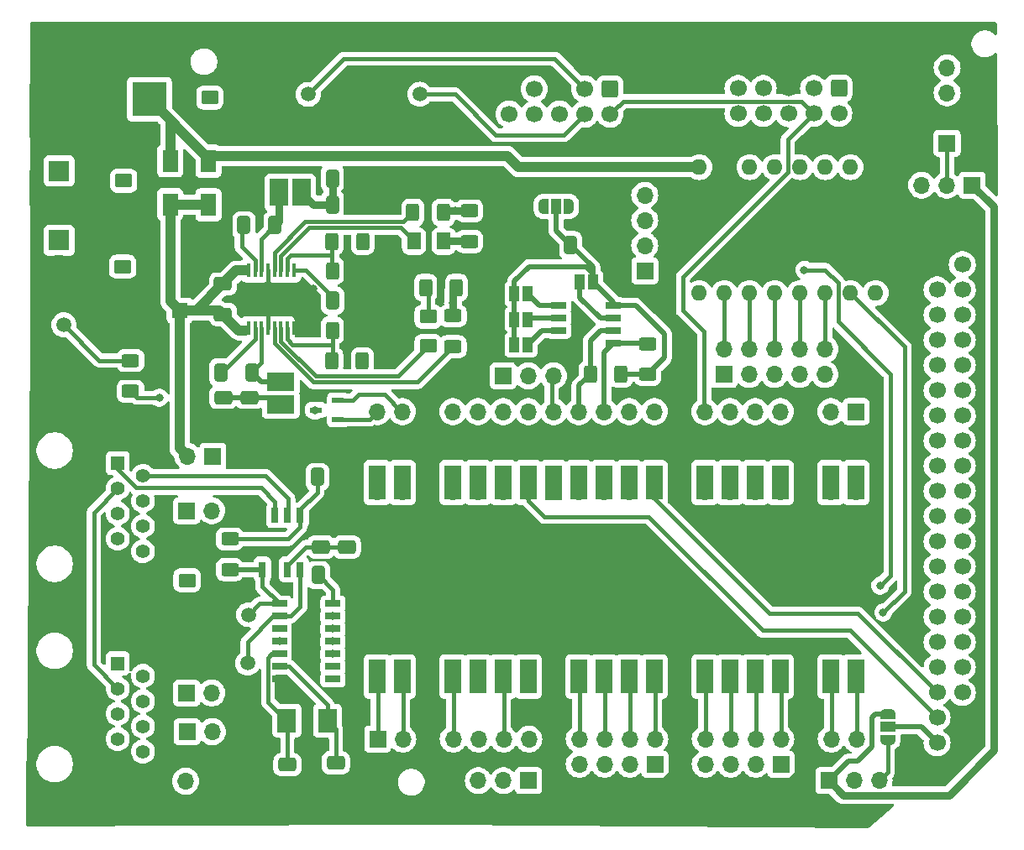
<source format=gtl>
%TF.GenerationSoftware,KiCad,Pcbnew,8.0.5*%
%TF.CreationDate,2024-12-19T23:12:17-05:00*%
%TF.ProjectId,LCC-Pico-Stepper_v2_4,4c43432d-5069-4636-9f2d-537465707065,rev?*%
%TF.SameCoordinates,Original*%
%TF.FileFunction,Copper,L1,Top*%
%TF.FilePolarity,Positive*%
%FSLAX46Y46*%
G04 Gerber Fmt 4.6, Leading zero omitted, Abs format (unit mm)*
G04 Created by KiCad (PCBNEW 8.0.5) date 2024-12-19 23:12:17*
%MOMM*%
%LPD*%
G01*
G04 APERTURE LIST*
G04 Aperture macros list*
%AMRoundRect*
0 Rectangle with rounded corners*
0 $1 Rounding radius*
0 $2 $3 $4 $5 $6 $7 $8 $9 X,Y pos of 4 corners*
0 Add a 4 corners polygon primitive as box body*
4,1,4,$2,$3,$4,$5,$6,$7,$8,$9,$2,$3,0*
0 Add four circle primitives for the rounded corners*
1,1,$1+$1,$2,$3*
1,1,$1+$1,$4,$5*
1,1,$1+$1,$6,$7*
1,1,$1+$1,$8,$9*
0 Add four rect primitives between the rounded corners*
20,1,$1+$1,$2,$3,$4,$5,0*
20,1,$1+$1,$4,$5,$6,$7,0*
20,1,$1+$1,$6,$7,$8,$9,0*
20,1,$1+$1,$8,$9,$2,$3,0*%
%AMFreePoly0*
4,1,19,0.550000,-0.750000,0.000000,-0.750000,0.000000,-0.744911,-0.071157,-0.744911,-0.207708,-0.704816,-0.327430,-0.627875,-0.420627,-0.520320,-0.479746,-0.390866,-0.500000,-0.250000,-0.500000,0.250000,-0.479746,0.390866,-0.420627,0.520320,-0.327430,0.627875,-0.207708,0.704816,-0.071157,0.744911,0.000000,0.744911,0.000000,0.750000,0.550000,0.750000,0.550000,-0.750000,0.550000,-0.750000,
$1*%
%AMFreePoly1*
4,1,19,0.000000,0.744911,0.071157,0.744911,0.207708,0.704816,0.327430,0.627875,0.420627,0.520320,0.479746,0.390866,0.500000,0.250000,0.500000,-0.250000,0.479746,-0.390866,0.420627,-0.520320,0.327430,-0.627875,0.207708,-0.704816,0.071157,-0.744911,0.000000,-0.744911,0.000000,-0.750000,-0.550000,-0.750000,-0.550000,0.750000,0.000000,0.750000,0.000000,0.744911,0.000000,0.744911,
$1*%
G04 Aperture macros list end*
%TA.AperFunction,ComponentPad*%
%ADD10R,1.400000X1.400000*%
%TD*%
%TA.AperFunction,ComponentPad*%
%ADD11C,1.400000*%
%TD*%
%TA.AperFunction,SMDPad,CuDef*%
%ADD12RoundRect,0.250000X0.400000X0.625000X-0.400000X0.625000X-0.400000X-0.625000X0.400000X-0.625000X0*%
%TD*%
%TA.AperFunction,ComponentPad*%
%ADD13R,1.700000X1.700000*%
%TD*%
%TA.AperFunction,ComponentPad*%
%ADD14O,1.700000X1.700000*%
%TD*%
%TA.AperFunction,SMDPad,CuDef*%
%ADD15R,1.150000X0.600000*%
%TD*%
%TA.AperFunction,SMDPad,CuDef*%
%ADD16RoundRect,0.250001X0.624999X-0.462499X0.624999X0.462499X-0.624999X0.462499X-0.624999X-0.462499X0*%
%TD*%
%TA.AperFunction,SMDPad,CuDef*%
%ADD17RoundRect,0.250000X-0.400000X-0.625000X0.400000X-0.625000X0.400000X0.625000X-0.400000X0.625000X0*%
%TD*%
%TA.AperFunction,ComponentPad*%
%ADD18R,1.600000X1.600000*%
%TD*%
%TA.AperFunction,ComponentPad*%
%ADD19O,1.600000X1.600000*%
%TD*%
%TA.AperFunction,SMDPad,CuDef*%
%ADD20R,1.700000X3.500000*%
%TD*%
%TA.AperFunction,SMDPad,CuDef*%
%ADD21FreePoly0,270.000000*%
%TD*%
%TA.AperFunction,SMDPad,CuDef*%
%ADD22R,1.500000X1.000000*%
%TD*%
%TA.AperFunction,SMDPad,CuDef*%
%ADD23FreePoly1,270.000000*%
%TD*%
%TA.AperFunction,SMDPad,CuDef*%
%ADD24FreePoly0,180.000000*%
%TD*%
%TA.AperFunction,SMDPad,CuDef*%
%ADD25R,1.000000X1.500000*%
%TD*%
%TA.AperFunction,SMDPad,CuDef*%
%ADD26FreePoly1,180.000000*%
%TD*%
%TA.AperFunction,SMDPad,CuDef*%
%ADD27RoundRect,0.250000X-0.412500X-0.650000X0.412500X-0.650000X0.412500X0.650000X-0.412500X0.650000X0*%
%TD*%
%TA.AperFunction,SMDPad,CuDef*%
%ADD28R,0.700000X1.550000*%
%TD*%
%TA.AperFunction,ComponentPad*%
%ADD29C,1.600000*%
%TD*%
%TA.AperFunction,SMDPad,CuDef*%
%ADD30RoundRect,0.250000X0.625000X-0.400000X0.625000X0.400000X-0.625000X0.400000X-0.625000X-0.400000X0*%
%TD*%
%TA.AperFunction,ComponentPad*%
%ADD31R,1.500000X1.500000*%
%TD*%
%TA.AperFunction,ComponentPad*%
%ADD32C,1.500000*%
%TD*%
%TA.AperFunction,ComponentPad*%
%ADD33C,1.950000*%
%TD*%
%TA.AperFunction,SMDPad,CuDef*%
%ADD34R,2.800000X1.850000*%
%TD*%
%TA.AperFunction,SMDPad,CuDef*%
%ADD35RoundRect,0.250000X0.412500X0.650000X-0.412500X0.650000X-0.412500X-0.650000X0.412500X-0.650000X0*%
%TD*%
%TA.AperFunction,ComponentPad*%
%ADD36RoundRect,0.250000X-0.600000X0.600000X-0.600000X-0.600000X0.600000X-0.600000X0.600000X0.600000X0*%
%TD*%
%TA.AperFunction,ComponentPad*%
%ADD37C,1.700000*%
%TD*%
%TA.AperFunction,SMDPad,CuDef*%
%ADD38RoundRect,0.250000X0.650000X-0.412500X0.650000X0.412500X-0.650000X0.412500X-0.650000X-0.412500X0*%
%TD*%
%TA.AperFunction,ComponentPad*%
%ADD39R,2.100000X2.100000*%
%TD*%
%TA.AperFunction,ComponentPad*%
%ADD40C,2.100000*%
%TD*%
%TA.AperFunction,SMDPad,CuDef*%
%ADD41RoundRect,0.250000X-0.625000X0.400000X-0.625000X-0.400000X0.625000X-0.400000X0.625000X0.400000X0*%
%TD*%
%TA.AperFunction,SMDPad,CuDef*%
%ADD42R,1.500000X0.700000*%
%TD*%
%TA.AperFunction,SMDPad,CuDef*%
%ADD43R,1.500000X0.650000*%
%TD*%
%TA.AperFunction,SMDPad,CuDef*%
%ADD44RoundRect,0.250001X-0.624999X0.462499X-0.624999X-0.462499X0.624999X-0.462499X0.624999X0.462499X0*%
%TD*%
%TA.AperFunction,SMDPad,CuDef*%
%ADD45R,1.900000X2.400000*%
%TD*%
%TA.AperFunction,SMDPad,CuDef*%
%ADD46RoundRect,0.250000X-0.650000X0.412500X-0.650000X-0.412500X0.650000X-0.412500X0.650000X0.412500X0*%
%TD*%
%TA.AperFunction,SMDPad,CuDef*%
%ADD47R,1.850000X2.800000*%
%TD*%
%TA.AperFunction,SMDPad,CuDef*%
%ADD48C,1.500000*%
%TD*%
%TA.AperFunction,SMDPad,CuDef*%
%ADD49R,1.600000X2.300000*%
%TD*%
%TA.AperFunction,SMDPad,CuDef*%
%ADD50R,0.450000X1.475000*%
%TD*%
%TA.AperFunction,SMDPad,CuDef*%
%ADD51R,2.310000X2.460000*%
%TD*%
%TA.AperFunction,ComponentPad*%
%ADD52RoundRect,0.250000X0.600000X0.600000X-0.600000X0.600000X-0.600000X-0.600000X0.600000X-0.600000X0*%
%TD*%
%TA.AperFunction,ComponentPad*%
%ADD53R,3.500000X3.500000*%
%TD*%
%TA.AperFunction,ComponentPad*%
%ADD54RoundRect,0.750000X-0.750000X-1.000000X0.750000X-1.000000X0.750000X1.000000X-0.750000X1.000000X0*%
%TD*%
%TA.AperFunction,ComponentPad*%
%ADD55RoundRect,0.875000X-0.875000X-0.875000X0.875000X-0.875000X0.875000X0.875000X-0.875000X0.875000X0*%
%TD*%
%TA.AperFunction,SMDPad,CuDef*%
%ADD56RoundRect,0.250001X-0.462499X-0.624999X0.462499X-0.624999X0.462499X0.624999X-0.462499X0.624999X0*%
%TD*%
%TA.AperFunction,ViaPad*%
%ADD57C,0.800000*%
%TD*%
%TA.AperFunction,Conductor*%
%ADD58C,0.400000*%
%TD*%
%TA.AperFunction,Conductor*%
%ADD59C,0.750000*%
%TD*%
%TA.AperFunction,Conductor*%
%ADD60C,1.000000*%
%TD*%
%TA.AperFunction,Conductor*%
%ADD61C,0.500000*%
%TD*%
%TA.AperFunction,Conductor*%
%ADD62C,0.450000*%
%TD*%
G04 APERTURE END LIST*
D10*
X110710000Y-114910000D03*
D11*
X113250000Y-116180000D03*
X110710000Y-117450000D03*
X113250000Y-118720000D03*
X110710000Y-119990000D03*
X113250000Y-121260000D03*
X110710000Y-122530000D03*
X113250000Y-123800000D03*
D12*
X135370000Y-84402000D03*
X132270000Y-84402000D03*
D10*
X110710000Y-94710000D03*
D11*
X113250000Y-95980000D03*
X110710000Y-97250000D03*
X113250000Y-98520000D03*
X110710000Y-99790000D03*
X113250000Y-101060000D03*
X110710000Y-102330000D03*
X113250000Y-103600000D03*
D13*
X117700000Y-121800000D03*
D14*
X120240000Y-121800000D03*
D15*
X132900000Y-90300000D03*
X132900000Y-88380000D03*
X130700000Y-89340000D03*
D16*
X120000000Y-60787500D03*
X120000000Y-57812500D03*
D17*
X132350000Y-75307000D03*
X135450000Y-75307000D03*
D18*
X187096400Y-64830800D03*
D19*
X184556400Y-64830800D03*
X182016400Y-64830800D03*
X179476400Y-64830800D03*
X176936400Y-64830800D03*
X174396400Y-64830800D03*
X171856400Y-64830800D03*
X169316400Y-64830800D03*
X169316400Y-77530800D03*
X171856400Y-77530800D03*
X174396400Y-77530800D03*
X176936400Y-77530800D03*
X179476400Y-77530800D03*
X182016400Y-77530800D03*
X184556400Y-77530800D03*
X187096400Y-77530800D03*
D13*
X185130601Y-89505095D03*
D14*
X182590601Y-89505095D03*
X180050601Y-89505095D03*
X177510601Y-89505095D03*
X174970601Y-89505095D03*
X172430601Y-89505095D03*
X169890601Y-89505095D03*
X167350601Y-89505095D03*
X164810601Y-89505095D03*
X162270601Y-89505095D03*
X159730601Y-89505095D03*
X157190601Y-89505095D03*
X154650601Y-89505095D03*
X152110601Y-89505095D03*
X149570601Y-89505095D03*
X147030601Y-89505095D03*
X144490601Y-89505095D03*
X141950601Y-89505095D03*
X139410601Y-89505095D03*
X136870601Y-89505095D03*
D13*
X196824600Y-66649600D03*
D14*
X194284600Y-66649600D03*
X191744600Y-66649600D03*
D12*
X135407500Y-72329500D03*
X132307500Y-72329500D03*
D13*
X171810600Y-85755400D03*
D14*
X171810600Y-83215400D03*
X174350600Y-85755400D03*
X174350600Y-83215400D03*
X176890600Y-85755400D03*
X176890600Y-83215400D03*
X179430600Y-85755400D03*
X179430600Y-83215400D03*
X181970600Y-85755400D03*
X181970600Y-83215400D03*
D13*
X194300000Y-62423200D03*
D14*
X194300000Y-59883200D03*
X194300000Y-57343200D03*
X194300000Y-54803200D03*
D13*
X163830000Y-75285600D03*
D14*
X163830000Y-72745600D03*
X163830000Y-70205600D03*
X163830000Y-67665600D03*
X136855200Y-115337150D03*
D20*
X136855200Y-116237150D03*
D14*
X139395200Y-115337150D03*
D20*
X139395200Y-116237150D03*
D13*
X141935200Y-115337150D03*
D20*
X141935200Y-116237150D03*
D14*
X144475200Y-115337150D03*
D20*
X144475200Y-116237150D03*
D14*
X147015200Y-115337150D03*
D20*
X147015200Y-116237150D03*
D14*
X149555200Y-115337150D03*
D20*
X149555200Y-116237150D03*
D14*
X152095200Y-115337150D03*
D20*
X152095200Y-116237150D03*
D13*
X154635200Y-115337150D03*
D20*
X154635200Y-116237150D03*
D14*
X157175200Y-115337150D03*
D20*
X157175200Y-116237150D03*
D14*
X159715200Y-115337150D03*
D20*
X159715200Y-116237150D03*
D14*
X162255200Y-115337150D03*
D20*
X162255200Y-116237150D03*
D14*
X164795200Y-115337150D03*
D20*
X164795200Y-116237150D03*
D13*
X167335200Y-115337150D03*
D20*
X167335200Y-116237150D03*
D14*
X169875200Y-115337150D03*
D20*
X169875200Y-116237150D03*
D14*
X172415200Y-115337150D03*
D20*
X172415200Y-116237150D03*
D14*
X174955200Y-115337150D03*
D20*
X174955200Y-116237150D03*
D14*
X177495200Y-115337150D03*
D20*
X177495200Y-116237150D03*
D13*
X180035200Y-115337150D03*
D20*
X180035200Y-116237150D03*
D14*
X182575200Y-115337150D03*
D20*
X182575200Y-116237150D03*
D14*
X185115200Y-115337150D03*
D20*
X185115200Y-116237150D03*
D14*
X185115200Y-97557150D03*
D20*
X185115200Y-96657150D03*
D14*
X182575200Y-97557150D03*
D20*
X182575200Y-96657150D03*
D13*
X180035200Y-97557150D03*
D20*
X180035200Y-96657150D03*
D14*
X177495200Y-97557150D03*
D20*
X177495200Y-96657150D03*
D14*
X174955200Y-97557150D03*
D20*
X174955200Y-96657150D03*
D14*
X172415200Y-97557150D03*
D20*
X172415200Y-96657150D03*
D14*
X169875200Y-97557150D03*
D20*
X169875200Y-96657150D03*
D13*
X167335200Y-97557150D03*
D20*
X167335200Y-96657150D03*
D14*
X164795200Y-97557150D03*
D20*
X164795200Y-96657150D03*
D14*
X162255200Y-97557150D03*
D20*
X162255200Y-96657150D03*
D14*
X159715200Y-97557150D03*
D20*
X159715200Y-96657150D03*
D14*
X157175200Y-97557150D03*
D20*
X157175200Y-96657150D03*
D13*
X154635200Y-97557150D03*
D20*
X154635200Y-96657150D03*
D14*
X152095200Y-97557150D03*
D20*
X152095200Y-96657150D03*
D14*
X149555200Y-97557150D03*
D20*
X149555200Y-96657150D03*
D14*
X147015200Y-97557150D03*
D20*
X147015200Y-96657150D03*
D14*
X144475200Y-97557150D03*
D20*
X144475200Y-96657150D03*
D13*
X141935200Y-97557150D03*
D20*
X141935200Y-96657150D03*
D14*
X139395200Y-97557150D03*
D20*
X139395200Y-96657150D03*
D14*
X136855200Y-97557150D03*
D20*
X136855200Y-96657150D03*
D21*
X188341000Y-120031200D03*
D22*
X188341000Y-121331200D03*
D23*
X188341000Y-122631200D03*
D24*
X156200000Y-68800000D03*
D25*
X154900000Y-68800000D03*
D26*
X153600000Y-68800000D03*
D27*
X130837500Y-96100000D03*
X133962500Y-96100000D03*
D17*
X132350000Y-81307000D03*
X135450000Y-81307000D03*
D28*
X125295000Y-105425000D03*
X126565000Y-105425000D03*
X127835000Y-105425000D03*
X129105000Y-105425000D03*
X129105000Y-99975000D03*
X127835000Y-99975000D03*
X126565000Y-99975000D03*
X125295000Y-99975000D03*
D13*
X117660000Y-99500000D03*
D14*
X120200000Y-99500000D03*
D27*
X132337500Y-65985000D03*
X135462500Y-65985000D03*
D18*
X116952651Y-79300000D03*
D29*
X113452651Y-79300000D03*
D30*
X122000000Y-105450000D03*
X122000000Y-102350000D03*
D12*
X144850000Y-77000000D03*
X141750000Y-77000000D03*
D31*
X136650000Y-57475000D03*
D32*
X141150000Y-57475000D03*
D33*
X135400000Y-59975000D03*
X142400000Y-59975000D03*
D16*
X142000000Y-82887500D03*
X142000000Y-79912500D03*
D13*
X164846000Y-125090750D03*
D14*
X164846000Y-127630750D03*
X162306000Y-125090750D03*
X162306000Y-127630750D03*
X159766000Y-125090750D03*
X159766000Y-127630750D03*
X157226000Y-125090750D03*
X157226000Y-127630750D03*
D30*
X146150000Y-72350000D03*
X146150000Y-69250000D03*
D34*
X127128500Y-88787000D03*
X127128500Y-86487000D03*
D35*
X124212500Y-85562000D03*
X121087500Y-85562000D03*
D36*
X183388000Y-56896000D03*
D37*
X183388000Y-59436000D03*
X180848000Y-56896000D03*
X180848000Y-59436000D03*
X178308000Y-56896000D03*
X178308000Y-59436000D03*
X175768000Y-56896000D03*
X175768000Y-59436000D03*
X173228000Y-56896000D03*
X173228000Y-59436000D03*
D31*
X105275000Y-85250000D03*
D32*
X105275000Y-80750000D03*
D33*
X107775000Y-86500000D03*
X107775000Y-79500000D03*
D17*
X140450000Y-69400000D03*
X143550000Y-69400000D03*
D38*
X133800000Y-103162500D03*
X133800000Y-100037500D03*
D27*
X123437500Y-70700000D03*
X126562500Y-70700000D03*
D39*
X104800000Y-65230000D03*
D40*
X104800000Y-67770000D03*
D41*
X144500000Y-79850000D03*
X144500000Y-82950000D03*
D42*
X155175000Y-78795000D03*
X155175000Y-80065000D03*
X155175000Y-81335000D03*
X155175000Y-82605000D03*
X160625000Y-82605000D03*
X160625000Y-81335000D03*
X160625000Y-80065000D03*
X160625000Y-78795000D03*
D13*
X152131000Y-126746000D03*
D14*
X149591000Y-126746000D03*
X147051000Y-126746000D03*
D38*
X121320000Y-76624500D03*
X121320000Y-73499500D03*
D36*
X160324800Y-56946800D03*
D37*
X160324800Y-59486800D03*
X157784800Y-56946800D03*
X157784800Y-59486800D03*
X155244800Y-56946800D03*
X155244800Y-59486800D03*
X152704800Y-56946800D03*
X152704800Y-59486800D03*
X150164800Y-56946800D03*
X150164800Y-59486800D03*
D27*
X132367500Y-78307000D03*
X135492500Y-78307000D03*
D43*
X127000000Y-108890000D03*
X127000000Y-110160000D03*
X127000000Y-111430000D03*
X127000000Y-112700000D03*
X127000000Y-113970000D03*
X127000000Y-115240000D03*
X127000000Y-116510000D03*
X132400000Y-116510000D03*
X132400000Y-115240000D03*
X132400000Y-113970000D03*
X132400000Y-112700000D03*
X132400000Y-111430000D03*
X132400000Y-110160000D03*
X132400000Y-108890000D03*
D44*
X111200000Y-71912500D03*
X111200000Y-74887500D03*
D45*
X131850000Y-120700000D03*
X127750000Y-120700000D03*
D46*
X132700000Y-124937500D03*
X132700000Y-128062500D03*
D25*
X152000000Y-77600000D03*
X150700000Y-77600000D03*
D35*
X134062500Y-106000000D03*
X130937500Y-106000000D03*
D47*
X126950000Y-67400000D03*
X129250000Y-67400000D03*
D25*
X152000000Y-82800000D03*
X150700000Y-82800000D03*
D46*
X123993500Y-88074500D03*
X123993500Y-91199500D03*
D39*
X104800000Y-72212500D03*
D40*
X104800000Y-74752500D03*
D13*
X120300000Y-94000000D03*
D14*
X117760000Y-94000000D03*
D13*
X136906000Y-122550750D03*
D14*
X139446000Y-122550750D03*
X141986000Y-122550750D03*
X144526000Y-122550750D03*
X147066000Y-122550750D03*
X149606000Y-122550750D03*
X152146000Y-122550750D03*
X154686000Y-122550750D03*
X157226000Y-122550750D03*
X159766000Y-122550750D03*
X162306000Y-122550750D03*
X164846000Y-122550750D03*
X167386000Y-122550750D03*
X169926000Y-122550750D03*
X172466000Y-122550750D03*
X175006000Y-122550750D03*
X177546000Y-122550750D03*
X180086000Y-122550750D03*
X182626000Y-122550750D03*
X185166000Y-122550750D03*
D16*
X117700000Y-109500000D03*
X117700000Y-106525000D03*
D35*
X156362500Y-72700000D03*
X153237500Y-72700000D03*
D48*
X123900000Y-110000000D03*
D13*
X182372000Y-126746000D03*
D14*
X184912000Y-126746000D03*
X187452000Y-126746000D03*
D46*
X121320000Y-79699500D03*
X121320000Y-82824500D03*
D49*
X116000000Y-68600000D03*
X116000000Y-64200000D03*
D50*
X123900000Y-81100000D03*
X124550000Y-81100000D03*
X125200000Y-81100000D03*
X125850000Y-81100000D03*
X126500000Y-81100000D03*
X127150000Y-81100000D03*
X127800000Y-81100000D03*
X128450000Y-81100000D03*
X128450000Y-75224000D03*
X127800000Y-75224000D03*
X127150000Y-75224000D03*
X126500000Y-75224000D03*
X125850000Y-75224000D03*
X125200000Y-75224000D03*
X124550000Y-75224000D03*
X123900000Y-75224000D03*
D51*
X126175000Y-78162000D03*
D46*
X121328500Y-88074500D03*
X121328500Y-91199500D03*
D13*
X149560000Y-85900000D03*
D14*
X152100000Y-85900000D03*
X154640000Y-85900000D03*
D52*
X195834000Y-122936000D03*
D37*
X193294000Y-122936000D03*
X195834000Y-120396000D03*
X193294000Y-120396000D03*
X195834000Y-117856000D03*
X193294000Y-117856000D03*
X195834000Y-115316000D03*
X193294000Y-115316000D03*
X195834000Y-112776000D03*
X193294000Y-112776000D03*
X195834000Y-110236000D03*
X193294000Y-110236000D03*
X195834000Y-107696000D03*
X193294000Y-107696000D03*
X195834000Y-105156000D03*
X193294000Y-105156000D03*
X195834000Y-102616000D03*
X193294000Y-102616000D03*
X195834000Y-100076000D03*
X193294000Y-100076000D03*
X195834000Y-97536000D03*
X193294000Y-97536000D03*
X195834000Y-94996000D03*
X193294000Y-94996000D03*
X195834000Y-92456000D03*
X193294000Y-92456000D03*
X195834000Y-89916000D03*
X193294000Y-89916000D03*
X195834000Y-87376000D03*
X193294000Y-87376000D03*
X195834000Y-84836000D03*
X193294000Y-84836000D03*
X195834000Y-82296000D03*
X193294000Y-82296000D03*
X195834000Y-79756000D03*
X193294000Y-79756000D03*
X195834000Y-77216000D03*
X193294000Y-77216000D03*
X195834000Y-74676000D03*
X193294000Y-74676000D03*
D49*
X119850000Y-68637000D03*
X119850000Y-64237000D03*
D38*
X131200000Y-103162500D03*
X131200000Y-100037500D03*
D53*
X113900000Y-58000000D03*
D54*
X107900000Y-58000000D03*
D55*
X110900000Y-62700000D03*
D27*
X132337500Y-68600000D03*
X135462500Y-68600000D03*
D56*
X140575000Y-72300000D03*
X143550000Y-72300000D03*
D25*
X158600000Y-76400000D03*
X157300000Y-76400000D03*
D41*
X112000000Y-84350000D03*
X112000000Y-87450000D03*
D31*
X125400000Y-57500000D03*
D32*
X129900000Y-57500000D03*
D33*
X124150000Y-60000000D03*
X131150000Y-60000000D03*
D13*
X177546000Y-125090750D03*
D14*
X177546000Y-127630750D03*
X175006000Y-125090750D03*
X175006000Y-127630750D03*
X172466000Y-125090750D03*
X172466000Y-127630750D03*
X169926000Y-125090750D03*
X169926000Y-127630750D03*
D46*
X127800000Y-125137500D03*
X127800000Y-128262500D03*
D16*
X111300000Y-69187500D03*
X111300000Y-66212500D03*
D17*
X158350000Y-85700000D03*
X161450000Y-85700000D03*
D13*
X120100000Y-126800000D03*
D14*
X117560000Y-126800000D03*
D48*
X123800000Y-114900000D03*
D25*
X152000000Y-80200000D03*
X150700000Y-80200000D03*
D41*
X164100000Y-82650000D03*
X164100000Y-85750000D03*
D13*
X117660000Y-117900000D03*
D14*
X120200000Y-117900000D03*
D57*
X135450000Y-72437000D03*
X132337500Y-65985000D03*
X130600000Y-89400000D03*
X156200000Y-68800000D03*
X133800000Y-103162500D03*
X120000000Y-57812500D03*
X130937500Y-106000000D03*
X153600000Y-68800000D03*
X135412500Y-84167000D03*
X122000000Y-102350000D03*
X121328500Y-88074500D03*
X117700000Y-106525000D03*
X187553600Y-107061000D03*
X179900000Y-75200000D03*
X187858400Y-109778800D03*
X114900000Y-88100000D03*
X130450000Y-77137000D03*
X124050000Y-78037000D03*
X129350000Y-77137000D03*
X126175000Y-78162000D03*
X155175000Y-82605000D03*
X107990000Y-123955000D03*
X130450000Y-79237000D03*
X135492500Y-75437000D03*
X129350000Y-78137000D03*
X129350000Y-79237000D03*
X123150000Y-78037000D03*
X135450000Y-78437000D03*
X128250000Y-77137000D03*
X108990000Y-91455000D03*
X153237500Y-72700000D03*
X121320000Y-82824500D03*
X111200000Y-82200000D03*
X125450000Y-77437000D03*
X127000000Y-116510000D03*
X130450000Y-78137000D03*
X126850000Y-78937000D03*
X147136600Y-66599100D03*
X126850000Y-77437000D03*
X128250000Y-79237000D03*
X125450000Y-78937000D03*
X128250000Y-78137000D03*
X104690000Y-109255000D03*
X124050000Y-77037000D03*
X124050000Y-79137000D03*
X123150000Y-79137000D03*
X123150000Y-77037000D03*
X121320000Y-73499500D03*
X111300000Y-66212500D03*
X111200000Y-74887500D03*
X132400000Y-111430000D03*
X132400000Y-112700000D03*
X127000000Y-112700000D03*
X132400000Y-113970000D03*
X132400000Y-110160000D03*
X144500000Y-78500000D03*
X144700000Y-69250000D03*
D58*
X125200000Y-75224000D02*
X125175000Y-75199000D01*
X125175000Y-72087500D02*
X126562500Y-70700000D01*
D59*
X126950000Y-67400000D02*
X126950000Y-70312500D01*
D58*
X125175000Y-75199000D02*
X125175000Y-72087500D01*
D59*
X126950000Y-70312500D02*
X126562500Y-70700000D01*
D60*
X151093935Y-64830800D02*
X169316400Y-64830800D01*
X113900000Y-58000000D02*
X119610000Y-63710000D01*
X116000000Y-64200000D02*
X116000000Y-60100000D01*
X116000000Y-60100000D02*
X113900000Y-58000000D01*
X119610000Y-63710000D02*
X149973135Y-63710000D01*
X149973135Y-63710000D02*
X151093935Y-64830800D01*
D58*
X133800000Y-103162500D02*
X131200000Y-103162500D01*
D59*
X132337500Y-68600000D02*
X132337500Y-65985000D01*
D61*
X186740800Y-123342400D02*
X185293000Y-124790200D01*
D58*
X127835000Y-105000000D02*
X127835000Y-105425000D01*
D59*
X196824600Y-66649600D02*
X199000000Y-68825000D01*
X199000000Y-123700000D02*
X194500000Y-128200000D01*
D61*
X186740800Y-120396000D02*
X186740800Y-123342400D01*
D58*
X129672500Y-103162500D02*
X127835000Y-105000000D01*
D61*
X187105600Y-120031200D02*
X186740800Y-120396000D01*
X184327800Y-124790200D02*
X182372000Y-126746000D01*
X185293000Y-124790200D02*
X184327800Y-124790200D01*
D59*
X199000000Y-68825000D02*
X199000000Y-123700000D01*
X132337500Y-68600000D02*
X130450000Y-68600000D01*
X130450000Y-68600000D02*
X129250000Y-67400000D01*
D58*
X131200000Y-103162500D02*
X129672500Y-103162500D01*
D59*
X183826000Y-128200000D02*
X182372000Y-126746000D01*
X194500000Y-128200000D02*
X183826000Y-128200000D01*
D61*
X188341000Y-120031200D02*
X187105600Y-120031200D01*
D58*
X148800000Y-61600000D02*
X155671600Y-61600000D01*
D61*
X160625000Y-81335000D02*
X159375000Y-81335000D01*
D58*
X144700000Y-57500000D02*
X148800000Y-61600000D01*
X155671600Y-61600000D02*
X157784800Y-59486800D01*
D61*
X157190601Y-86859399D02*
X158350000Y-85700000D01*
X158350000Y-82360000D02*
X158350000Y-85700000D01*
X157190601Y-89505095D02*
X157190601Y-86859399D01*
D58*
X141175000Y-57500000D02*
X144700000Y-57500000D01*
X141150000Y-57475000D02*
X141175000Y-57500000D01*
D61*
X159375000Y-81335000D02*
X158350000Y-82360000D01*
X160625000Y-82605000D02*
X164055000Y-82605000D01*
X159730601Y-83499399D02*
X160625000Y-82605000D01*
D58*
X129900000Y-57500000D02*
X133500000Y-53900000D01*
X154738000Y-53900000D02*
X157784800Y-56946800D01*
D61*
X159730601Y-89505095D02*
X159730601Y-83499399D01*
D58*
X133500000Y-53900000D02*
X154738000Y-53900000D01*
X194878800Y-57343200D02*
X194300000Y-57343200D01*
D61*
X164055000Y-82605000D02*
X164100000Y-82650000D01*
X123993500Y-88074500D02*
X121328500Y-88074500D01*
D58*
X129105000Y-101150000D02*
X129105000Y-99975000D01*
D61*
X123993500Y-88074500D02*
X126416000Y-88074500D01*
D58*
X132400000Y-108890000D02*
X132400000Y-107462500D01*
X129105000Y-99975000D02*
X129105000Y-99405000D01*
X122000000Y-102350000D02*
X127905000Y-102350000D01*
X129105000Y-99405000D02*
X130837500Y-97672500D01*
X127905000Y-102350000D02*
X129105000Y-101150000D01*
X188341000Y-122631200D02*
X188341000Y-125857000D01*
D61*
X126416000Y-88074500D02*
X127128500Y-88787000D01*
D58*
X132400000Y-107462500D02*
X130937500Y-106000000D01*
X188341000Y-125857000D02*
X187452000Y-126746000D01*
X130837500Y-97672500D02*
X130837500Y-96100000D01*
X183300000Y-80400000D02*
X188600000Y-85700000D01*
X179900000Y-75200000D02*
X182000000Y-75200000D01*
X188600000Y-85700000D02*
X188600000Y-106014600D01*
X182626000Y-122550750D02*
X182626000Y-115387950D01*
X182000000Y-75200000D02*
X183300000Y-76500000D01*
X188600000Y-106014600D02*
X187553600Y-107061000D01*
X183300000Y-76500000D02*
X183300000Y-80400000D01*
X182626000Y-115387950D02*
X182575200Y-115337150D01*
X171856400Y-77530800D02*
X171856400Y-83169600D01*
X171856400Y-83169600D02*
X171810600Y-83215400D01*
X174396400Y-83169600D02*
X174350600Y-83215400D01*
X174396400Y-77530800D02*
X174396400Y-83169600D01*
X176936400Y-77530800D02*
X176936400Y-83169600D01*
X176936400Y-83169600D02*
X176890600Y-83215400D01*
X179476400Y-83169600D02*
X179430600Y-83215400D01*
X179476400Y-77530800D02*
X179476400Y-83169600D01*
X182016400Y-77530800D02*
X182016400Y-83169600D01*
X182016400Y-83169600D02*
X181970600Y-83215400D01*
X190000000Y-107637200D02*
X190000000Y-82974400D01*
X187858400Y-109778800D02*
X190000000Y-107637200D01*
X190000000Y-82974400D02*
X184556400Y-77530800D01*
X185166000Y-122550750D02*
X185166000Y-115387950D01*
X185166000Y-115387950D02*
X185115200Y-115337150D01*
X144526000Y-115387950D02*
X144475200Y-115337150D01*
X144526000Y-122550750D02*
X144526000Y-115387950D01*
X194300000Y-62423200D02*
X194300000Y-66634200D01*
X194300000Y-66634200D02*
X194284600Y-66649600D01*
D61*
X158600000Y-74937500D02*
X158600000Y-76400000D01*
X157900000Y-74900000D02*
X158600000Y-75600000D01*
X150700000Y-77600000D02*
X150700000Y-76350000D01*
X160625000Y-78425000D02*
X158600000Y-76400000D01*
X156362500Y-72700000D02*
X158600000Y-74937500D01*
X165800000Y-81700000D02*
X162895000Y-78795000D01*
X150700000Y-76350000D02*
X152150000Y-74900000D01*
X150700000Y-82800000D02*
X150700000Y-80200000D01*
X154900000Y-71237500D02*
X156362500Y-72700000D01*
X165800000Y-84050000D02*
X165800000Y-81700000D01*
X164050000Y-85700000D02*
X164100000Y-85750000D01*
X162895000Y-78795000D02*
X160625000Y-78795000D01*
X161450000Y-85700000D02*
X164050000Y-85700000D01*
X160625000Y-78795000D02*
X160625000Y-78425000D01*
X158600000Y-75600000D02*
X158600000Y-76400000D01*
X164100000Y-85750000D02*
X165800000Y-84050000D01*
X154900000Y-68800000D02*
X154900000Y-71237500D01*
X152150000Y-74900000D02*
X157900000Y-74900000D01*
X150700000Y-80200000D02*
X150700000Y-77600000D01*
D58*
X152095200Y-98495200D02*
X152095200Y-97557150D01*
X164200000Y-100100000D02*
X153700000Y-100100000D01*
X175700000Y-111600000D02*
X164200000Y-100100000D01*
X184498000Y-111600000D02*
X175700000Y-111600000D01*
X153700000Y-100100000D02*
X152095200Y-98495200D01*
X193294000Y-120396000D02*
X184498000Y-111600000D01*
X164795200Y-98295200D02*
X164795200Y-97557150D01*
X185318400Y-109880400D02*
X176380400Y-109880400D01*
X193294000Y-117856000D02*
X185318400Y-109880400D01*
X176380400Y-109880400D02*
X164795200Y-98295200D01*
X157226000Y-122550750D02*
X157226000Y-115387950D01*
X159766000Y-115387950D02*
X159715200Y-115337150D01*
X159766000Y-122550750D02*
X159766000Y-115387950D01*
X162306000Y-122550750D02*
X162306000Y-115387950D01*
X164846000Y-122550750D02*
X164846000Y-115387950D01*
X164846000Y-115387950D02*
X164795200Y-115337150D01*
X169926000Y-122550750D02*
X169926000Y-115387950D01*
X172466000Y-122550750D02*
X172466000Y-115387950D01*
X110710000Y-117450000D02*
X108290000Y-115030000D01*
X108290000Y-99670000D02*
X110710000Y-97250000D01*
X110710000Y-97475000D02*
X110710000Y-97250000D01*
X108290000Y-115030000D02*
X108290000Y-99670000D01*
X137634800Y-87800000D02*
X139344400Y-89509600D01*
X135000000Y-87800000D02*
X137634800Y-87800000D01*
X134420000Y-88380000D02*
X135000000Y-87800000D01*
X132900000Y-88380000D02*
X134420000Y-88380000D01*
X149606000Y-115387950D02*
X149555200Y-115337150D01*
X149606000Y-122550750D02*
X149606000Y-115387950D01*
X175006000Y-122550750D02*
X175006000Y-115387950D01*
X175006000Y-115387950D02*
X174955200Y-115337150D01*
X177546000Y-122550750D02*
X177546000Y-115387950D01*
X177546000Y-115387950D02*
X177495200Y-115337150D01*
X114900000Y-88100000D02*
X112650000Y-88100000D01*
X112650000Y-88100000D02*
X112000000Y-87450000D01*
X136804400Y-89571296D02*
X136804400Y-89509600D01*
X132900000Y-90300000D02*
X136075696Y-90300000D01*
X136075696Y-90300000D02*
X136804400Y-89571296D01*
X123200000Y-70937500D02*
X123437500Y-70700000D01*
X123200000Y-72874500D02*
X123200000Y-70937500D01*
X124550000Y-75224000D02*
X124550000Y-74224500D01*
X124550000Y-74224500D02*
X123200000Y-72874500D01*
X125200000Y-84574500D02*
X124212500Y-85562000D01*
D61*
X125137500Y-86487000D02*
X124212500Y-85562000D01*
D58*
X125200000Y-81100000D02*
X125200000Y-84574500D01*
D61*
X127128500Y-86487000D02*
X125137500Y-86487000D01*
D58*
X132367500Y-78307000D02*
X132367500Y-77661500D01*
X129668371Y-75224000D02*
X132367500Y-77923129D01*
X132367500Y-77923129D02*
X132367500Y-78307000D01*
X128450000Y-75224000D02*
X129668371Y-75224000D01*
X154455000Y-89380200D02*
X154584400Y-89509600D01*
X154455000Y-85900000D02*
X154455000Y-89380200D01*
X136906000Y-115387950D02*
X136855200Y-115337150D01*
X136906000Y-122550750D02*
X136906000Y-115387950D01*
X139446000Y-115387950D02*
X139395200Y-115337150D01*
X139446000Y-122550750D02*
X139446000Y-115387950D01*
X169824400Y-81424400D02*
X169824400Y-89509600D01*
X178231800Y-62052200D02*
X178231800Y-65368200D01*
X167665400Y-75934600D02*
X167665400Y-79265400D01*
X161625600Y-58186000D02*
X160749064Y-59062536D01*
X179598000Y-58186000D02*
X161625600Y-58186000D01*
X180848000Y-59436000D02*
X178231800Y-62052200D01*
X180848000Y-59436000D02*
X179598000Y-58186000D01*
X178231800Y-65368200D02*
X167665400Y-75934600D01*
X167665400Y-79265400D02*
X169824400Y-81424400D01*
X132700000Y-124937500D02*
X132700000Y-121550000D01*
X131850000Y-120700000D02*
X131850000Y-119100000D01*
X131850000Y-119100000D02*
X127990000Y-115240000D01*
X132700000Y-121550000D02*
X131850000Y-120700000D01*
X127990000Y-115240000D02*
X127000000Y-115240000D01*
D61*
X141935200Y-97557150D02*
X141935200Y-95497150D01*
X180086000Y-115387950D02*
X180035200Y-115337150D01*
X154686000Y-122550750D02*
X152929150Y-124307600D01*
X135400000Y-58725000D02*
X136650000Y-57475000D01*
D60*
X110592500Y-62507500D02*
X110607500Y-62507500D01*
D61*
X124150000Y-60000000D02*
X124150000Y-58750000D01*
X169926000Y-127630750D02*
X177546000Y-127630750D01*
X143553950Y-93878400D02*
X166497000Y-93878400D01*
X177546000Y-127630750D02*
X180086000Y-125090750D01*
D60*
X110950000Y-62850000D02*
X110250000Y-62850000D01*
D61*
X169080950Y-93751400D02*
X179095400Y-93751400D01*
X124150000Y-60000000D02*
X131150000Y-60000000D01*
X167386000Y-125090750D02*
X169926000Y-127630750D01*
X141935200Y-95497150D02*
X143553950Y-93878400D01*
X164846000Y-127630750D02*
X167386000Y-125090750D01*
X164846000Y-127630750D02*
X157226000Y-127630750D01*
X192044000Y-59883200D02*
X187096400Y-64830800D01*
X154686000Y-125090750D02*
X154686000Y-122550750D01*
X135492500Y-75437000D02*
X135825243Y-75769743D01*
X167335200Y-94716600D02*
X167335200Y-97557150D01*
X131150000Y-60000000D02*
X135375000Y-60000000D01*
X179095400Y-93751400D02*
X180035200Y-94691200D01*
X152929150Y-124307600D02*
X143742850Y-124307600D01*
X193294000Y-74676000D02*
X187096400Y-68478400D01*
X167386000Y-115387950D02*
X167335200Y-115337150D01*
X180086000Y-122550750D02*
X180086000Y-115387950D01*
X143742850Y-124307600D02*
X141986000Y-122550750D01*
D62*
X125850000Y-81100000D02*
X125850000Y-78487000D01*
D60*
X110250000Y-62850000D02*
X107950000Y-60550000D01*
D62*
X126175000Y-78162000D02*
X125850000Y-77837000D01*
X125850000Y-77837000D02*
X125850000Y-75224000D01*
D61*
X180035200Y-94691200D02*
X180035200Y-97557150D01*
X166497000Y-93878400D02*
X167335200Y-94716600D01*
D59*
X121328500Y-91199500D02*
X123993500Y-91199500D01*
D61*
X167386000Y-125090750D02*
X167386000Y-122550750D01*
D60*
X107950000Y-60550000D02*
X107950000Y-58150000D01*
D61*
X180086000Y-125090750D02*
X180086000Y-122550750D01*
X141986000Y-122550750D02*
X141986000Y-115387950D01*
D62*
X125850000Y-78487000D02*
X126175000Y-78162000D01*
D61*
X194300000Y-59883200D02*
X192044000Y-59883200D01*
X167335200Y-97557150D02*
X167335200Y-95497150D01*
D60*
X110607500Y-62507500D02*
X110950000Y-62850000D01*
D61*
X141986000Y-115387950D02*
X141935200Y-115337150D01*
X157226000Y-127630750D02*
X154686000Y-125090750D01*
X187096400Y-68478400D02*
X187096400Y-64830800D01*
X154686000Y-115387950D02*
X154635200Y-115337150D01*
X167335200Y-95497150D02*
X169080950Y-93751400D01*
X135400000Y-59975000D02*
X142400000Y-59975000D01*
X135400000Y-59975000D02*
X135400000Y-58725000D01*
X154686000Y-122550750D02*
X154686000Y-115387950D01*
X124150000Y-58750000D02*
X125400000Y-57500000D01*
X167386000Y-122550750D02*
X167386000Y-115387950D01*
X191689200Y-121331200D02*
X188341000Y-121331200D01*
X193294000Y-122936000D02*
X191689200Y-121331200D01*
D58*
X125850000Y-118800000D02*
X125850000Y-114350000D01*
X127800000Y-125137500D02*
X127800000Y-120750000D01*
X125850000Y-114350000D02*
X126230000Y-113970000D01*
X126230000Y-113970000D02*
X127000000Y-113970000D01*
X127750000Y-120700000D02*
X125850000Y-118800000D01*
X127800000Y-120750000D02*
X127750000Y-120700000D01*
X125580000Y-95980000D02*
X113250000Y-95980000D01*
X127900000Y-99910000D02*
X127900000Y-98300000D01*
X127835000Y-99975000D02*
X127900000Y-99910000D01*
X127900000Y-98300000D02*
X125580000Y-95980000D01*
X110710000Y-95310000D02*
X112600000Y-97200000D01*
X112600000Y-97200000D02*
X125200000Y-97200000D01*
X125200000Y-97200000D02*
X126565000Y-98565000D01*
X110710000Y-94710000D02*
X110710000Y-95310000D01*
X126565000Y-98565000D02*
X126565000Y-99975000D01*
X160324800Y-56724800D02*
X160324800Y-56946800D01*
X132350000Y-81307000D02*
X132350000Y-82737000D01*
X132350000Y-84322000D02*
X132270000Y-84402000D01*
X132350000Y-82737000D02*
X128324500Y-82737000D01*
X128324500Y-82737000D02*
X127800000Y-82212500D01*
X127800000Y-82212500D02*
X127800000Y-81100000D01*
X132350000Y-81515000D02*
X132350000Y-84322000D01*
X132275000Y-81440000D02*
X132350000Y-81515000D01*
X128149500Y-73737000D02*
X132307500Y-73737000D01*
X132350000Y-75307000D02*
X132350000Y-75137000D01*
X127800000Y-75224000D02*
X127800000Y-74086500D01*
X132307500Y-73737000D02*
X132307500Y-75486500D01*
X127800000Y-74086500D02*
X128149500Y-73737000D01*
X132307500Y-72329500D02*
X132307500Y-73737000D01*
X127795000Y-75219000D02*
X127800000Y-75224000D01*
D59*
X185130601Y-97541749D02*
X185115200Y-97557150D01*
D58*
X127000000Y-110160000D02*
X126395000Y-110160000D01*
X126395000Y-110160000D02*
X123800000Y-112755000D01*
X129105000Y-109205000D02*
X128150000Y-110160000D01*
X128150000Y-110160000D02*
X127000000Y-110160000D01*
X129105000Y-105425000D02*
X129105000Y-109205000D01*
X123800000Y-112755000D02*
X123800000Y-114900000D01*
X125295000Y-105425000D02*
X125295000Y-107185000D01*
D61*
X125270000Y-105450000D02*
X125295000Y-105425000D01*
D58*
X125295000Y-107185000D02*
X127000000Y-108890000D01*
X127000000Y-108890000D02*
X125010000Y-108890000D01*
D61*
X122000000Y-105450000D02*
X125270000Y-105450000D01*
D58*
X125010000Y-108890000D02*
X123900000Y-110000000D01*
D59*
X113250000Y-121260000D02*
X113250000Y-121215000D01*
X113250000Y-123800000D02*
X113250000Y-123495000D01*
D58*
X121175500Y-85562000D02*
X121087500Y-85562000D01*
X124550000Y-81100000D02*
X124550000Y-82187500D01*
X121345000Y-85819500D02*
X121087500Y-85562000D01*
X124550000Y-82187500D02*
X121175500Y-85562000D01*
D60*
X116000000Y-68600000D02*
X119813000Y-68600000D01*
X118644500Y-79300000D02*
X121320000Y-76624500D01*
X116000000Y-68600000D02*
X116000000Y-78347349D01*
D59*
X144500000Y-78500000D02*
X144500000Y-77350000D01*
D60*
X122657300Y-75279700D02*
X123570575Y-75279700D01*
D59*
X146150000Y-69250000D02*
X144700000Y-69250000D01*
D60*
X119813000Y-68600000D02*
X119850000Y-68637000D01*
X116000000Y-78347349D02*
X116952651Y-79300000D01*
X116952651Y-93192651D02*
X117760000Y-94000000D01*
X120920500Y-79300000D02*
X121320000Y-79699500D01*
D59*
X144700000Y-69250000D02*
X143700000Y-69250000D01*
D60*
X121320000Y-76624500D02*
X121320000Y-76617000D01*
X121320000Y-79720000D02*
X122900000Y-81300000D01*
X121320000Y-76617000D02*
X122657300Y-75279700D01*
X116952651Y-79300000D02*
X118644500Y-79300000D01*
X116952651Y-79300000D02*
X120920500Y-79300000D01*
X121320000Y-79699500D02*
X121320000Y-79720000D01*
D59*
X144500000Y-79850000D02*
X144500000Y-78500000D01*
D60*
X116952651Y-79300000D02*
X116952651Y-93192651D01*
X122900000Y-81300000D02*
X123562624Y-81300000D01*
D58*
X127150000Y-81100000D02*
X127150000Y-82411028D01*
X138950500Y-85937000D02*
X142000000Y-82887500D01*
X127150000Y-82411028D02*
X130675972Y-85937000D01*
X130675972Y-85937000D02*
X138950500Y-85937000D01*
X127150000Y-75224000D02*
X127150000Y-73815500D01*
X130028500Y-70937000D02*
X139212000Y-70937000D01*
X127150000Y-73815500D02*
X130028500Y-70937000D01*
X139212000Y-70937000D02*
X140575000Y-72300000D01*
X126500000Y-75224000D02*
X126500000Y-73427569D01*
X139513000Y-70337000D02*
X140450000Y-69400000D01*
X129590569Y-70337000D02*
X139513000Y-70337000D01*
X126500000Y-73427569D02*
X129590569Y-70337000D01*
X140913000Y-86537000D02*
X144500000Y-82950000D01*
X130427444Y-86537000D02*
X140913000Y-86537000D01*
X126500000Y-82609556D02*
X130427444Y-86537000D01*
X126500000Y-81100000D02*
X126500000Y-82609556D01*
X142000000Y-79912500D02*
X142000000Y-77250000D01*
D59*
X146225000Y-72300000D02*
X143775000Y-72300000D01*
D61*
X160625000Y-80065000D02*
X159375000Y-80065000D01*
X157300000Y-77990000D02*
X157300000Y-76400000D01*
X159375000Y-80065000D02*
X157300000Y-77990000D01*
X155175000Y-78795000D02*
X153195000Y-78795000D01*
X153195000Y-78795000D02*
X152000000Y-77600000D01*
X155175000Y-81335000D02*
X153465000Y-81335000D01*
X153465000Y-81335000D02*
X152000000Y-82800000D01*
X155175000Y-80065000D02*
X152135000Y-80065000D01*
X152135000Y-80065000D02*
X152000000Y-80200000D01*
D58*
X108875000Y-84350000D02*
X112000000Y-84350000D01*
X105275000Y-80750000D02*
X108875000Y-84350000D01*
%TA.AperFunction,Conductor*%
G36*
X129390577Y-75952185D02*
G01*
X129411219Y-75968819D01*
X131160181Y-77717780D01*
X131193666Y-77779103D01*
X131196500Y-77805461D01*
X131196500Y-79007537D01*
X131196501Y-79007553D01*
X131207113Y-79111427D01*
X131262884Y-79279735D01*
X131262886Y-79279740D01*
X131272653Y-79295574D01*
X131355970Y-79430652D01*
X131481348Y-79556030D01*
X131632262Y-79649115D01*
X131788738Y-79700965D01*
X131846183Y-79740737D01*
X131873006Y-79805253D01*
X131860691Y-79874029D01*
X131813148Y-79925229D01*
X131788738Y-79936377D01*
X131627264Y-79989884D01*
X131627259Y-79989886D01*
X131476346Y-80082971D01*
X131350971Y-80208346D01*
X131257886Y-80359259D01*
X131257884Y-80359264D01*
X131202113Y-80527572D01*
X131191500Y-80631447D01*
X131191500Y-80631455D01*
X131191500Y-81293097D01*
X131191501Y-81904500D01*
X131171816Y-81971539D01*
X131119013Y-82017294D01*
X131067501Y-82028500D01*
X128669333Y-82028500D01*
X128602294Y-82008815D01*
X128581652Y-81992181D01*
X128569655Y-81980184D01*
X128536170Y-81918861D01*
X128533807Y-81889459D01*
X128533500Y-81889459D01*
X128533500Y-80313862D01*
X128533499Y-80313845D01*
X128530157Y-80282770D01*
X128526989Y-80253299D01*
X128475889Y-80116296D01*
X128388261Y-79999239D01*
X128271204Y-79911611D01*
X128246517Y-79902403D01*
X128134203Y-79860511D01*
X128073654Y-79854000D01*
X128073638Y-79854000D01*
X127526362Y-79854000D01*
X127526355Y-79854000D01*
X127488252Y-79858096D01*
X127461748Y-79858096D01*
X127423644Y-79854000D01*
X127423638Y-79854000D01*
X126876362Y-79854000D01*
X126876355Y-79854000D01*
X126838252Y-79858096D01*
X126811748Y-79858096D01*
X126773644Y-79854000D01*
X126773638Y-79854000D01*
X126226362Y-79854000D01*
X126226345Y-79854000D01*
X126165797Y-79860511D01*
X126165795Y-79860511D01*
X126028795Y-79911611D01*
X125924311Y-79989828D01*
X125858846Y-80014245D01*
X125790573Y-79999393D01*
X125775689Y-79989828D01*
X125671204Y-79911611D01*
X125534203Y-79860511D01*
X125473654Y-79854000D01*
X125473638Y-79854000D01*
X124926362Y-79854000D01*
X124926355Y-79854000D01*
X124888252Y-79858096D01*
X124861748Y-79858096D01*
X124823644Y-79854000D01*
X124823638Y-79854000D01*
X124276362Y-79854000D01*
X124276355Y-79854000D01*
X124238252Y-79858096D01*
X124211748Y-79858096D01*
X124173644Y-79854000D01*
X124173638Y-79854000D01*
X123626362Y-79854000D01*
X123626345Y-79854000D01*
X123565797Y-79860511D01*
X123565795Y-79860511D01*
X123428795Y-79911611D01*
X123311737Y-79999240D01*
X123274941Y-80048393D01*
X123219007Y-80090263D01*
X123149315Y-80095246D01*
X123087995Y-80061761D01*
X122764818Y-79738584D01*
X122731333Y-79677261D01*
X122728499Y-79650903D01*
X122728499Y-79236462D01*
X122728498Y-79236446D01*
X122728218Y-79233707D01*
X122717887Y-79132574D01*
X122662115Y-78964262D01*
X122569030Y-78813348D01*
X122443652Y-78687970D01*
X122305066Y-78602489D01*
X122292740Y-78594886D01*
X122292735Y-78594884D01*
X122124427Y-78539113D01*
X122020552Y-78528500D01*
X122020545Y-78528500D01*
X121618736Y-78528500D01*
X121551697Y-78508815D01*
X121549845Y-78507602D01*
X121398210Y-78406282D01*
X121398197Y-78406275D01*
X121343209Y-78383499D01*
X121343208Y-78383499D01*
X121279693Y-78357190D01*
X121262947Y-78350253D01*
X121208545Y-78306413D01*
X121186480Y-78240119D01*
X121203759Y-78172419D01*
X121222716Y-78148016D01*
X121538915Y-77831818D01*
X121600238Y-77798333D01*
X121626596Y-77795499D01*
X122020537Y-77795499D01*
X122020544Y-77795499D01*
X122124426Y-77784887D01*
X122292738Y-77729115D01*
X122443652Y-77636030D01*
X122569030Y-77510652D01*
X122662115Y-77359738D01*
X122717887Y-77191426D01*
X122728500Y-77087545D01*
X122728499Y-76686095D01*
X122748183Y-76619057D01*
X122764809Y-76598424D01*
X123038717Y-76324516D01*
X123100039Y-76291034D01*
X123126397Y-76288200D01*
X123223815Y-76288200D01*
X123290854Y-76307885D01*
X123311490Y-76324512D01*
X123311736Y-76324758D01*
X123311737Y-76324759D01*
X123311739Y-76324761D01*
X123428796Y-76412389D01*
X123565799Y-76463489D01*
X123593050Y-76466418D01*
X123626345Y-76469999D01*
X123626362Y-76470000D01*
X124173638Y-76470000D01*
X124176120Y-76469733D01*
X124211745Y-76465904D01*
X124238255Y-76465904D01*
X124276343Y-76469998D01*
X124276362Y-76470000D01*
X124823638Y-76470000D01*
X124826120Y-76469733D01*
X124861745Y-76465904D01*
X124888255Y-76465904D01*
X124926343Y-76469998D01*
X124926362Y-76470000D01*
X125473638Y-76470000D01*
X125473654Y-76469999D01*
X125500692Y-76467091D01*
X125534201Y-76463489D01*
X125671204Y-76412389D01*
X125671204Y-76412388D01*
X125671206Y-76412388D01*
X125671207Y-76412387D01*
X125754594Y-76349964D01*
X125775689Y-76334171D01*
X125841153Y-76309754D01*
X125909426Y-76324605D01*
X125924311Y-76334172D01*
X126028792Y-76412387D01*
X126028793Y-76412388D01*
X126031196Y-76413284D01*
X126165799Y-76463489D01*
X126193050Y-76466418D01*
X126226345Y-76469999D01*
X126226362Y-76470000D01*
X126773638Y-76470000D01*
X126776120Y-76469733D01*
X126811745Y-76465904D01*
X126838255Y-76465904D01*
X126876343Y-76469998D01*
X126876362Y-76470000D01*
X127423638Y-76470000D01*
X127426120Y-76469733D01*
X127461745Y-76465904D01*
X127488255Y-76465904D01*
X127526343Y-76469998D01*
X127526362Y-76470000D01*
X128073638Y-76470000D01*
X128076120Y-76469733D01*
X128111745Y-76465904D01*
X128138255Y-76465904D01*
X128176343Y-76469998D01*
X128176362Y-76470000D01*
X128723638Y-76470000D01*
X128723654Y-76469999D01*
X128750692Y-76467091D01*
X128784201Y-76463489D01*
X128921204Y-76412389D01*
X129038261Y-76324761D01*
X129125889Y-76207704D01*
X129176989Y-76070701D01*
X129178400Y-76057574D01*
X129179941Y-76043245D01*
X129206679Y-75978694D01*
X129264071Y-75938846D01*
X129303230Y-75932500D01*
X129323538Y-75932500D01*
X129390577Y-75952185D01*
G37*
%TD.AperFunction*%
%TA.AperFunction,Conductor*%
G36*
X199243674Y-50219685D02*
G01*
X199289429Y-50272489D01*
X199300633Y-50323363D01*
X199306142Y-51396249D01*
X199286802Y-51463389D01*
X199234234Y-51509414D01*
X199165127Y-51519713D01*
X199101424Y-51491015D01*
X199094463Y-51484567D01*
X198979786Y-51369890D01*
X198807820Y-51244951D01*
X198618414Y-51148444D01*
X198618413Y-51148443D01*
X198618412Y-51148443D01*
X198416243Y-51082754D01*
X198416241Y-51082753D01*
X198416240Y-51082753D01*
X198254957Y-51057208D01*
X198206287Y-51049500D01*
X197993713Y-51049500D01*
X197945042Y-51057208D01*
X197783760Y-51082753D01*
X197581585Y-51148444D01*
X197392179Y-51244951D01*
X197220213Y-51369890D01*
X197069890Y-51520213D01*
X196944951Y-51692179D01*
X196848444Y-51881585D01*
X196782753Y-52083760D01*
X196749500Y-52293713D01*
X196749500Y-52506286D01*
X196782753Y-52716239D01*
X196848444Y-52918414D01*
X196944951Y-53107820D01*
X197069890Y-53279786D01*
X197220213Y-53430109D01*
X197392179Y-53555048D01*
X197392181Y-53555049D01*
X197392184Y-53555051D01*
X197581588Y-53651557D01*
X197783757Y-53717246D01*
X197993713Y-53750500D01*
X197993714Y-53750500D01*
X198206286Y-53750500D01*
X198206287Y-53750500D01*
X198416243Y-53717246D01*
X198618412Y-53651557D01*
X198807816Y-53555051D01*
X198894346Y-53492184D01*
X198979784Y-53430110D01*
X198979784Y-53430109D01*
X198979792Y-53430104D01*
X199104714Y-53305181D01*
X199166033Y-53271699D01*
X199235725Y-53276683D01*
X199291659Y-53318554D01*
X199316076Y-53384018D01*
X199316390Y-53392228D01*
X199389679Y-67665224D01*
X199370339Y-67732364D01*
X199317771Y-67778389D01*
X199248664Y-67788688D01*
X199184961Y-67759990D01*
X199178000Y-67753542D01*
X198219419Y-66794961D01*
X198185934Y-66733638D01*
X198183100Y-66707280D01*
X198183100Y-65750962D01*
X198183099Y-65750945D01*
X198177563Y-65699461D01*
X198176589Y-65690399D01*
X198170884Y-65675104D01*
X198148150Y-65614151D01*
X198125489Y-65553396D01*
X198037861Y-65436339D01*
X197920804Y-65348711D01*
X197783803Y-65297611D01*
X197723254Y-65291100D01*
X197723238Y-65291100D01*
X195925962Y-65291100D01*
X195925945Y-65291100D01*
X195865397Y-65297611D01*
X195865395Y-65297611D01*
X195728395Y-65348711D01*
X195611339Y-65436339D01*
X195523711Y-65553395D01*
X195478461Y-65674711D01*
X195436589Y-65730644D01*
X195371124Y-65755060D01*
X195302852Y-65740207D01*
X195271054Y-65715362D01*
X195207840Y-65646694D01*
X195082467Y-65549111D01*
X195056337Y-65528773D01*
X195015524Y-65472062D01*
X195008500Y-65430920D01*
X195008500Y-63905700D01*
X195028185Y-63838661D01*
X195080989Y-63792906D01*
X195132500Y-63781700D01*
X195198638Y-63781700D01*
X195198654Y-63781699D01*
X195225692Y-63778791D01*
X195259201Y-63775189D01*
X195396204Y-63724089D01*
X195513261Y-63636461D01*
X195600889Y-63519404D01*
X195651989Y-63382401D01*
X195655591Y-63348892D01*
X195658499Y-63321854D01*
X195658500Y-63321837D01*
X195658500Y-61524562D01*
X195658499Y-61524545D01*
X195655157Y-61493470D01*
X195651989Y-61463999D01*
X195600889Y-61326996D01*
X195513261Y-61209939D01*
X195396204Y-61122311D01*
X195259203Y-61071211D01*
X195198654Y-61064700D01*
X195198638Y-61064700D01*
X193401362Y-61064700D01*
X193401345Y-61064700D01*
X193340797Y-61071211D01*
X193340795Y-61071211D01*
X193203795Y-61122311D01*
X193086739Y-61209939D01*
X192999111Y-61326995D01*
X192948011Y-61463995D01*
X192948011Y-61463997D01*
X192941500Y-61524545D01*
X192941500Y-63321854D01*
X192948011Y-63382402D01*
X192948011Y-63382404D01*
X192998327Y-63517302D01*
X192999111Y-63519404D01*
X193086739Y-63636461D01*
X193203796Y-63724089D01*
X193340799Y-63775189D01*
X193368050Y-63778118D01*
X193401345Y-63781699D01*
X193401362Y-63781700D01*
X193467500Y-63781700D01*
X193534539Y-63801385D01*
X193580294Y-63854189D01*
X193591500Y-63905700D01*
X193591500Y-65407021D01*
X193571815Y-65474060D01*
X193542097Y-65504009D01*
X193543071Y-65505261D01*
X193361361Y-65646692D01*
X193361356Y-65646697D01*
X193208884Y-65812323D01*
X193208876Y-65812334D01*
X193118408Y-65950806D01*
X193065262Y-65996162D01*
X192996031Y-66005586D01*
X192932695Y-65976084D01*
X192910792Y-65950806D01*
X192846231Y-65851989D01*
X192820322Y-65812332D01*
X192820319Y-65812329D01*
X192820315Y-65812323D01*
X192667843Y-65646697D01*
X192667838Y-65646692D01*
X192490177Y-65508412D01*
X192490172Y-65508408D01*
X192292180Y-65401261D01*
X192292177Y-65401259D01*
X192292174Y-65401258D01*
X192292171Y-65401257D01*
X192292169Y-65401256D01*
X192079237Y-65328156D01*
X191857169Y-65291100D01*
X191632031Y-65291100D01*
X191409962Y-65328156D01*
X191197030Y-65401256D01*
X191197019Y-65401261D01*
X190999027Y-65508408D01*
X190999022Y-65508412D01*
X190821361Y-65646692D01*
X190821356Y-65646697D01*
X190668884Y-65812323D01*
X190668876Y-65812334D01*
X190545740Y-66000807D01*
X190455303Y-66206985D01*
X190400036Y-66425228D01*
X190400034Y-66425240D01*
X190381444Y-66649594D01*
X190381444Y-66649605D01*
X190400034Y-66873959D01*
X190400036Y-66873971D01*
X190455303Y-67092214D01*
X190545740Y-67298392D01*
X190668876Y-67486865D01*
X190668884Y-67486876D01*
X190821356Y-67652502D01*
X190821361Y-67652507D01*
X190829092Y-67658524D01*
X190999024Y-67790789D01*
X190999025Y-67790789D01*
X190999027Y-67790791D01*
X191078012Y-67833535D01*
X191197026Y-67897942D01*
X191409965Y-67971044D01*
X191632031Y-68008100D01*
X191857169Y-68008100D01*
X192079235Y-67971044D01*
X192292174Y-67897942D01*
X192490176Y-67790789D01*
X192667840Y-67652506D01*
X192820322Y-67486868D01*
X192910793Y-67348390D01*
X192963938Y-67303037D01*
X193033169Y-67293613D01*
X193096505Y-67323115D01*
X193118404Y-67348387D01*
X193208878Y-67486868D01*
X193208883Y-67486873D01*
X193208884Y-67486876D01*
X193361356Y-67652502D01*
X193361361Y-67652507D01*
X193369092Y-67658524D01*
X193539024Y-67790789D01*
X193539025Y-67790789D01*
X193539027Y-67790791D01*
X193618012Y-67833535D01*
X193737026Y-67897942D01*
X193949965Y-67971044D01*
X194172031Y-68008100D01*
X194397169Y-68008100D01*
X194619235Y-67971044D01*
X194832174Y-67897942D01*
X195030176Y-67790789D01*
X195207840Y-67652506D01*
X195271052Y-67583839D01*
X195330937Y-67547850D01*
X195400775Y-67549949D01*
X195458391Y-67589473D01*
X195478461Y-67624488D01*
X195512781Y-67716500D01*
X195523711Y-67745804D01*
X195611339Y-67862861D01*
X195728396Y-67950489D01*
X195865399Y-68001589D01*
X195892650Y-68004518D01*
X195925945Y-68008099D01*
X195925962Y-68008100D01*
X196882280Y-68008100D01*
X196949319Y-68027785D01*
X196969961Y-68044419D01*
X198080181Y-69154639D01*
X198113666Y-69215962D01*
X198116500Y-69242320D01*
X198116500Y-123282680D01*
X198096815Y-123349719D01*
X198080181Y-123370361D01*
X194170361Y-127280181D01*
X194109038Y-127313666D01*
X194082680Y-127316500D01*
X188868227Y-127316500D01*
X188801188Y-127296815D01*
X188755433Y-127244011D01*
X188745489Y-127174853D01*
X188748021Y-127162060D01*
X188761802Y-127107638D01*
X188796564Y-126970368D01*
X188796565Y-126970359D01*
X188815156Y-126746005D01*
X188815156Y-126745994D01*
X188796565Y-126521640D01*
X188796564Y-126521637D01*
X188796564Y-126521632D01*
X188789971Y-126495597D01*
X188792595Y-126425777D01*
X188822492Y-126377476D01*
X188891328Y-126308642D01*
X188968865Y-126192601D01*
X189022273Y-126063661D01*
X189025000Y-126049954D01*
X189040424Y-125972407D01*
X189049500Y-125926781D01*
X189049500Y-125787218D01*
X189049500Y-123608897D01*
X189069185Y-123541858D01*
X189106458Y-123504583D01*
X189200368Y-123444232D01*
X189305747Y-123352921D01*
X189307467Y-123351534D01*
X189309031Y-123350077D01*
X189404736Y-123239627D01*
X189404738Y-123239623D01*
X189404745Y-123239616D01*
X189482477Y-123118662D01*
X189482479Y-123118657D01*
X189482483Y-123118650D01*
X189543191Y-122985718D01*
X189543191Y-122985716D01*
X189543193Y-122985713D01*
X189583700Y-122847758D01*
X189604500Y-122703089D01*
X189604500Y-122213700D01*
X189624185Y-122146661D01*
X189676989Y-122100906D01*
X189728500Y-122089700D01*
X191323657Y-122089700D01*
X191390696Y-122109385D01*
X191411338Y-122126019D01*
X191912430Y-122627111D01*
X191945915Y-122688434D01*
X191948325Y-122725032D01*
X191930844Y-122935994D01*
X191930844Y-122936005D01*
X191949434Y-123160359D01*
X191949436Y-123160371D01*
X192004703Y-123378614D01*
X192095140Y-123584792D01*
X192218276Y-123773265D01*
X192218284Y-123773276D01*
X192370756Y-123938902D01*
X192370761Y-123938907D01*
X192407256Y-123967312D01*
X192548424Y-124077189D01*
X192548425Y-124077189D01*
X192548427Y-124077191D01*
X192648865Y-124131545D01*
X192746426Y-124184342D01*
X192959365Y-124257444D01*
X193181431Y-124294500D01*
X193406569Y-124294500D01*
X193628635Y-124257444D01*
X193841574Y-124184342D01*
X194039576Y-124077189D01*
X194217240Y-123938906D01*
X194361763Y-123781914D01*
X194369715Y-123773276D01*
X194369716Y-123773274D01*
X194369722Y-123773268D01*
X194492860Y-123584791D01*
X194583296Y-123378616D01*
X194638564Y-123160368D01*
X194638719Y-123158499D01*
X194657156Y-122936005D01*
X194657156Y-122935994D01*
X194638565Y-122711640D01*
X194638563Y-122711628D01*
X194613691Y-122613410D01*
X194583296Y-122493384D01*
X194492860Y-122287209D01*
X194477213Y-122263260D01*
X194428892Y-122189299D01*
X194369722Y-122098732D01*
X194369719Y-122098729D01*
X194369715Y-122098723D01*
X194217243Y-121933097D01*
X194217238Y-121933092D01*
X194046249Y-121800005D01*
X194039576Y-121794811D01*
X194003070Y-121775055D01*
X193953479Y-121725836D01*
X193938371Y-121657619D01*
X193962541Y-121592064D01*
X194003070Y-121556945D01*
X194003084Y-121556936D01*
X194039576Y-121537189D01*
X194217240Y-121398906D01*
X194369722Y-121233268D01*
X194492860Y-121044791D01*
X194583296Y-120838616D01*
X194638564Y-120620368D01*
X194638565Y-120620359D01*
X194657156Y-120396005D01*
X194657156Y-120395994D01*
X194638565Y-120171640D01*
X194638563Y-120171628D01*
X194617587Y-120088797D01*
X194583296Y-119953384D01*
X194492860Y-119747209D01*
X194369722Y-119558732D01*
X194369719Y-119558729D01*
X194369715Y-119558723D01*
X194217243Y-119393097D01*
X194217238Y-119393092D01*
X194081284Y-119287274D01*
X194039576Y-119254811D01*
X194003070Y-119235055D01*
X193953479Y-119185836D01*
X193938371Y-119117619D01*
X193962541Y-119052064D01*
X194003070Y-119016945D01*
X194003084Y-119016936D01*
X194039576Y-118997189D01*
X194217240Y-118858906D01*
X194369722Y-118693268D01*
X194460193Y-118554790D01*
X194513338Y-118509437D01*
X194582569Y-118500013D01*
X194645905Y-118529515D01*
X194667804Y-118554787D01*
X194758278Y-118693268D01*
X194758283Y-118693273D01*
X194758284Y-118693276D01*
X194910756Y-118858902D01*
X194910760Y-118858906D01*
X195088424Y-118997189D01*
X195088425Y-118997189D01*
X195088427Y-118997191D01*
X195169725Y-119041187D01*
X195286426Y-119104342D01*
X195499365Y-119177444D01*
X195721431Y-119214500D01*
X195946569Y-119214500D01*
X196168635Y-119177444D01*
X196381574Y-119104342D01*
X196579576Y-118997189D01*
X196757240Y-118858906D01*
X196909722Y-118693268D01*
X197032860Y-118504791D01*
X197123296Y-118298616D01*
X197178564Y-118080368D01*
X197193510Y-117900000D01*
X197197156Y-117856005D01*
X197197156Y-117855994D01*
X197178565Y-117631640D01*
X197178563Y-117631628D01*
X197157587Y-117548797D01*
X197123296Y-117413384D01*
X197032860Y-117207209D01*
X197027013Y-117198260D01*
X196938470Y-117062734D01*
X196909722Y-117018732D01*
X196909719Y-117018729D01*
X196909715Y-117018723D01*
X196757243Y-116853097D01*
X196757238Y-116853092D01*
X196579577Y-116714812D01*
X196579578Y-116714812D01*
X196579576Y-116714811D01*
X196543070Y-116695055D01*
X196493479Y-116645836D01*
X196478371Y-116577619D01*
X196502541Y-116512064D01*
X196543070Y-116476945D01*
X196543084Y-116476936D01*
X196579576Y-116457189D01*
X196757240Y-116318906D01*
X196890052Y-116174635D01*
X196909715Y-116153276D01*
X196909717Y-116153273D01*
X196909722Y-116153268D01*
X197032860Y-115964791D01*
X197123296Y-115758616D01*
X197178564Y-115540368D01*
X197179286Y-115531653D01*
X197197156Y-115316005D01*
X197197156Y-115315994D01*
X197178565Y-115091640D01*
X197178563Y-115091628D01*
X197151641Y-114985315D01*
X197123296Y-114873384D01*
X197032860Y-114667209D01*
X197031044Y-114664430D01*
X196953389Y-114545570D01*
X196909722Y-114478732D01*
X196909719Y-114478729D01*
X196909715Y-114478723D01*
X196757243Y-114313097D01*
X196757238Y-114313092D01*
X196579577Y-114174812D01*
X196579578Y-114174812D01*
X196579576Y-114174811D01*
X196543070Y-114155055D01*
X196493479Y-114105836D01*
X196478371Y-114037619D01*
X196502541Y-113972064D01*
X196543070Y-113936945D01*
X196551738Y-113932254D01*
X196579576Y-113917189D01*
X196757240Y-113778906D01*
X196909722Y-113613268D01*
X197032860Y-113424791D01*
X197123296Y-113218616D01*
X197178564Y-113000368D01*
X197192977Y-112826437D01*
X197197156Y-112776005D01*
X197197156Y-112775994D01*
X197178565Y-112551640D01*
X197178563Y-112551628D01*
X197147047Y-112427174D01*
X197123296Y-112333384D01*
X197032860Y-112127209D01*
X197031044Y-112124430D01*
X196953389Y-112005570D01*
X196909722Y-111938732D01*
X196909719Y-111938729D01*
X196909715Y-111938723D01*
X196757243Y-111773097D01*
X196757238Y-111773092D01*
X196579577Y-111634812D01*
X196579578Y-111634812D01*
X196579576Y-111634811D01*
X196543070Y-111615055D01*
X196493479Y-111565836D01*
X196478371Y-111497619D01*
X196502541Y-111432064D01*
X196543070Y-111396945D01*
X196543084Y-111396936D01*
X196579576Y-111377189D01*
X196757240Y-111238906D01*
X196909722Y-111073268D01*
X197032860Y-110884791D01*
X197123296Y-110678616D01*
X197178564Y-110460368D01*
X197178996Y-110455157D01*
X197197156Y-110236005D01*
X197197156Y-110235994D01*
X197178565Y-110011640D01*
X197178563Y-110011628D01*
X197155696Y-109921328D01*
X197123296Y-109793384D01*
X197032860Y-109587209D01*
X197031044Y-109584430D01*
X196953389Y-109465570D01*
X196909722Y-109398732D01*
X196909719Y-109398729D01*
X196909715Y-109398723D01*
X196757243Y-109233097D01*
X196757238Y-109233092D01*
X196579577Y-109094812D01*
X196579578Y-109094812D01*
X196579576Y-109094811D01*
X196543070Y-109075055D01*
X196493479Y-109025836D01*
X196478371Y-108957619D01*
X196502541Y-108892064D01*
X196543070Y-108856945D01*
X196543084Y-108856936D01*
X196579576Y-108837189D01*
X196757240Y-108698906D01*
X196909722Y-108533268D01*
X197032860Y-108344791D01*
X197123296Y-108138616D01*
X197178564Y-107920368D01*
X197178565Y-107920359D01*
X197197156Y-107696005D01*
X197197156Y-107695994D01*
X197178565Y-107471640D01*
X197178563Y-107471628D01*
X197162577Y-107408500D01*
X197123296Y-107253384D01*
X197032860Y-107047209D01*
X197026868Y-107038038D01*
X196954878Y-106927848D01*
X196909722Y-106858732D01*
X196909719Y-106858729D01*
X196909715Y-106858723D01*
X196757243Y-106693097D01*
X196757238Y-106693092D01*
X196579577Y-106554812D01*
X196579578Y-106554812D01*
X196579576Y-106554811D01*
X196543070Y-106535055D01*
X196493479Y-106485836D01*
X196478371Y-106417619D01*
X196502541Y-106352064D01*
X196543070Y-106316945D01*
X196543084Y-106316936D01*
X196579576Y-106297189D01*
X196757240Y-106158906D01*
X196892514Y-106011961D01*
X196909715Y-105993276D01*
X196909717Y-105993273D01*
X196909722Y-105993268D01*
X197032860Y-105804791D01*
X197123296Y-105598616D01*
X197178564Y-105380368D01*
X197179391Y-105370385D01*
X197197156Y-105156005D01*
X197197156Y-105155994D01*
X197178565Y-104931640D01*
X197178563Y-104931628D01*
X197155060Y-104838818D01*
X197123296Y-104713384D01*
X197032860Y-104507209D01*
X197016706Y-104482484D01*
X196949604Y-104379776D01*
X196909722Y-104318732D01*
X196909719Y-104318729D01*
X196909715Y-104318723D01*
X196757243Y-104153097D01*
X196757238Y-104153092D01*
X196638797Y-104060905D01*
X196579576Y-104014811D01*
X196543070Y-103995055D01*
X196493479Y-103945836D01*
X196478371Y-103877619D01*
X196502541Y-103812064D01*
X196543070Y-103776945D01*
X196543084Y-103776936D01*
X196579576Y-103757189D01*
X196757240Y-103618906D01*
X196868648Y-103497886D01*
X196909715Y-103453276D01*
X196909717Y-103453273D01*
X196909722Y-103453268D01*
X197032860Y-103264791D01*
X197123296Y-103058616D01*
X197178564Y-102840368D01*
X197180233Y-102820224D01*
X197197156Y-102616005D01*
X197197156Y-102615994D01*
X197178565Y-102391640D01*
X197178563Y-102391628D01*
X197149370Y-102276347D01*
X197123296Y-102173384D01*
X197032860Y-101967209D01*
X197016706Y-101942484D01*
X196909723Y-101778734D01*
X196909715Y-101778723D01*
X196757243Y-101613097D01*
X196757238Y-101613092D01*
X196593439Y-101485601D01*
X196579576Y-101474811D01*
X196543070Y-101455055D01*
X196493479Y-101405836D01*
X196478371Y-101337619D01*
X196502541Y-101272064D01*
X196543070Y-101236945D01*
X196543084Y-101236936D01*
X196579576Y-101217189D01*
X196757240Y-101078906D01*
X196894359Y-100929957D01*
X196909715Y-100913276D01*
X196909717Y-100913273D01*
X196909722Y-100913268D01*
X197032860Y-100724791D01*
X197123296Y-100518616D01*
X197178564Y-100300368D01*
X197180233Y-100280224D01*
X197197156Y-100076005D01*
X197197156Y-100075994D01*
X197178565Y-99851640D01*
X197178563Y-99851628D01*
X197150596Y-99741188D01*
X197123296Y-99633384D01*
X197032860Y-99427209D01*
X197031202Y-99424672D01*
X196909723Y-99238734D01*
X196909715Y-99238723D01*
X196757243Y-99073097D01*
X196757238Y-99073092D01*
X196638797Y-98980905D01*
X196579576Y-98934811D01*
X196543070Y-98915055D01*
X196493479Y-98865836D01*
X196478371Y-98797619D01*
X196502541Y-98732064D01*
X196543070Y-98696945D01*
X196543084Y-98696936D01*
X196579576Y-98677189D01*
X196757240Y-98538906D01*
X196894358Y-98389958D01*
X196909715Y-98373276D01*
X196909717Y-98373273D01*
X196909722Y-98373268D01*
X197032860Y-98184791D01*
X197123296Y-97978616D01*
X197178564Y-97760368D01*
X197178565Y-97760359D01*
X197197156Y-97536005D01*
X197197156Y-97535994D01*
X197178565Y-97311640D01*
X197178563Y-97311628D01*
X197123296Y-97093385D01*
X197114240Y-97072740D01*
X197032860Y-96887209D01*
X197016706Y-96862484D01*
X196909723Y-96698734D01*
X196909715Y-96698723D01*
X196757243Y-96533097D01*
X196757238Y-96533092D01*
X196579577Y-96394812D01*
X196579578Y-96394812D01*
X196579576Y-96394811D01*
X196543070Y-96375055D01*
X196493479Y-96325836D01*
X196478371Y-96257619D01*
X196502541Y-96192064D01*
X196543070Y-96156945D01*
X196546882Y-96154882D01*
X196579576Y-96137189D01*
X196757240Y-95998906D01*
X196909722Y-95833268D01*
X197032860Y-95644791D01*
X197123296Y-95438616D01*
X197178564Y-95220368D01*
X197180233Y-95200224D01*
X197197156Y-94996005D01*
X197197156Y-94995994D01*
X197178565Y-94771640D01*
X197178563Y-94771628D01*
X197148478Y-94652824D01*
X197123296Y-94553384D01*
X197032860Y-94347209D01*
X197016706Y-94322484D01*
X196909723Y-94158734D01*
X196909715Y-94158723D01*
X196757243Y-93993097D01*
X196757238Y-93993092D01*
X196579577Y-93854812D01*
X196579578Y-93854812D01*
X196579576Y-93854811D01*
X196543070Y-93835055D01*
X196493479Y-93785836D01*
X196478371Y-93717619D01*
X196502541Y-93652064D01*
X196543070Y-93616945D01*
X196543084Y-93616936D01*
X196579576Y-93597189D01*
X196757240Y-93458906D01*
X196880845Y-93324637D01*
X196909715Y-93293276D01*
X196909717Y-93293273D01*
X196909722Y-93293268D01*
X197032860Y-93104791D01*
X197123296Y-92898616D01*
X197178564Y-92680368D01*
X197180560Y-92656281D01*
X197197156Y-92456005D01*
X197197156Y-92455994D01*
X197178565Y-92231640D01*
X197178563Y-92231628D01*
X197123296Y-92013385D01*
X197078197Y-91910569D01*
X197032860Y-91807209D01*
X197021787Y-91790261D01*
X196920942Y-91635906D01*
X196909722Y-91618732D01*
X196909719Y-91618729D01*
X196909715Y-91618723D01*
X196757243Y-91453097D01*
X196757238Y-91453092D01*
X196579577Y-91314812D01*
X196579578Y-91314812D01*
X196579576Y-91314811D01*
X196543070Y-91295055D01*
X196493479Y-91245836D01*
X196478371Y-91177619D01*
X196502541Y-91112064D01*
X196543070Y-91076945D01*
X196543084Y-91076936D01*
X196579576Y-91057189D01*
X196757240Y-90918906D01*
X196909566Y-90753438D01*
X196909715Y-90753276D01*
X196909717Y-90753273D01*
X196909722Y-90753268D01*
X197032860Y-90564791D01*
X197123296Y-90358616D01*
X197178564Y-90140368D01*
X197185379Y-90058125D01*
X197197156Y-89916005D01*
X197197156Y-89915994D01*
X197178565Y-89691640D01*
X197178563Y-89691628D01*
X197148222Y-89571815D01*
X197123296Y-89473384D01*
X197032860Y-89267209D01*
X197016706Y-89242484D01*
X196961218Y-89157553D01*
X196909722Y-89078732D01*
X196909719Y-89078729D01*
X196909715Y-89078723D01*
X196757243Y-88913097D01*
X196757238Y-88913092D01*
X196620034Y-88806301D01*
X196579576Y-88774811D01*
X196543070Y-88755055D01*
X196493479Y-88705836D01*
X196478371Y-88637619D01*
X196502541Y-88572064D01*
X196543070Y-88536945D01*
X196543084Y-88536936D01*
X196579576Y-88517189D01*
X196757240Y-88378906D01*
X196869693Y-88256751D01*
X196909715Y-88213276D01*
X196909717Y-88213273D01*
X196909722Y-88213268D01*
X197032860Y-88024791D01*
X197123296Y-87818616D01*
X197178564Y-87600368D01*
X197178565Y-87600359D01*
X197197156Y-87376005D01*
X197197156Y-87375994D01*
X197178565Y-87151640D01*
X197178563Y-87151628D01*
X197154420Y-87056289D01*
X197123296Y-86933384D01*
X197032860Y-86727209D01*
X197016706Y-86702484D01*
X196934296Y-86576346D01*
X196909722Y-86538732D01*
X196909719Y-86538729D01*
X196909715Y-86538723D01*
X196757243Y-86373097D01*
X196757238Y-86373092D01*
X196638797Y-86280905D01*
X196579576Y-86234811D01*
X196543070Y-86215055D01*
X196493479Y-86165836D01*
X196478371Y-86097619D01*
X196502541Y-86032064D01*
X196543070Y-85996945D01*
X196549491Y-85993470D01*
X196579576Y-85977189D01*
X196757240Y-85838906D01*
X196897216Y-85686853D01*
X196909715Y-85673276D01*
X196909717Y-85673273D01*
X196909722Y-85673268D01*
X197032860Y-85484791D01*
X197123296Y-85278616D01*
X197178564Y-85060368D01*
X197179133Y-85053500D01*
X197197156Y-84836005D01*
X197197156Y-84835994D01*
X197178565Y-84611640D01*
X197178563Y-84611628D01*
X197134682Y-84438346D01*
X197123296Y-84393384D01*
X197032860Y-84187209D01*
X197028796Y-84180989D01*
X196944516Y-84051988D01*
X196909722Y-83998732D01*
X196909719Y-83998729D01*
X196909715Y-83998723D01*
X196757243Y-83833097D01*
X196757238Y-83833092D01*
X196579577Y-83694812D01*
X196579578Y-83694812D01*
X196579576Y-83694811D01*
X196543070Y-83675055D01*
X196493479Y-83625836D01*
X196478371Y-83557619D01*
X196502541Y-83492064D01*
X196543070Y-83456945D01*
X196548024Y-83454264D01*
X196579576Y-83437189D01*
X196757240Y-83298906D01*
X196868573Y-83177967D01*
X196909715Y-83133276D01*
X196909717Y-83133273D01*
X196909722Y-83133268D01*
X197032860Y-82944791D01*
X197123296Y-82738616D01*
X197178564Y-82520368D01*
X197178565Y-82520359D01*
X197197156Y-82296005D01*
X197197156Y-82295994D01*
X197178565Y-82071640D01*
X197178563Y-82071628D01*
X197163232Y-82011089D01*
X197123296Y-81853384D01*
X197032860Y-81647209D01*
X197031751Y-81645512D01*
X196922802Y-81478753D01*
X196909722Y-81458732D01*
X196909719Y-81458729D01*
X196909715Y-81458723D01*
X196757243Y-81293097D01*
X196757238Y-81293092D01*
X196614606Y-81182076D01*
X196579576Y-81154811D01*
X196543070Y-81135055D01*
X196493479Y-81085836D01*
X196478371Y-81017619D01*
X196502541Y-80952064D01*
X196543070Y-80916945D01*
X196543084Y-80916936D01*
X196579576Y-80897189D01*
X196757240Y-80758906D01*
X196874562Y-80631462D01*
X196909715Y-80593276D01*
X196909717Y-80593273D01*
X196909722Y-80593268D01*
X197032860Y-80404791D01*
X197123296Y-80198616D01*
X197178564Y-79980368D01*
X197182078Y-79937960D01*
X197197156Y-79756005D01*
X197197156Y-79755994D01*
X197178565Y-79531640D01*
X197178563Y-79531628D01*
X197156053Y-79442738D01*
X197123296Y-79313384D01*
X197032860Y-79107209D01*
X197019486Y-79086739D01*
X196927697Y-78946245D01*
X196909722Y-78918732D01*
X196909719Y-78918729D01*
X196909715Y-78918723D01*
X196757243Y-78753097D01*
X196757238Y-78753092D01*
X196613878Y-78641510D01*
X196579576Y-78614811D01*
X196543070Y-78595055D01*
X196493479Y-78545836D01*
X196478371Y-78477619D01*
X196502541Y-78412064D01*
X196543070Y-78376945D01*
X196546479Y-78375100D01*
X196579576Y-78357189D01*
X196757240Y-78218906D01*
X196874053Y-78092015D01*
X196909715Y-78053276D01*
X196909717Y-78053273D01*
X196909722Y-78053268D01*
X197032860Y-77864791D01*
X197123296Y-77658616D01*
X197178564Y-77440368D01*
X197185245Y-77359740D01*
X197197156Y-77216005D01*
X197197156Y-77215994D01*
X197178565Y-76991640D01*
X197178563Y-76991628D01*
X197130381Y-76801362D01*
X197123296Y-76773384D01*
X197032860Y-76567209D01*
X197016706Y-76542484D01*
X196931711Y-76412389D01*
X196909722Y-76378732D01*
X196909719Y-76378729D01*
X196909715Y-76378723D01*
X196757243Y-76213097D01*
X196757238Y-76213092D01*
X196579577Y-76074812D01*
X196579578Y-76074812D01*
X196579576Y-76074811D01*
X196543070Y-76055055D01*
X196493479Y-76005836D01*
X196478371Y-75937619D01*
X196502541Y-75872064D01*
X196543070Y-75836945D01*
X196543084Y-75836936D01*
X196579576Y-75817189D01*
X196757240Y-75678906D01*
X196884380Y-75540797D01*
X196909715Y-75513276D01*
X196909716Y-75513274D01*
X196909722Y-75513268D01*
X197032860Y-75324791D01*
X197123296Y-75118616D01*
X197178564Y-74900368D01*
X197184524Y-74828450D01*
X197197156Y-74676000D01*
X197197156Y-74675994D01*
X197178565Y-74451640D01*
X197178563Y-74451628D01*
X197148068Y-74331205D01*
X197123296Y-74233384D01*
X197032860Y-74027209D01*
X196909722Y-73838732D01*
X196909719Y-73838729D01*
X196909715Y-73838723D01*
X196757243Y-73673097D01*
X196757238Y-73673092D01*
X196603626Y-73553530D01*
X196579576Y-73534811D01*
X196579575Y-73534810D01*
X196579572Y-73534808D01*
X196381580Y-73427661D01*
X196381577Y-73427659D01*
X196381574Y-73427658D01*
X196381571Y-73427657D01*
X196381569Y-73427656D01*
X196168637Y-73354556D01*
X195946569Y-73317500D01*
X195721431Y-73317500D01*
X195499362Y-73354556D01*
X195286430Y-73427656D01*
X195286419Y-73427661D01*
X195088427Y-73534808D01*
X195088422Y-73534812D01*
X194910761Y-73673092D01*
X194910756Y-73673097D01*
X194758284Y-73838723D01*
X194758276Y-73838734D01*
X194635140Y-74027207D01*
X194544703Y-74233385D01*
X194489436Y-74451628D01*
X194489434Y-74451640D01*
X194470844Y-74675994D01*
X194470844Y-74676000D01*
X194489434Y-74900359D01*
X194489436Y-74900371D01*
X194544703Y-75118614D01*
X194635140Y-75324792D01*
X194758276Y-75513265D01*
X194758284Y-75513276D01*
X194910096Y-75678185D01*
X194910760Y-75678906D01*
X195088424Y-75817189D01*
X195088429Y-75817191D01*
X195088431Y-75817193D01*
X195124930Y-75836946D01*
X195174520Y-75886165D01*
X195189628Y-75954382D01*
X195165457Y-76019937D01*
X195124930Y-76055054D01*
X195088431Y-76074806D01*
X195088422Y-76074812D01*
X194910761Y-76213092D01*
X194910756Y-76213097D01*
X194758284Y-76378723D01*
X194758276Y-76378734D01*
X194667808Y-76517206D01*
X194614662Y-76562562D01*
X194545431Y-76571986D01*
X194482095Y-76542484D01*
X194460192Y-76517206D01*
X194391711Y-76412389D01*
X194369722Y-76378732D01*
X194369719Y-76378729D01*
X194369715Y-76378723D01*
X194217243Y-76213097D01*
X194217238Y-76213092D01*
X194039577Y-76074812D01*
X194039572Y-76074808D01*
X193841580Y-75967661D01*
X193841577Y-75967659D01*
X193841574Y-75967658D01*
X193841571Y-75967657D01*
X193841569Y-75967656D01*
X193628637Y-75894556D01*
X193406569Y-75857500D01*
X193181431Y-75857500D01*
X192959362Y-75894556D01*
X192746430Y-75967656D01*
X192746419Y-75967661D01*
X192548427Y-76074808D01*
X192548422Y-76074812D01*
X192370761Y-76213092D01*
X192370756Y-76213097D01*
X192218284Y-76378723D01*
X192218276Y-76378734D01*
X192095140Y-76567207D01*
X192004703Y-76773385D01*
X191949436Y-76991628D01*
X191949434Y-76991640D01*
X191930844Y-77215994D01*
X191930844Y-77216005D01*
X191949434Y-77440359D01*
X191949436Y-77440371D01*
X192004703Y-77658614D01*
X192095140Y-77864792D01*
X192218276Y-78053265D01*
X192218284Y-78053276D01*
X192370756Y-78218902D01*
X192370761Y-78218907D01*
X192377343Y-78224030D01*
X192548424Y-78357189D01*
X192548429Y-78357191D01*
X192548431Y-78357193D01*
X192584930Y-78376946D01*
X192634520Y-78426165D01*
X192649628Y-78494382D01*
X192625457Y-78559937D01*
X192584930Y-78595054D01*
X192548431Y-78614806D01*
X192548422Y-78614812D01*
X192370761Y-78753092D01*
X192370756Y-78753097D01*
X192218284Y-78918723D01*
X192218276Y-78918734D01*
X192095140Y-79107207D01*
X192004703Y-79313385D01*
X191949436Y-79531628D01*
X191949434Y-79531640D01*
X191930844Y-79755994D01*
X191930844Y-79756005D01*
X191949434Y-79980359D01*
X191949436Y-79980371D01*
X192004703Y-80198614D01*
X192095140Y-80404792D01*
X192218276Y-80593265D01*
X192218284Y-80593276D01*
X192362561Y-80750000D01*
X192370760Y-80758906D01*
X192548424Y-80897189D01*
X192548429Y-80897191D01*
X192548431Y-80897193D01*
X192584930Y-80916946D01*
X192634520Y-80966165D01*
X192649628Y-81034382D01*
X192625457Y-81099937D01*
X192584930Y-81135054D01*
X192548431Y-81154806D01*
X192548422Y-81154812D01*
X192370761Y-81293092D01*
X192370756Y-81293097D01*
X192218284Y-81458723D01*
X192218276Y-81458734D01*
X192095140Y-81647207D01*
X192004703Y-81853385D01*
X191949436Y-82071628D01*
X191949434Y-82071640D01*
X191930844Y-82295994D01*
X191930844Y-82296005D01*
X191949434Y-82520359D01*
X191949436Y-82520371D01*
X192004703Y-82738614D01*
X192095140Y-82944792D01*
X192218276Y-83133265D01*
X192218284Y-83133276D01*
X192370756Y-83298902D01*
X192370761Y-83298907D01*
X192397076Y-83319389D01*
X192548424Y-83437189D01*
X192548429Y-83437191D01*
X192548431Y-83437193D01*
X192584930Y-83456946D01*
X192634520Y-83506165D01*
X192649628Y-83574382D01*
X192625457Y-83639937D01*
X192584930Y-83675054D01*
X192548431Y-83694806D01*
X192548422Y-83694812D01*
X192370761Y-83833092D01*
X192370756Y-83833097D01*
X192218284Y-83998723D01*
X192218276Y-83998734D01*
X192095140Y-84187207D01*
X192004703Y-84393385D01*
X191949436Y-84611628D01*
X191949434Y-84611640D01*
X191930844Y-84835994D01*
X191930844Y-84836005D01*
X191949434Y-85060359D01*
X191949436Y-85060371D01*
X192004703Y-85278614D01*
X192095140Y-85484792D01*
X192218276Y-85673265D01*
X192218284Y-85673276D01*
X192370756Y-85838902D01*
X192370760Y-85838906D01*
X192548424Y-85977189D01*
X192548429Y-85977191D01*
X192548431Y-85977193D01*
X192584930Y-85996946D01*
X192634520Y-86046165D01*
X192649628Y-86114382D01*
X192625457Y-86179937D01*
X192584930Y-86215054D01*
X192548431Y-86234806D01*
X192548422Y-86234812D01*
X192370761Y-86373092D01*
X192370756Y-86373097D01*
X192218284Y-86538723D01*
X192218276Y-86538734D01*
X192095140Y-86727207D01*
X192004703Y-86933385D01*
X191949436Y-87151628D01*
X191949434Y-87151640D01*
X191930844Y-87375994D01*
X191930844Y-87376005D01*
X191949434Y-87600359D01*
X191949436Y-87600371D01*
X192004703Y-87818614D01*
X192095140Y-88024792D01*
X192218276Y-88213265D01*
X192218284Y-88213276D01*
X192356951Y-88363906D01*
X192370760Y-88378906D01*
X192548424Y-88517189D01*
X192548429Y-88517191D01*
X192548431Y-88517193D01*
X192584930Y-88536946D01*
X192634520Y-88586165D01*
X192649628Y-88654382D01*
X192625457Y-88719937D01*
X192584930Y-88755054D01*
X192548431Y-88774806D01*
X192548422Y-88774812D01*
X192370761Y-88913092D01*
X192370756Y-88913097D01*
X192218284Y-89078723D01*
X192218276Y-89078734D01*
X192095140Y-89267207D01*
X192004703Y-89473385D01*
X191949436Y-89691628D01*
X191949434Y-89691640D01*
X191930844Y-89915994D01*
X191930844Y-89916005D01*
X191949434Y-90140359D01*
X191949436Y-90140371D01*
X192004703Y-90358614D01*
X192095140Y-90564792D01*
X192218276Y-90753265D01*
X192218284Y-90753276D01*
X192370756Y-90918902D01*
X192370761Y-90918907D01*
X192382270Y-90927865D01*
X192548424Y-91057189D01*
X192548429Y-91057191D01*
X192548431Y-91057193D01*
X192584930Y-91076946D01*
X192634520Y-91126165D01*
X192649628Y-91194382D01*
X192625457Y-91259937D01*
X192584930Y-91295054D01*
X192548431Y-91314806D01*
X192548422Y-91314812D01*
X192370761Y-91453092D01*
X192370756Y-91453097D01*
X192218284Y-91618723D01*
X192218276Y-91618734D01*
X192095140Y-91807207D01*
X192004703Y-92013385D01*
X191949436Y-92231628D01*
X191949434Y-92231640D01*
X191930844Y-92455994D01*
X191930844Y-92456005D01*
X191949434Y-92680359D01*
X191949436Y-92680371D01*
X192004703Y-92898614D01*
X192095140Y-93104792D01*
X192218276Y-93293265D01*
X192218284Y-93293276D01*
X192370756Y-93458902D01*
X192370760Y-93458906D01*
X192548424Y-93597189D01*
X192548429Y-93597191D01*
X192548431Y-93597193D01*
X192584930Y-93616946D01*
X192634520Y-93666165D01*
X192649628Y-93734382D01*
X192625457Y-93799937D01*
X192584930Y-93835054D01*
X192548431Y-93854806D01*
X192548422Y-93854812D01*
X192370761Y-93993092D01*
X192370756Y-93993097D01*
X192218284Y-94158723D01*
X192218276Y-94158734D01*
X192095140Y-94347207D01*
X192004703Y-94553385D01*
X191949436Y-94771628D01*
X191949434Y-94771640D01*
X191930844Y-94995994D01*
X191930844Y-94996005D01*
X191949434Y-95220359D01*
X191949436Y-95220371D01*
X192004703Y-95438614D01*
X192095140Y-95644792D01*
X192218276Y-95833265D01*
X192218284Y-95833276D01*
X192370756Y-95998902D01*
X192370760Y-95998906D01*
X192548424Y-96137189D01*
X192548429Y-96137191D01*
X192548431Y-96137193D01*
X192584930Y-96156946D01*
X192634520Y-96206165D01*
X192649628Y-96274382D01*
X192625457Y-96339937D01*
X192584930Y-96375054D01*
X192548431Y-96394806D01*
X192548422Y-96394812D01*
X192370761Y-96533092D01*
X192370756Y-96533097D01*
X192218284Y-96698723D01*
X192218276Y-96698734D01*
X192095140Y-96887207D01*
X192004703Y-97093385D01*
X191949436Y-97311628D01*
X191949434Y-97311640D01*
X191930844Y-97535994D01*
X191930844Y-97536005D01*
X191949434Y-97760359D01*
X191949436Y-97760371D01*
X192004703Y-97978614D01*
X192095140Y-98184792D01*
X192218276Y-98373265D01*
X192218284Y-98373276D01*
X192370756Y-98538902D01*
X192370761Y-98538907D01*
X192405262Y-98565760D01*
X192548424Y-98677189D01*
X192548429Y-98677191D01*
X192548431Y-98677193D01*
X192584930Y-98696946D01*
X192634520Y-98746165D01*
X192649628Y-98814382D01*
X192625457Y-98879937D01*
X192584930Y-98915054D01*
X192548431Y-98934806D01*
X192548422Y-98934812D01*
X192370761Y-99073092D01*
X192370756Y-99073097D01*
X192218284Y-99238723D01*
X192218276Y-99238734D01*
X192095140Y-99427207D01*
X192004703Y-99633385D01*
X191949436Y-99851628D01*
X191949434Y-99851640D01*
X191930844Y-100075994D01*
X191930844Y-100076005D01*
X191949434Y-100300359D01*
X191949436Y-100300371D01*
X192004703Y-100518614D01*
X192095140Y-100724792D01*
X192218276Y-100913265D01*
X192218284Y-100913276D01*
X192370756Y-101078902D01*
X192370761Y-101078907D01*
X192414899Y-101113261D01*
X192548424Y-101217189D01*
X192548429Y-101217191D01*
X192548431Y-101217193D01*
X192584930Y-101236946D01*
X192634520Y-101286165D01*
X192649628Y-101354382D01*
X192625457Y-101419937D01*
X192584930Y-101455054D01*
X192548431Y-101474806D01*
X192548422Y-101474812D01*
X192370761Y-101613092D01*
X192370756Y-101613097D01*
X192218284Y-101778723D01*
X192218276Y-101778734D01*
X192095140Y-101967207D01*
X192004703Y-102173385D01*
X191949436Y-102391628D01*
X191949434Y-102391640D01*
X191930844Y-102615994D01*
X191930844Y-102616005D01*
X191949434Y-102840359D01*
X191949436Y-102840371D01*
X192004703Y-103058614D01*
X192095140Y-103264792D01*
X192218276Y-103453265D01*
X192218284Y-103453276D01*
X192370756Y-103618902D01*
X192370761Y-103618907D01*
X192419918Y-103657168D01*
X192548424Y-103757189D01*
X192548429Y-103757191D01*
X192548431Y-103757193D01*
X192584930Y-103776946D01*
X192634520Y-103826165D01*
X192649628Y-103894382D01*
X192625457Y-103959937D01*
X192584930Y-103995054D01*
X192548431Y-104014806D01*
X192548422Y-104014812D01*
X192370761Y-104153092D01*
X192370756Y-104153097D01*
X192218284Y-104318723D01*
X192218276Y-104318734D01*
X192095140Y-104507207D01*
X192004703Y-104713385D01*
X191949436Y-104931628D01*
X191949434Y-104931640D01*
X191930844Y-105155994D01*
X191930844Y-105156005D01*
X191949434Y-105380359D01*
X191949436Y-105380371D01*
X192004703Y-105598614D01*
X192095140Y-105804792D01*
X192218276Y-105993265D01*
X192218284Y-105993276D01*
X192370756Y-106158902D01*
X192370761Y-106158907D01*
X192388527Y-106172735D01*
X192548424Y-106297189D01*
X192548429Y-106297191D01*
X192548431Y-106297193D01*
X192584930Y-106316946D01*
X192634520Y-106366165D01*
X192649628Y-106434382D01*
X192625457Y-106499937D01*
X192584930Y-106535054D01*
X192548431Y-106554806D01*
X192548422Y-106554812D01*
X192370761Y-106693092D01*
X192370756Y-106693097D01*
X192218284Y-106858723D01*
X192218276Y-106858734D01*
X192095140Y-107047207D01*
X192004703Y-107253385D01*
X191949436Y-107471628D01*
X191949434Y-107471640D01*
X191930844Y-107695994D01*
X191930844Y-107696005D01*
X191949434Y-107920359D01*
X191949436Y-107920371D01*
X192004703Y-108138614D01*
X192095140Y-108344792D01*
X192218276Y-108533265D01*
X192218284Y-108533276D01*
X192370756Y-108698902D01*
X192370760Y-108698906D01*
X192548424Y-108837189D01*
X192548429Y-108837191D01*
X192548431Y-108837193D01*
X192584930Y-108856946D01*
X192634520Y-108906165D01*
X192649628Y-108974382D01*
X192625457Y-109039937D01*
X192584930Y-109075054D01*
X192548431Y-109094806D01*
X192548422Y-109094812D01*
X192370761Y-109233092D01*
X192370756Y-109233097D01*
X192218284Y-109398723D01*
X192218276Y-109398734D01*
X192095140Y-109587207D01*
X192004703Y-109793385D01*
X191949436Y-110011628D01*
X191949434Y-110011640D01*
X191930844Y-110235994D01*
X191930844Y-110236005D01*
X191949434Y-110460359D01*
X191949436Y-110460371D01*
X192004703Y-110678614D01*
X192095140Y-110884792D01*
X192218276Y-111073265D01*
X192218284Y-111073276D01*
X192323084Y-111187117D01*
X192370760Y-111238906D01*
X192548424Y-111377189D01*
X192548429Y-111377191D01*
X192548431Y-111377193D01*
X192584930Y-111396946D01*
X192634520Y-111446165D01*
X192649628Y-111514382D01*
X192625457Y-111579937D01*
X192584930Y-111615054D01*
X192548431Y-111634806D01*
X192548422Y-111634812D01*
X192370761Y-111773092D01*
X192370756Y-111773097D01*
X192218284Y-111938723D01*
X192218276Y-111938734D01*
X192095140Y-112127207D01*
X192004703Y-112333385D01*
X191949436Y-112551628D01*
X191949434Y-112551640D01*
X191930844Y-112775994D01*
X191930844Y-112776005D01*
X191949434Y-113000359D01*
X191949436Y-113000371D01*
X192004703Y-113218614D01*
X192095140Y-113424792D01*
X192218276Y-113613265D01*
X192218284Y-113613276D01*
X192359771Y-113766969D01*
X192370760Y-113778906D01*
X192548424Y-113917189D01*
X192548429Y-113917191D01*
X192548431Y-113917193D01*
X192584930Y-113936946D01*
X192634520Y-113986165D01*
X192649628Y-114054382D01*
X192625457Y-114119937D01*
X192584930Y-114155054D01*
X192548431Y-114174806D01*
X192548422Y-114174812D01*
X192370761Y-114313092D01*
X192370756Y-114313097D01*
X192218284Y-114478723D01*
X192218276Y-114478734D01*
X192095140Y-114667207D01*
X192004703Y-114873385D01*
X191949436Y-115091628D01*
X191949434Y-115091639D01*
X191939553Y-115210886D01*
X191914400Y-115276070D01*
X191857997Y-115317308D01*
X191788254Y-115321506D01*
X191728296Y-115288326D01*
X187083127Y-110643156D01*
X187078167Y-110634073D01*
X187058504Y-110618533D01*
X185770046Y-109330074D01*
X185770038Y-109330068D01*
X185654003Y-109252536D01*
X185653999Y-109252534D01*
X185607062Y-109233092D01*
X185562827Y-109214769D01*
X185562826Y-109214768D01*
X185525064Y-109199127D01*
X185525058Y-109199125D01*
X185456621Y-109185513D01*
X185388185Y-109171900D01*
X185388182Y-109171900D01*
X185388181Y-109171900D01*
X176725233Y-109171900D01*
X176658194Y-109152215D01*
X176637552Y-109135581D01*
X166168530Y-98666559D01*
X166135045Y-98605236D01*
X166140028Y-98535548D01*
X166147189Y-98516351D01*
X166149623Y-98493710D01*
X166153699Y-98455804D01*
X166153700Y-98455787D01*
X166153700Y-97618461D01*
X166154124Y-97608220D01*
X166158356Y-97557154D01*
X166158356Y-97557145D01*
X168512044Y-97557145D01*
X168512044Y-97557154D01*
X168516276Y-97608220D01*
X168516700Y-97618461D01*
X168516700Y-98455804D01*
X168523211Y-98516352D01*
X168523211Y-98516354D01*
X168569246Y-98639775D01*
X168574311Y-98653354D01*
X168661939Y-98770411D01*
X168778996Y-98858039D01*
X168915999Y-98909139D01*
X168943250Y-98912068D01*
X168976545Y-98915649D01*
X168976562Y-98915650D01*
X170773838Y-98915650D01*
X170773854Y-98915649D01*
X170800892Y-98912741D01*
X170834401Y-98909139D01*
X170971404Y-98858039D01*
X170971404Y-98858038D01*
X170971406Y-98858038D01*
X170971407Y-98858037D01*
X171070889Y-98783565D01*
X171136353Y-98759147D01*
X171204626Y-98773998D01*
X171219511Y-98783565D01*
X171318992Y-98858037D01*
X171318993Y-98858038D01*
X171435473Y-98901483D01*
X171455999Y-98909139D01*
X171483250Y-98912068D01*
X171516545Y-98915649D01*
X171516562Y-98915650D01*
X173313838Y-98915650D01*
X173313854Y-98915649D01*
X173340892Y-98912741D01*
X173374401Y-98909139D01*
X173511404Y-98858039D01*
X173511404Y-98858038D01*
X173511406Y-98858038D01*
X173511407Y-98858037D01*
X173610889Y-98783565D01*
X173676353Y-98759147D01*
X173744626Y-98773998D01*
X173759511Y-98783565D01*
X173858992Y-98858037D01*
X173858993Y-98858038D01*
X173975473Y-98901483D01*
X173995999Y-98909139D01*
X174023250Y-98912068D01*
X174056545Y-98915649D01*
X174056562Y-98915650D01*
X175853838Y-98915650D01*
X175853854Y-98915649D01*
X175880892Y-98912741D01*
X175914401Y-98909139D01*
X176051404Y-98858039D01*
X176051404Y-98858038D01*
X176051406Y-98858038D01*
X176051407Y-98858037D01*
X176150889Y-98783565D01*
X176216353Y-98759147D01*
X176284626Y-98773998D01*
X176299511Y-98783565D01*
X176398992Y-98858037D01*
X176398993Y-98858038D01*
X176515473Y-98901483D01*
X176535999Y-98909139D01*
X176563250Y-98912068D01*
X176596545Y-98915649D01*
X176596562Y-98915650D01*
X178393838Y-98915650D01*
X178393854Y-98915649D01*
X178420892Y-98912741D01*
X178454401Y-98909139D01*
X178591404Y-98858039D01*
X178708461Y-98770411D01*
X178796089Y-98653354D01*
X178847189Y-98516351D01*
X178850791Y-98482842D01*
X178853699Y-98455804D01*
X178853700Y-98455787D01*
X178853700Y-97618461D01*
X178854124Y-97608220D01*
X178858356Y-97557154D01*
X178858356Y-97557145D01*
X181212044Y-97557145D01*
X181212044Y-97557154D01*
X181216276Y-97608220D01*
X181216700Y-97618461D01*
X181216700Y-98455804D01*
X181223211Y-98516352D01*
X181223211Y-98516354D01*
X181269246Y-98639775D01*
X181274311Y-98653354D01*
X181361939Y-98770411D01*
X181478996Y-98858039D01*
X181615999Y-98909139D01*
X181643250Y-98912068D01*
X181676545Y-98915649D01*
X181676562Y-98915650D01*
X183473838Y-98915650D01*
X183473854Y-98915649D01*
X183500892Y-98912741D01*
X183534401Y-98909139D01*
X183671404Y-98858039D01*
X183671404Y-98858038D01*
X183671406Y-98858038D01*
X183671407Y-98858037D01*
X183770889Y-98783565D01*
X183836353Y-98759147D01*
X183904626Y-98773998D01*
X183919511Y-98783565D01*
X184018992Y-98858037D01*
X184018993Y-98858038D01*
X184135473Y-98901483D01*
X184155999Y-98909139D01*
X184183250Y-98912068D01*
X184216545Y-98915649D01*
X184216562Y-98915650D01*
X186013838Y-98915650D01*
X186013854Y-98915649D01*
X186040892Y-98912741D01*
X186074401Y-98909139D01*
X186211404Y-98858039D01*
X186328461Y-98770411D01*
X186416089Y-98653354D01*
X186467189Y-98516351D01*
X186470791Y-98482842D01*
X186473699Y-98455804D01*
X186473700Y-98455787D01*
X186473700Y-97618461D01*
X186474124Y-97608220D01*
X186478356Y-97557154D01*
X186478356Y-97557145D01*
X186474124Y-97506078D01*
X186473700Y-97495837D01*
X186473700Y-94858512D01*
X186473699Y-94858495D01*
X186469878Y-94822958D01*
X186467189Y-94797949D01*
X186462476Y-94785314D01*
X186444722Y-94737714D01*
X186416089Y-94660946D01*
X186328461Y-94543889D01*
X186211404Y-94456261D01*
X186174821Y-94442616D01*
X186074403Y-94405161D01*
X186013854Y-94398650D01*
X186013838Y-94398650D01*
X184216562Y-94398650D01*
X184216545Y-94398650D01*
X184155997Y-94405161D01*
X184155995Y-94405161D01*
X184018995Y-94456261D01*
X183919511Y-94530735D01*
X183854046Y-94555152D01*
X183785773Y-94540300D01*
X183770889Y-94530735D01*
X183671404Y-94456261D01*
X183534403Y-94405161D01*
X183473854Y-94398650D01*
X183473838Y-94398650D01*
X181676562Y-94398650D01*
X181676545Y-94398650D01*
X181615997Y-94405161D01*
X181615995Y-94405161D01*
X181478995Y-94456261D01*
X181361939Y-94543889D01*
X181274311Y-94660945D01*
X181223211Y-94797945D01*
X181223211Y-94797947D01*
X181216700Y-94858495D01*
X181216700Y-97495837D01*
X181216276Y-97506078D01*
X181212044Y-97557145D01*
X178858356Y-97557145D01*
X178854124Y-97506078D01*
X178853700Y-97495837D01*
X178853700Y-94858512D01*
X178853699Y-94858495D01*
X178849878Y-94822958D01*
X178847189Y-94797949D01*
X178842476Y-94785314D01*
X178824722Y-94737714D01*
X178796089Y-94660946D01*
X178708461Y-94543889D01*
X178591404Y-94456261D01*
X178554821Y-94442616D01*
X178454403Y-94405161D01*
X178393854Y-94398650D01*
X178393838Y-94398650D01*
X176596562Y-94398650D01*
X176596545Y-94398650D01*
X176535997Y-94405161D01*
X176535995Y-94405161D01*
X176398995Y-94456261D01*
X176299511Y-94530735D01*
X176234046Y-94555152D01*
X176165773Y-94540300D01*
X176150889Y-94530735D01*
X176051404Y-94456261D01*
X175914403Y-94405161D01*
X175853854Y-94398650D01*
X175853838Y-94398650D01*
X174056562Y-94398650D01*
X174056545Y-94398650D01*
X173995997Y-94405161D01*
X173995995Y-94405161D01*
X173858995Y-94456261D01*
X173759511Y-94530735D01*
X173694046Y-94555152D01*
X173625773Y-94540300D01*
X173610889Y-94530735D01*
X173511404Y-94456261D01*
X173374403Y-94405161D01*
X173313854Y-94398650D01*
X173313838Y-94398650D01*
X171516562Y-94398650D01*
X171516545Y-94398650D01*
X171455997Y-94405161D01*
X171455995Y-94405161D01*
X171318995Y-94456261D01*
X171219511Y-94530735D01*
X171154046Y-94555152D01*
X171085773Y-94540300D01*
X171070889Y-94530735D01*
X170971404Y-94456261D01*
X170834403Y-94405161D01*
X170773854Y-94398650D01*
X170773838Y-94398650D01*
X168976562Y-94398650D01*
X168976545Y-94398650D01*
X168915997Y-94405161D01*
X168915995Y-94405161D01*
X168778995Y-94456261D01*
X168661939Y-94543889D01*
X168574311Y-94660945D01*
X168523211Y-94797945D01*
X168523211Y-94797947D01*
X168516700Y-94858495D01*
X168516700Y-97495837D01*
X168516276Y-97506078D01*
X168512044Y-97557145D01*
X166158356Y-97557145D01*
X166154124Y-97506078D01*
X166153700Y-97495837D01*
X166153700Y-94858512D01*
X166153699Y-94858495D01*
X166149878Y-94822958D01*
X166147189Y-94797949D01*
X166142476Y-94785314D01*
X166124722Y-94737714D01*
X166096089Y-94660946D01*
X166008461Y-94543889D01*
X165891404Y-94456261D01*
X165854821Y-94442616D01*
X165754403Y-94405161D01*
X165693854Y-94398650D01*
X165693838Y-94398650D01*
X163896562Y-94398650D01*
X163896545Y-94398650D01*
X163835997Y-94405161D01*
X163835995Y-94405161D01*
X163698995Y-94456261D01*
X163599511Y-94530735D01*
X163534046Y-94555152D01*
X163465773Y-94540300D01*
X163450889Y-94530735D01*
X163351404Y-94456261D01*
X163214403Y-94405161D01*
X163153854Y-94398650D01*
X163153838Y-94398650D01*
X161356562Y-94398650D01*
X161356545Y-94398650D01*
X161295997Y-94405161D01*
X161295995Y-94405161D01*
X161158995Y-94456261D01*
X161059511Y-94530735D01*
X160994046Y-94555152D01*
X160925773Y-94540300D01*
X160910889Y-94530735D01*
X160811404Y-94456261D01*
X160674403Y-94405161D01*
X160613854Y-94398650D01*
X160613838Y-94398650D01*
X158816562Y-94398650D01*
X158816545Y-94398650D01*
X158755997Y-94405161D01*
X158755995Y-94405161D01*
X158618995Y-94456261D01*
X158519511Y-94530735D01*
X158454046Y-94555152D01*
X158385773Y-94540300D01*
X158370889Y-94530735D01*
X158271404Y-94456261D01*
X158134403Y-94405161D01*
X158073854Y-94398650D01*
X158073838Y-94398650D01*
X156276562Y-94398650D01*
X156276545Y-94398650D01*
X156215997Y-94405161D01*
X156215995Y-94405161D01*
X156078995Y-94456261D01*
X155979511Y-94530735D01*
X155914046Y-94555152D01*
X155845773Y-94540300D01*
X155830889Y-94530735D01*
X155731404Y-94456261D01*
X155594403Y-94405161D01*
X155533854Y-94398650D01*
X155533838Y-94398650D01*
X153736562Y-94398650D01*
X153736545Y-94398650D01*
X153675997Y-94405161D01*
X153675995Y-94405161D01*
X153538995Y-94456261D01*
X153439511Y-94530735D01*
X153374046Y-94555152D01*
X153305773Y-94540300D01*
X153290889Y-94530735D01*
X153191404Y-94456261D01*
X153054403Y-94405161D01*
X152993854Y-94398650D01*
X152993838Y-94398650D01*
X151196562Y-94398650D01*
X151196545Y-94398650D01*
X151135997Y-94405161D01*
X151135995Y-94405161D01*
X150998995Y-94456261D01*
X150899511Y-94530735D01*
X150834046Y-94555152D01*
X150765773Y-94540300D01*
X150750889Y-94530735D01*
X150651404Y-94456261D01*
X150514403Y-94405161D01*
X150453854Y-94398650D01*
X150453838Y-94398650D01*
X148656562Y-94398650D01*
X148656545Y-94398650D01*
X148595997Y-94405161D01*
X148595995Y-94405161D01*
X148458995Y-94456261D01*
X148359511Y-94530735D01*
X148294046Y-94555152D01*
X148225773Y-94540300D01*
X148210889Y-94530735D01*
X148111404Y-94456261D01*
X147974403Y-94405161D01*
X147913854Y-94398650D01*
X147913838Y-94398650D01*
X146116562Y-94398650D01*
X146116545Y-94398650D01*
X146055997Y-94405161D01*
X146055995Y-94405161D01*
X145918995Y-94456261D01*
X145819511Y-94530735D01*
X145754046Y-94555152D01*
X145685773Y-94540300D01*
X145670889Y-94530735D01*
X145571404Y-94456261D01*
X145434403Y-94405161D01*
X145373854Y-94398650D01*
X145373838Y-94398650D01*
X143576562Y-94398650D01*
X143576545Y-94398650D01*
X143515997Y-94405161D01*
X143515995Y-94405161D01*
X143378995Y-94456261D01*
X143261939Y-94543889D01*
X143174311Y-94660945D01*
X143123211Y-94797945D01*
X143123211Y-94797947D01*
X143116700Y-94858495D01*
X143116700Y-97495837D01*
X143116276Y-97506078D01*
X143112044Y-97557145D01*
X143112044Y-97557154D01*
X143116276Y-97608220D01*
X143116700Y-97618461D01*
X143116700Y-98455804D01*
X143123211Y-98516352D01*
X143123211Y-98516354D01*
X143169246Y-98639775D01*
X143174311Y-98653354D01*
X143261939Y-98770411D01*
X143378996Y-98858039D01*
X143515999Y-98909139D01*
X143543250Y-98912068D01*
X143576545Y-98915649D01*
X143576562Y-98915650D01*
X145373838Y-98915650D01*
X145373854Y-98915649D01*
X145400892Y-98912741D01*
X145434401Y-98909139D01*
X145571404Y-98858039D01*
X145571404Y-98858038D01*
X145571406Y-98858038D01*
X145571407Y-98858037D01*
X145670889Y-98783565D01*
X145736353Y-98759147D01*
X145804626Y-98773998D01*
X145819511Y-98783565D01*
X145918992Y-98858037D01*
X145918993Y-98858038D01*
X146035473Y-98901483D01*
X146055999Y-98909139D01*
X146083250Y-98912068D01*
X146116545Y-98915649D01*
X146116562Y-98915650D01*
X147913838Y-98915650D01*
X147913854Y-98915649D01*
X147940892Y-98912741D01*
X147974401Y-98909139D01*
X148111404Y-98858039D01*
X148111404Y-98858038D01*
X148111406Y-98858038D01*
X148111407Y-98858037D01*
X148210889Y-98783565D01*
X148276353Y-98759147D01*
X148344626Y-98773998D01*
X148359511Y-98783565D01*
X148458992Y-98858037D01*
X148458993Y-98858038D01*
X148575473Y-98901483D01*
X148595999Y-98909139D01*
X148623250Y-98912068D01*
X148656545Y-98915649D01*
X148656562Y-98915650D01*
X150453838Y-98915650D01*
X150453854Y-98915649D01*
X150480892Y-98912741D01*
X150514401Y-98909139D01*
X150651404Y-98858039D01*
X150651404Y-98858038D01*
X150651406Y-98858038D01*
X150651407Y-98858037D01*
X150750889Y-98783565D01*
X150816353Y-98759147D01*
X150884626Y-98773998D01*
X150899511Y-98783565D01*
X150998992Y-98858037D01*
X150998993Y-98858038D01*
X151115473Y-98901483D01*
X151135999Y-98909139D01*
X151163250Y-98912068D01*
X151196545Y-98915649D01*
X151196562Y-98915650D01*
X151462317Y-98915650D01*
X151529356Y-98935335D01*
X151549998Y-98951969D01*
X153248354Y-100650325D01*
X153248358Y-100650328D01*
X153364399Y-100727865D01*
X153364400Y-100727865D01*
X153364401Y-100727866D01*
X153364403Y-100727867D01*
X153455572Y-100765630D01*
X153493338Y-100781273D01*
X153493340Y-100781273D01*
X153493345Y-100781275D01*
X153630214Y-100808499D01*
X153630218Y-100808500D01*
X153630219Y-100808500D01*
X153769782Y-100808500D01*
X163855167Y-100808500D01*
X163922206Y-100828185D01*
X163942848Y-100844819D01*
X175248353Y-112150325D01*
X175248357Y-112150328D01*
X175364395Y-112227863D01*
X175364397Y-112227863D01*
X175364399Y-112227865D01*
X175450429Y-112263499D01*
X175450431Y-112263501D01*
X175489415Y-112279648D01*
X175493338Y-112281273D01*
X175521895Y-112286953D01*
X175561730Y-112294877D01*
X175561754Y-112294881D01*
X175561778Y-112294886D01*
X175613108Y-112305096D01*
X175630217Y-112308500D01*
X175630218Y-112308500D01*
X175630219Y-112308500D01*
X184153167Y-112308500D01*
X184220206Y-112328185D01*
X184240848Y-112344819D01*
X185662998Y-113766969D01*
X185696483Y-113828292D01*
X185691499Y-113897984D01*
X185649627Y-113953917D01*
X185584163Y-113978334D01*
X185575317Y-113978650D01*
X184216545Y-113978650D01*
X184155997Y-113985161D01*
X184155995Y-113985161D01*
X184018995Y-114036261D01*
X183919511Y-114110735D01*
X183854046Y-114135152D01*
X183785773Y-114120300D01*
X183770889Y-114110735D01*
X183757613Y-114100797D01*
X183671404Y-114036261D01*
X183534403Y-113985161D01*
X183473854Y-113978650D01*
X183473838Y-113978650D01*
X181676562Y-113978650D01*
X181676545Y-113978650D01*
X181615997Y-113985161D01*
X181615995Y-113985161D01*
X181478995Y-114036261D01*
X181361939Y-114123889D01*
X181274311Y-114240945D01*
X181223211Y-114377945D01*
X181223211Y-114377947D01*
X181216700Y-114438495D01*
X181216700Y-115275837D01*
X181216276Y-115286078D01*
X181212044Y-115337145D01*
X181212044Y-115337154D01*
X181214402Y-115365607D01*
X181215745Y-115381819D01*
X181216276Y-115388220D01*
X181216700Y-115398461D01*
X181216700Y-118035804D01*
X181223211Y-118096352D01*
X181223211Y-118096354D01*
X181272976Y-118229776D01*
X181274311Y-118233354D01*
X181361939Y-118350411D01*
X181478996Y-118438039D01*
X181615999Y-118489139D01*
X181643250Y-118492068D01*
X181676545Y-118495649D01*
X181676562Y-118495650D01*
X181793500Y-118495650D01*
X181860539Y-118515335D01*
X181906294Y-118568139D01*
X181917500Y-118619650D01*
X181917500Y-121320083D01*
X181897815Y-121387122D01*
X181869663Y-121417936D01*
X181702761Y-121547842D01*
X181702756Y-121547847D01*
X181550284Y-121713473D01*
X181550276Y-121713484D01*
X181427140Y-121901957D01*
X181336703Y-122108135D01*
X181281436Y-122326378D01*
X181281434Y-122326390D01*
X181262844Y-122550744D01*
X181262844Y-122550755D01*
X181281434Y-122775109D01*
X181281436Y-122775121D01*
X181336703Y-122993364D01*
X181427140Y-123199542D01*
X181550276Y-123388015D01*
X181550284Y-123388026D01*
X181690702Y-123540558D01*
X181702760Y-123553656D01*
X181880424Y-123691939D01*
X181880425Y-123691939D01*
X181880427Y-123691941D01*
X181940935Y-123724686D01*
X182078426Y-123799092D01*
X182291365Y-123872194D01*
X182513431Y-123909250D01*
X182738569Y-123909250D01*
X182960635Y-123872194D01*
X183173574Y-123799092D01*
X183371576Y-123691939D01*
X183549240Y-123553656D01*
X183701722Y-123388018D01*
X183792193Y-123249540D01*
X183845338Y-123204187D01*
X183914569Y-123194763D01*
X183977905Y-123224265D01*
X183999804Y-123249537D01*
X184090278Y-123388018D01*
X184090283Y-123388023D01*
X184090284Y-123388026D01*
X184230702Y-123540558D01*
X184242760Y-123553656D01*
X184420424Y-123691939D01*
X184420425Y-123691939D01*
X184420427Y-123691941D01*
X184617599Y-123798645D01*
X184667190Y-123847865D01*
X184682298Y-123916081D01*
X184658128Y-123981637D01*
X184602352Y-124023718D01*
X184558582Y-124031700D01*
X184253090Y-124031700D01*
X184179824Y-124046274D01*
X184106560Y-124060847D01*
X184106552Y-124060849D01*
X183968517Y-124118025D01*
X183844282Y-124201035D01*
X183844281Y-124201036D01*
X182694138Y-125351181D01*
X182632815Y-125384666D01*
X182606457Y-125387500D01*
X181473345Y-125387500D01*
X181412797Y-125394011D01*
X181412795Y-125394011D01*
X181275795Y-125445111D01*
X181158739Y-125532739D01*
X181071111Y-125649795D01*
X181020011Y-125786795D01*
X181020011Y-125786797D01*
X181013500Y-125847345D01*
X181013500Y-127644654D01*
X181020011Y-127705202D01*
X181020011Y-127705204D01*
X181047830Y-127779786D01*
X181071111Y-127842204D01*
X181158739Y-127959261D01*
X181275796Y-128046889D01*
X181412799Y-128097989D01*
X181440050Y-128100918D01*
X181473345Y-128104499D01*
X181473362Y-128104500D01*
X182429681Y-128104500D01*
X182496720Y-128124185D01*
X182517362Y-128140819D01*
X183262798Y-128886256D01*
X183262802Y-128886259D01*
X183407506Y-128982948D01*
X183568292Y-129049548D01*
X183738978Y-129083499D01*
X183738982Y-129083500D01*
X188840934Y-129083500D01*
X188907973Y-129103185D01*
X188953728Y-129155989D01*
X188963672Y-129225147D01*
X188934647Y-129288703D01*
X188922419Y-129300968D01*
X186435391Y-131469145D01*
X186371923Y-131498361D01*
X186353047Y-131499674D01*
X143100038Y-131200000D01*
X143100015Y-131200000D01*
X143100000Y-131200000D01*
X136587365Y-131231310D01*
X101624596Y-131399400D01*
X101557463Y-131380038D01*
X101511455Y-131327454D01*
X101500000Y-131275401D01*
X101500000Y-125101321D01*
X101500028Y-125098683D01*
X101503198Y-124949701D01*
X102524500Y-124949701D01*
X102524500Y-125190298D01*
X102524501Y-125190314D01*
X102555339Y-125424556D01*
X102555906Y-125428857D01*
X102603052Y-125604808D01*
X102618183Y-125661275D01*
X102710253Y-125883553D01*
X102710261Y-125883570D01*
X102830558Y-126091929D01*
X102830569Y-126091945D01*
X102977035Y-126282824D01*
X102977041Y-126282831D01*
X103147168Y-126452958D01*
X103147175Y-126452964D01*
X103236660Y-126521628D01*
X103338063Y-126599437D01*
X103338070Y-126599441D01*
X103546429Y-126719738D01*
X103546434Y-126719740D01*
X103546437Y-126719742D01*
X103546441Y-126719743D01*
X103546446Y-126719746D01*
X103768724Y-126811816D01*
X103768726Y-126811816D01*
X103768732Y-126811819D01*
X104001143Y-126874094D01*
X104239695Y-126905500D01*
X104239702Y-126905500D01*
X104480298Y-126905500D01*
X104480305Y-126905500D01*
X104718857Y-126874094D01*
X104951268Y-126811819D01*
X104979816Y-126799994D01*
X116196844Y-126799994D01*
X116196844Y-126800005D01*
X116215434Y-127024359D01*
X116215436Y-127024371D01*
X116270703Y-127242614D01*
X116361140Y-127448792D01*
X116484276Y-127637265D01*
X116484284Y-127637276D01*
X116636756Y-127802902D01*
X116636761Y-127802907D01*
X116695981Y-127849000D01*
X116814424Y-127941189D01*
X116814425Y-127941189D01*
X116814427Y-127941191D01*
X116846140Y-127958353D01*
X117012426Y-128048342D01*
X117225365Y-128121444D01*
X117447431Y-128158500D01*
X117672569Y-128158500D01*
X117894635Y-128121444D01*
X118107574Y-128048342D01*
X118305576Y-127941189D01*
X118483240Y-127802906D01*
X118596162Y-127680241D01*
X118635715Y-127637276D01*
X118635716Y-127637274D01*
X118635722Y-127637268D01*
X118758860Y-127448791D01*
X118849296Y-127242616D01*
X118904564Y-127024368D01*
X118904565Y-127024359D01*
X118923156Y-126800005D01*
X118923156Y-126799994D01*
X118922636Y-126793713D01*
X138949500Y-126793713D01*
X138949500Y-127006287D01*
X138982754Y-127216243D01*
X139040768Y-127394792D01*
X139048444Y-127418414D01*
X139144951Y-127607820D01*
X139269890Y-127779786D01*
X139420213Y-127930109D01*
X139592179Y-128055048D01*
X139592181Y-128055049D01*
X139592184Y-128055051D01*
X139781588Y-128151557D01*
X139983757Y-128217246D01*
X140193713Y-128250500D01*
X140193714Y-128250500D01*
X140406286Y-128250500D01*
X140406287Y-128250500D01*
X140616243Y-128217246D01*
X140818412Y-128151557D01*
X141007816Y-128055051D01*
X141091374Y-127994343D01*
X141179786Y-127930109D01*
X141179788Y-127930106D01*
X141179792Y-127930104D01*
X141330104Y-127779792D01*
X141330106Y-127779788D01*
X141330109Y-127779786D01*
X141455048Y-127607820D01*
X141455047Y-127607820D01*
X141455051Y-127607816D01*
X141551557Y-127418412D01*
X141617246Y-127216243D01*
X141650500Y-127006287D01*
X141650500Y-126793713D01*
X141642942Y-126745994D01*
X145687844Y-126745994D01*
X145687844Y-126746005D01*
X145706434Y-126970359D01*
X145706436Y-126970371D01*
X145761703Y-127188614D01*
X145852140Y-127394792D01*
X145975276Y-127583265D01*
X145975284Y-127583276D01*
X146101967Y-127720888D01*
X146127760Y-127748906D01*
X146305424Y-127887189D01*
X146305425Y-127887189D01*
X146305427Y-127887191D01*
X146405211Y-127941191D01*
X146503426Y-127994342D01*
X146716365Y-128067444D01*
X146938431Y-128104500D01*
X147163569Y-128104500D01*
X147385635Y-128067444D01*
X147598574Y-127994342D01*
X147796576Y-127887189D01*
X147974240Y-127748906D01*
X148126722Y-127583268D01*
X148217193Y-127444790D01*
X148270338Y-127399437D01*
X148339569Y-127390013D01*
X148402905Y-127419515D01*
X148424804Y-127444787D01*
X148515278Y-127583268D01*
X148515283Y-127583273D01*
X148515284Y-127583276D01*
X148641967Y-127720888D01*
X148667760Y-127748906D01*
X148845424Y-127887189D01*
X148845425Y-127887189D01*
X148845427Y-127887191D01*
X148945211Y-127941191D01*
X149043426Y-127994342D01*
X149256365Y-128067444D01*
X149478431Y-128104500D01*
X149703569Y-128104500D01*
X149925635Y-128067444D01*
X150138574Y-127994342D01*
X150336576Y-127887189D01*
X150514240Y-127748906D01*
X150577452Y-127680239D01*
X150637337Y-127644250D01*
X150707175Y-127646349D01*
X150764791Y-127685873D01*
X150784861Y-127720888D01*
X150806830Y-127779786D01*
X150830111Y-127842204D01*
X150917739Y-127959261D01*
X151034796Y-128046889D01*
X151171799Y-128097989D01*
X151199050Y-128100918D01*
X151232345Y-128104499D01*
X151232362Y-128104500D01*
X153029638Y-128104500D01*
X153029654Y-128104499D01*
X153056692Y-128101591D01*
X153090201Y-128097989D01*
X153227204Y-128046889D01*
X153344261Y-127959261D01*
X153431889Y-127842204D01*
X153482989Y-127705201D01*
X153486591Y-127671692D01*
X153489499Y-127644654D01*
X153489500Y-127644637D01*
X153489500Y-125847362D01*
X153489499Y-125847345D01*
X153484096Y-125797097D01*
X153482989Y-125786799D01*
X153467095Y-125744187D01*
X153460522Y-125726564D01*
X153431889Y-125649796D01*
X153344261Y-125532739D01*
X153227204Y-125445111D01*
X153217523Y-125441500D01*
X153090203Y-125394011D01*
X153029654Y-125387500D01*
X153029638Y-125387500D01*
X151232362Y-125387500D01*
X151232345Y-125387500D01*
X151171797Y-125394011D01*
X151171795Y-125394011D01*
X151034795Y-125445111D01*
X150917739Y-125532739D01*
X150830111Y-125649795D01*
X150784861Y-125771111D01*
X150742989Y-125827044D01*
X150677524Y-125851460D01*
X150609252Y-125836607D01*
X150577454Y-125811762D01*
X150514240Y-125743094D01*
X150336576Y-125604811D01*
X150336575Y-125604810D01*
X150336572Y-125604808D01*
X150138580Y-125497661D01*
X150138577Y-125497659D01*
X150138574Y-125497658D01*
X150138571Y-125497657D01*
X150138569Y-125497656D01*
X149925637Y-125424556D01*
X149703569Y-125387500D01*
X149478431Y-125387500D01*
X149256362Y-125424556D01*
X149043430Y-125497656D01*
X149043419Y-125497661D01*
X148845427Y-125604808D01*
X148845422Y-125604812D01*
X148667761Y-125743092D01*
X148667756Y-125743097D01*
X148515284Y-125908723D01*
X148515276Y-125908734D01*
X148424808Y-126047206D01*
X148371662Y-126092562D01*
X148302431Y-126101986D01*
X148239095Y-126072484D01*
X148217192Y-126047206D01*
X148139320Y-125928015D01*
X148126722Y-125908732D01*
X148126719Y-125908729D01*
X148126715Y-125908723D01*
X147974243Y-125743097D01*
X147974238Y-125743092D01*
X147796577Y-125604812D01*
X147796572Y-125604808D01*
X147598580Y-125497661D01*
X147598577Y-125497659D01*
X147598574Y-125497658D01*
X147598571Y-125497657D01*
X147598569Y-125497656D01*
X147385637Y-125424556D01*
X147163569Y-125387500D01*
X146938431Y-125387500D01*
X146716362Y-125424556D01*
X146503430Y-125497656D01*
X146503419Y-125497661D01*
X146305427Y-125604808D01*
X146305422Y-125604812D01*
X146127761Y-125743092D01*
X146127756Y-125743097D01*
X145975284Y-125908723D01*
X145975276Y-125908734D01*
X145852140Y-126097207D01*
X145761703Y-126303385D01*
X145706436Y-126521628D01*
X145706434Y-126521640D01*
X145687844Y-126745994D01*
X141642942Y-126745994D01*
X141617246Y-126583757D01*
X141551557Y-126381588D01*
X141455051Y-126192184D01*
X141455049Y-126192181D01*
X141455048Y-126192179D01*
X141330109Y-126020213D01*
X141179786Y-125869890D01*
X141007820Y-125744951D01*
X140818414Y-125648444D01*
X140818413Y-125648443D01*
X140818412Y-125648443D01*
X140616243Y-125582754D01*
X140616241Y-125582753D01*
X140616240Y-125582753D01*
X140454957Y-125557208D01*
X140406287Y-125549500D01*
X140193713Y-125549500D01*
X140145042Y-125557208D01*
X139983760Y-125582753D01*
X139781585Y-125648444D01*
X139592179Y-125744951D01*
X139420213Y-125869890D01*
X139269890Y-126020213D01*
X139144951Y-126192179D01*
X139048444Y-126381585D01*
X138982753Y-126583760D01*
X138961216Y-126719742D01*
X138949500Y-126793713D01*
X118922636Y-126793713D01*
X118904565Y-126575640D01*
X118904563Y-126575628D01*
X118870911Y-126442739D01*
X118849296Y-126357384D01*
X118758860Y-126151209D01*
X118757436Y-126149030D01*
X118654255Y-125991099D01*
X118635722Y-125962732D01*
X118635719Y-125962729D01*
X118635715Y-125962723D01*
X118483243Y-125797097D01*
X118483238Y-125797092D01*
X118323465Y-125672735D01*
X118305576Y-125658811D01*
X118305575Y-125658810D01*
X118305572Y-125658808D01*
X118107580Y-125551661D01*
X118107577Y-125551659D01*
X118107574Y-125551658D01*
X118107571Y-125551657D01*
X118107569Y-125551656D01*
X117894637Y-125478556D01*
X117672569Y-125441500D01*
X117447431Y-125441500D01*
X117225362Y-125478556D01*
X117012430Y-125551656D01*
X117012419Y-125551661D01*
X116814427Y-125658808D01*
X116814422Y-125658812D01*
X116636761Y-125797092D01*
X116636756Y-125797097D01*
X116484284Y-125962723D01*
X116484276Y-125962734D01*
X116361140Y-126151207D01*
X116270703Y-126357385D01*
X116215436Y-126575628D01*
X116215434Y-126575640D01*
X116196844Y-126799994D01*
X104979816Y-126799994D01*
X105173563Y-126719742D01*
X105381937Y-126599437D01*
X105572826Y-126452963D01*
X105742963Y-126282826D01*
X105889437Y-126091937D01*
X106009742Y-125883563D01*
X106101819Y-125661268D01*
X106164094Y-125428857D01*
X106195500Y-125190305D01*
X106195500Y-124949695D01*
X106164094Y-124711143D01*
X106101819Y-124478732D01*
X106100050Y-124474462D01*
X106009746Y-124256446D01*
X106009738Y-124256429D01*
X105889441Y-124048070D01*
X105889437Y-124048063D01*
X105828852Y-123969107D01*
X105742964Y-123857175D01*
X105742958Y-123857168D01*
X105572831Y-123687041D01*
X105572824Y-123687035D01*
X105381945Y-123540569D01*
X105381943Y-123540567D01*
X105381937Y-123540563D01*
X105381932Y-123540560D01*
X105381929Y-123540558D01*
X105173570Y-123420261D01*
X105173553Y-123420253D01*
X104951275Y-123328183D01*
X104882587Y-123309778D01*
X104718857Y-123265906D01*
X104718856Y-123265905D01*
X104718853Y-123265905D01*
X104480314Y-123234501D01*
X104480311Y-123234500D01*
X104480305Y-123234500D01*
X104239695Y-123234500D01*
X104239689Y-123234500D01*
X104239685Y-123234501D01*
X104001146Y-123265905D01*
X103768724Y-123328183D01*
X103546446Y-123420253D01*
X103546429Y-123420261D01*
X103338070Y-123540558D01*
X103338054Y-123540569D01*
X103147175Y-123687035D01*
X103147168Y-123687041D01*
X102977041Y-123857168D01*
X102977035Y-123857175D01*
X102830569Y-124048054D01*
X102830558Y-124048070D01*
X102710261Y-124256429D01*
X102710253Y-124256446D01*
X102618183Y-124478724D01*
X102555905Y-124711146D01*
X102524501Y-124949685D01*
X102524500Y-124949701D01*
X101503198Y-124949701D01*
X101509614Y-124648135D01*
X101600000Y-120400000D01*
X101650039Y-113519701D01*
X102524500Y-113519701D01*
X102524500Y-113760298D01*
X102524501Y-113760314D01*
X102554102Y-113985161D01*
X102555906Y-113998857D01*
X102583220Y-114100795D01*
X102618183Y-114231275D01*
X102710253Y-114453553D01*
X102710261Y-114453570D01*
X102830558Y-114661929D01*
X102830569Y-114661945D01*
X102977035Y-114852824D01*
X102977041Y-114852831D01*
X103147168Y-115022958D01*
X103147175Y-115022964D01*
X103272808Y-115119365D01*
X103338063Y-115169437D01*
X103338070Y-115169441D01*
X103546429Y-115289738D01*
X103546434Y-115289740D01*
X103546437Y-115289742D01*
X103546441Y-115289743D01*
X103546446Y-115289746D01*
X103768724Y-115381816D01*
X103768726Y-115381816D01*
X103768732Y-115381819D01*
X104001143Y-115444094D01*
X104239695Y-115475500D01*
X104239702Y-115475500D01*
X104480298Y-115475500D01*
X104480305Y-115475500D01*
X104718857Y-115444094D01*
X104951268Y-115381819D01*
X105173563Y-115289742D01*
X105381937Y-115169437D01*
X105572826Y-115022963D01*
X105742963Y-114852826D01*
X105889437Y-114661937D01*
X106009742Y-114453563D01*
X106101819Y-114231268D01*
X106164094Y-113998857D01*
X106195500Y-113760305D01*
X106195500Y-113519695D01*
X106164094Y-113281143D01*
X106101819Y-113048732D01*
X106081787Y-113000371D01*
X106009746Y-112826446D01*
X106009738Y-112826429D01*
X105889441Y-112618070D01*
X105889437Y-112618063D01*
X105742963Y-112427174D01*
X105742958Y-112427168D01*
X105572831Y-112257041D01*
X105572824Y-112257035D01*
X105381945Y-112110569D01*
X105381943Y-112110567D01*
X105381937Y-112110563D01*
X105381932Y-112110560D01*
X105381929Y-112110558D01*
X105173570Y-111990261D01*
X105173553Y-111990253D01*
X104951275Y-111898183D01*
X104824476Y-111864207D01*
X104718857Y-111835906D01*
X104718856Y-111835905D01*
X104718853Y-111835905D01*
X104480314Y-111804501D01*
X104480311Y-111804500D01*
X104480305Y-111804500D01*
X104239695Y-111804500D01*
X104239689Y-111804500D01*
X104239685Y-111804501D01*
X104001146Y-111835905D01*
X103768724Y-111898183D01*
X103546446Y-111990253D01*
X103546429Y-111990261D01*
X103338070Y-112110558D01*
X103338054Y-112110569D01*
X103147175Y-112257035D01*
X103147168Y-112257041D01*
X102977041Y-112427168D01*
X102977035Y-112427175D01*
X102830569Y-112618054D01*
X102830558Y-112618070D01*
X102710261Y-112826429D01*
X102710253Y-112826446D01*
X102618183Y-113048724D01*
X102555905Y-113281146D01*
X102524501Y-113519685D01*
X102524500Y-113519701D01*
X101650039Y-113519701D01*
X101713821Y-104749701D01*
X102524500Y-104749701D01*
X102524500Y-104990298D01*
X102524501Y-104990314D01*
X102546314Y-105156005D01*
X102555906Y-105228857D01*
X102596504Y-105380371D01*
X102618183Y-105461275D01*
X102710253Y-105683553D01*
X102710261Y-105683570D01*
X102830558Y-105891929D01*
X102830569Y-105891945D01*
X102977035Y-106082824D01*
X102977041Y-106082831D01*
X103147168Y-106252958D01*
X103147175Y-106252964D01*
X103204812Y-106297190D01*
X103338063Y-106399437D01*
X103338070Y-106399441D01*
X103546429Y-106519738D01*
X103546434Y-106519740D01*
X103546437Y-106519742D01*
X103546441Y-106519743D01*
X103546446Y-106519746D01*
X103768724Y-106611816D01*
X103768726Y-106611816D01*
X103768732Y-106611819D01*
X104001143Y-106674094D01*
X104239695Y-106705500D01*
X104239702Y-106705500D01*
X104480298Y-106705500D01*
X104480305Y-106705500D01*
X104718857Y-106674094D01*
X104951268Y-106611819D01*
X105173563Y-106519742D01*
X105381937Y-106399437D01*
X105572826Y-106252963D01*
X105742963Y-106082826D01*
X105889437Y-105891937D01*
X106009742Y-105683563D01*
X106101819Y-105461268D01*
X106164094Y-105228857D01*
X106195500Y-104990305D01*
X106195500Y-104749695D01*
X106164094Y-104511143D01*
X106101819Y-104278732D01*
X106097006Y-104267113D01*
X106009746Y-104056446D01*
X106009738Y-104056429D01*
X105889441Y-103848070D01*
X105889437Y-103848063D01*
X105742963Y-103657174D01*
X105742958Y-103657168D01*
X105572831Y-103487041D01*
X105572824Y-103487035D01*
X105381945Y-103340569D01*
X105381943Y-103340567D01*
X105381937Y-103340563D01*
X105381932Y-103340560D01*
X105381929Y-103340558D01*
X105173570Y-103220261D01*
X105173553Y-103220253D01*
X104951275Y-103128183D01*
X104882587Y-103109778D01*
X104718857Y-103065906D01*
X104718856Y-103065905D01*
X104718853Y-103065905D01*
X104480314Y-103034501D01*
X104480311Y-103034500D01*
X104480305Y-103034500D01*
X104239695Y-103034500D01*
X104239689Y-103034500D01*
X104239685Y-103034501D01*
X104001146Y-103065905D01*
X103768724Y-103128183D01*
X103546446Y-103220253D01*
X103546429Y-103220261D01*
X103338070Y-103340558D01*
X103338054Y-103340569D01*
X103147175Y-103487035D01*
X103147168Y-103487041D01*
X102977041Y-103657168D01*
X102977035Y-103657175D01*
X102830569Y-103848054D01*
X102830558Y-103848070D01*
X102710261Y-104056429D01*
X102710253Y-104056446D01*
X102618183Y-104278724D01*
X102555905Y-104511146D01*
X102524501Y-104749685D01*
X102524500Y-104749701D01*
X101713821Y-104749701D01*
X101751272Y-99600219D01*
X107581500Y-99600219D01*
X107581500Y-99600222D01*
X107581500Y-115099785D01*
X107608725Y-115236654D01*
X107608727Y-115236662D01*
X107617704Y-115258334D01*
X107617704Y-115258335D01*
X107662131Y-115365594D01*
X107662138Y-115365607D01*
X107739671Y-115481642D01*
X107739674Y-115481646D01*
X109472983Y-117214954D01*
X109506468Y-117276277D01*
X109508830Y-117313441D01*
X109496884Y-117449996D01*
X109496884Y-117450001D01*
X109515313Y-117660649D01*
X109515315Y-117660660D01*
X109570041Y-117864902D01*
X109570043Y-117864906D01*
X109570044Y-117864910D01*
X109605162Y-117940221D01*
X109659410Y-118056556D01*
X109659411Y-118056558D01*
X109780700Y-118229778D01*
X109930221Y-118379299D01*
X109930224Y-118379301D01*
X110103442Y-118500589D01*
X110295090Y-118589956D01*
X110310389Y-118594055D01*
X110333414Y-118600225D01*
X110393074Y-118636590D01*
X110423603Y-118699437D01*
X110415308Y-118768813D01*
X110370823Y-118822691D01*
X110333414Y-118839775D01*
X110295094Y-118850042D01*
X110295088Y-118850045D01*
X110103443Y-118939410D01*
X110103441Y-118939411D01*
X109930221Y-119060700D01*
X109780700Y-119210221D01*
X109659411Y-119383441D01*
X109659410Y-119383443D01*
X109570045Y-119575088D01*
X109570041Y-119575097D01*
X109515315Y-119779339D01*
X109515313Y-119779350D01*
X109496884Y-119989998D01*
X109496884Y-119990001D01*
X109515313Y-120200649D01*
X109515315Y-120200660D01*
X109570041Y-120404902D01*
X109570043Y-120404906D01*
X109570044Y-120404910D01*
X109590464Y-120448700D01*
X109659410Y-120596556D01*
X109659411Y-120596558D01*
X109780700Y-120769778D01*
X109930221Y-120919299D01*
X109930224Y-120919301D01*
X110103442Y-121040589D01*
X110295090Y-121129956D01*
X110310389Y-121134055D01*
X110333414Y-121140225D01*
X110393074Y-121176590D01*
X110423603Y-121239437D01*
X110415308Y-121308813D01*
X110370823Y-121362691D01*
X110333414Y-121379775D01*
X110295094Y-121390042D01*
X110295088Y-121390045D01*
X110103443Y-121479410D01*
X110103441Y-121479411D01*
X109930221Y-121600700D01*
X109780700Y-121750221D01*
X109659411Y-121923441D01*
X109659410Y-121923443D01*
X109570045Y-122115088D01*
X109570041Y-122115097D01*
X109515315Y-122319339D01*
X109515313Y-122319350D01*
X109496884Y-122529998D01*
X109496884Y-122530001D01*
X109515313Y-122740649D01*
X109515315Y-122740660D01*
X109570041Y-122944902D01*
X109570043Y-122944906D01*
X109570044Y-122944910D01*
X109618275Y-123048342D01*
X109659410Y-123136556D01*
X109659411Y-123136558D01*
X109780700Y-123309778D01*
X109930221Y-123459299D01*
X109930224Y-123459301D01*
X110103442Y-123580589D01*
X110295090Y-123669956D01*
X110499345Y-123724686D01*
X110649812Y-123737850D01*
X110709998Y-123743116D01*
X110710000Y-123743116D01*
X110710002Y-123743116D01*
X110762663Y-123738508D01*
X110920655Y-123724686D01*
X111124910Y-123669956D01*
X111316558Y-123580589D01*
X111489776Y-123459301D01*
X111639301Y-123309776D01*
X111760589Y-123136558D01*
X111849956Y-122944910D01*
X111904686Y-122740655D01*
X111923116Y-122530000D01*
X111918845Y-122481188D01*
X111916011Y-122448791D01*
X111904686Y-122319345D01*
X111858293Y-122146204D01*
X111849958Y-122115097D01*
X111849957Y-122115096D01*
X111849956Y-122115090D01*
X111760589Y-121923442D01*
X111639301Y-121750224D01*
X111639299Y-121750221D01*
X111489778Y-121600700D01*
X111316558Y-121479411D01*
X111316556Y-121479410D01*
X111263233Y-121454545D01*
X111124910Y-121390044D01*
X111124906Y-121390043D01*
X111124902Y-121390041D01*
X111086586Y-121379775D01*
X111026925Y-121343410D01*
X110996396Y-121280564D01*
X111004690Y-121211188D01*
X111049175Y-121157310D01*
X111086586Y-121140225D01*
X111105007Y-121135289D01*
X111124910Y-121129956D01*
X111316558Y-121040589D01*
X111489776Y-120919301D01*
X111639301Y-120769776D01*
X111760589Y-120596558D01*
X111849956Y-120404910D01*
X111904686Y-120200655D01*
X111923116Y-119990000D01*
X111918845Y-119941188D01*
X111916334Y-119912484D01*
X111904686Y-119779345D01*
X111849956Y-119575090D01*
X111760589Y-119383442D01*
X111644866Y-119218171D01*
X111639299Y-119210221D01*
X111489778Y-119060700D01*
X111316558Y-118939411D01*
X111316556Y-118939410D01*
X111238275Y-118902907D01*
X111124910Y-118850044D01*
X111124906Y-118850043D01*
X111124902Y-118850041D01*
X111086586Y-118839775D01*
X111026925Y-118803410D01*
X110996396Y-118740564D01*
X111004690Y-118671188D01*
X111049175Y-118617310D01*
X111086586Y-118600225D01*
X111103040Y-118595816D01*
X111124910Y-118589956D01*
X111316558Y-118500589D01*
X111489776Y-118379301D01*
X111639301Y-118229776D01*
X111760589Y-118056558D01*
X111849956Y-117864910D01*
X111904686Y-117660655D01*
X111923116Y-117450000D01*
X111920686Y-117422230D01*
X111916064Y-117369393D01*
X111904686Y-117239345D01*
X111849956Y-117035090D01*
X111760589Y-116843442D01*
X111639301Y-116670224D01*
X111639299Y-116670221D01*
X111489778Y-116520700D01*
X111316558Y-116399411D01*
X111316556Y-116399410D01*
X111221065Y-116354882D01*
X111168626Y-116308710D01*
X111149474Y-116241516D01*
X111169690Y-116174635D01*
X111222855Y-116129300D01*
X111273470Y-116118500D01*
X111458638Y-116118500D01*
X111458654Y-116118499D01*
X111485692Y-116115591D01*
X111519201Y-116111989D01*
X111656204Y-116060889D01*
X111773261Y-115973261D01*
X111831540Y-115895408D01*
X111887473Y-115853537D01*
X111957165Y-115848553D01*
X112018488Y-115882038D01*
X112051973Y-115943361D01*
X112054335Y-115980526D01*
X112036884Y-116179997D01*
X112036884Y-116180001D01*
X112055313Y-116390649D01*
X112055315Y-116390660D01*
X112110041Y-116594902D01*
X112110043Y-116594906D01*
X112110044Y-116594910D01*
X112165954Y-116714809D01*
X112199410Y-116786556D01*
X112199411Y-116786558D01*
X112320700Y-116959778D01*
X112470221Y-117109299D01*
X112470224Y-117109301D01*
X112643442Y-117230589D01*
X112835090Y-117319956D01*
X112844148Y-117322383D01*
X112873414Y-117330225D01*
X112933074Y-117366590D01*
X112963603Y-117429437D01*
X112955308Y-117498813D01*
X112910823Y-117552691D01*
X112873414Y-117569775D01*
X112835094Y-117580042D01*
X112835088Y-117580045D01*
X112643443Y-117669410D01*
X112643441Y-117669411D01*
X112470221Y-117790700D01*
X112320700Y-117940221D01*
X112199411Y-118113441D01*
X112199410Y-118113443D01*
X112110045Y-118305088D01*
X112110041Y-118305097D01*
X112055315Y-118509339D01*
X112055313Y-118509350D01*
X112036884Y-118719998D01*
X112036884Y-118720001D01*
X112055313Y-118930649D01*
X112055315Y-118930660D01*
X112110041Y-119134902D01*
X112110043Y-119134906D01*
X112110044Y-119134910D01*
X112165954Y-119254809D01*
X112199410Y-119326556D01*
X112199411Y-119326558D01*
X112320700Y-119499778D01*
X112470221Y-119649299D01*
X112470224Y-119649301D01*
X112643442Y-119770589D01*
X112835090Y-119859956D01*
X112850389Y-119864055D01*
X112873414Y-119870225D01*
X112933074Y-119906590D01*
X112963603Y-119969437D01*
X112955308Y-120038813D01*
X112910823Y-120092691D01*
X112873414Y-120109775D01*
X112835094Y-120120042D01*
X112835088Y-120120045D01*
X112643443Y-120209410D01*
X112643441Y-120209411D01*
X112470221Y-120330700D01*
X112320700Y-120480221D01*
X112199411Y-120653441D01*
X112199410Y-120653443D01*
X112110045Y-120845088D01*
X112110041Y-120845097D01*
X112055315Y-121049339D01*
X112055313Y-121049350D01*
X112036884Y-121259998D01*
X112036884Y-121260001D01*
X112055313Y-121470649D01*
X112055315Y-121470660D01*
X112110041Y-121674902D01*
X112110043Y-121674906D01*
X112110044Y-121674910D01*
X112168377Y-121800005D01*
X112199410Y-121866556D01*
X112199411Y-121866558D01*
X112320700Y-122039778D01*
X112470221Y-122189299D01*
X112470224Y-122189301D01*
X112643442Y-122310589D01*
X112835090Y-122399956D01*
X112842674Y-122401988D01*
X112873414Y-122410225D01*
X112933074Y-122446590D01*
X112963603Y-122509437D01*
X112955308Y-122578813D01*
X112910823Y-122632691D01*
X112873414Y-122649775D01*
X112835094Y-122660042D01*
X112835088Y-122660045D01*
X112643443Y-122749410D01*
X112643441Y-122749411D01*
X112470221Y-122870700D01*
X112320700Y-123020221D01*
X112199411Y-123193441D01*
X112199410Y-123193443D01*
X112110045Y-123385088D01*
X112110041Y-123385097D01*
X112055315Y-123589339D01*
X112055313Y-123589350D01*
X112036884Y-123799998D01*
X112036884Y-123800001D01*
X112055313Y-124010649D01*
X112055315Y-124010660D01*
X112110041Y-124214902D01*
X112110043Y-124214906D01*
X112110044Y-124214910D01*
X112182630Y-124370572D01*
X112199410Y-124406556D01*
X112199411Y-124406558D01*
X112320700Y-124579778D01*
X112470221Y-124729299D01*
X112470224Y-124729301D01*
X112643442Y-124850589D01*
X112835090Y-124939956D01*
X113039345Y-124994686D01*
X113189812Y-125007850D01*
X113249998Y-125013116D01*
X113250000Y-125013116D01*
X113250002Y-125013116D01*
X113302663Y-125008508D01*
X113460655Y-124994686D01*
X113664910Y-124939956D01*
X113856558Y-124850589D01*
X114029776Y-124729301D01*
X114179301Y-124579776D01*
X114300589Y-124406558D01*
X114389956Y-124214910D01*
X114444686Y-124010655D01*
X114463116Y-123800000D01*
X114462997Y-123798645D01*
X114451739Y-123669958D01*
X114444686Y-123589345D01*
X114389956Y-123385090D01*
X114300589Y-123193442D01*
X114179301Y-123020224D01*
X114179299Y-123020221D01*
X114029778Y-122870700D01*
X113856558Y-122749411D01*
X113856556Y-122749410D01*
X113791247Y-122718956D01*
X113664910Y-122660044D01*
X113664906Y-122660043D01*
X113664902Y-122660041D01*
X113626586Y-122649775D01*
X113566925Y-122613410D01*
X113536396Y-122550564D01*
X113544690Y-122481188D01*
X113589175Y-122427310D01*
X113626586Y-122410225D01*
X113643040Y-122405816D01*
X113664910Y-122399956D01*
X113856558Y-122310589D01*
X114029776Y-122189301D01*
X114179301Y-122039776D01*
X114300589Y-121866558D01*
X114389956Y-121674910D01*
X114444686Y-121470655D01*
X114463116Y-121260000D01*
X114458845Y-121211188D01*
X114456208Y-121181044D01*
X114444686Y-121049345D01*
X114405029Y-120901345D01*
X116341500Y-120901345D01*
X116341500Y-122698654D01*
X116348011Y-122759202D01*
X116348011Y-122759204D01*
X116389598Y-122870699D01*
X116399111Y-122896204D01*
X116486739Y-123013261D01*
X116603796Y-123100889D01*
X116740799Y-123151989D01*
X116768050Y-123154918D01*
X116801345Y-123158499D01*
X116801362Y-123158500D01*
X118598638Y-123158500D01*
X118598654Y-123158499D01*
X118625692Y-123155591D01*
X118659201Y-123151989D01*
X118796204Y-123100889D01*
X118913261Y-123013261D01*
X119000889Y-122896204D01*
X119046138Y-122774887D01*
X119088009Y-122718956D01*
X119153474Y-122694539D01*
X119221746Y-122709391D01*
X119253545Y-122734236D01*
X119316760Y-122802906D01*
X119494424Y-122941189D01*
X119494425Y-122941189D01*
X119494427Y-122941191D01*
X119590835Y-122993364D01*
X119692426Y-123048342D01*
X119905365Y-123121444D01*
X120127431Y-123158500D01*
X120352569Y-123158500D01*
X120574635Y-123121444D01*
X120787574Y-123048342D01*
X120985576Y-122941189D01*
X121163240Y-122802906D01*
X121294758Y-122660041D01*
X121315715Y-122637276D01*
X121315716Y-122637274D01*
X121315722Y-122637268D01*
X121438860Y-122448791D01*
X121529296Y-122242616D01*
X121584564Y-122024368D01*
X121590838Y-121948654D01*
X121603156Y-121800005D01*
X121603156Y-121799994D01*
X121584565Y-121575640D01*
X121584563Y-121575628D01*
X121553901Y-121454546D01*
X121529296Y-121357384D01*
X121438860Y-121151209D01*
X121424975Y-121129957D01*
X121315723Y-120962734D01*
X121315715Y-120962723D01*
X121163243Y-120797097D01*
X121163238Y-120797092D01*
X120985577Y-120658812D01*
X120985572Y-120658808D01*
X120787580Y-120551661D01*
X120787577Y-120551659D01*
X120787574Y-120551658D01*
X120787571Y-120551657D01*
X120787569Y-120551656D01*
X120574637Y-120478556D01*
X120352569Y-120441500D01*
X120127431Y-120441500D01*
X119905362Y-120478556D01*
X119692430Y-120551656D01*
X119692419Y-120551661D01*
X119494427Y-120658808D01*
X119494422Y-120658812D01*
X119316761Y-120797092D01*
X119253548Y-120865760D01*
X119193661Y-120901750D01*
X119123823Y-120899649D01*
X119066207Y-120860124D01*
X119046138Y-120825110D01*
X119000889Y-120703796D01*
X118967214Y-120658812D01*
X118913261Y-120586739D01*
X118796204Y-120499111D01*
X118745567Y-120480224D01*
X118659203Y-120448011D01*
X118598654Y-120441500D01*
X118598638Y-120441500D01*
X116801362Y-120441500D01*
X116801345Y-120441500D01*
X116740797Y-120448011D01*
X116740795Y-120448011D01*
X116603795Y-120499111D01*
X116486739Y-120586739D01*
X116399111Y-120703795D01*
X116348011Y-120840795D01*
X116348011Y-120840797D01*
X116341500Y-120901345D01*
X114405029Y-120901345D01*
X114389956Y-120845090D01*
X114300589Y-120653442D01*
X114179301Y-120480224D01*
X114179299Y-120480221D01*
X114029778Y-120330700D01*
X113856558Y-120209411D01*
X113856556Y-120209410D01*
X113782236Y-120174754D01*
X113664910Y-120120044D01*
X113664906Y-120120043D01*
X113664902Y-120120041D01*
X113626586Y-120109775D01*
X113566925Y-120073410D01*
X113536396Y-120010564D01*
X113544690Y-119941188D01*
X113589175Y-119887310D01*
X113626586Y-119870225D01*
X113643040Y-119865816D01*
X113664910Y-119859956D01*
X113856558Y-119770589D01*
X114029776Y-119649301D01*
X114179301Y-119499776D01*
X114300589Y-119326558D01*
X114389956Y-119134910D01*
X114444686Y-118930655D01*
X114463116Y-118720000D01*
X114458845Y-118671188D01*
X114456527Y-118644686D01*
X114444686Y-118509345D01*
X114389956Y-118305090D01*
X114300589Y-118113442D01*
X114179301Y-117940224D01*
X114179299Y-117940221D01*
X114029778Y-117790700D01*
X113856558Y-117669411D01*
X113856556Y-117669410D01*
X113835071Y-117659391D01*
X113664910Y-117580044D01*
X113664906Y-117580043D01*
X113664902Y-117580041D01*
X113626586Y-117569775D01*
X113566925Y-117533410D01*
X113536396Y-117470564D01*
X113544690Y-117401188D01*
X113589175Y-117347310D01*
X113626586Y-117330225D01*
X113655852Y-117322383D01*
X113664910Y-117319956D01*
X113856558Y-117230589D01*
X114029776Y-117109301D01*
X114137732Y-117001345D01*
X116301500Y-117001345D01*
X116301500Y-118798654D01*
X116308011Y-118859202D01*
X116308011Y-118859204D01*
X116343810Y-118955181D01*
X116359111Y-118996204D01*
X116446739Y-119113261D01*
X116563796Y-119200889D01*
X116618906Y-119221444D01*
X116699868Y-119251642D01*
X116700799Y-119251989D01*
X116727030Y-119254809D01*
X116761345Y-119258499D01*
X116761362Y-119258500D01*
X118558638Y-119258500D01*
X118558654Y-119258499D01*
X118585692Y-119255591D01*
X118619201Y-119251989D01*
X118620132Y-119251642D01*
X118664602Y-119235055D01*
X118756204Y-119200889D01*
X118873261Y-119113261D01*
X118960889Y-118996204D01*
X119006138Y-118874887D01*
X119048009Y-118818956D01*
X119113474Y-118794539D01*
X119181746Y-118809391D01*
X119213545Y-118834236D01*
X119276760Y-118902906D01*
X119454424Y-119041189D01*
X119454425Y-119041189D01*
X119454427Y-119041191D01*
X119526024Y-119079937D01*
X119652426Y-119148342D01*
X119865365Y-119221444D01*
X120087431Y-119258500D01*
X120312569Y-119258500D01*
X120534635Y-119221444D01*
X120747574Y-119148342D01*
X120945576Y-119041189D01*
X121123240Y-118902906D01*
X121246683Y-118768813D01*
X121275715Y-118737276D01*
X121275716Y-118737274D01*
X121275722Y-118737268D01*
X121398860Y-118548791D01*
X121489296Y-118342616D01*
X121544564Y-118124368D01*
X121544565Y-118124359D01*
X121563156Y-117900005D01*
X121563156Y-117899994D01*
X121544565Y-117675640D01*
X121544563Y-117675628D01*
X121496916Y-117487474D01*
X121489296Y-117457384D01*
X121398860Y-117251209D01*
X121388454Y-117235282D01*
X121275723Y-117062734D01*
X121275715Y-117062723D01*
X121123243Y-116897097D01*
X121123238Y-116897092D01*
X120945577Y-116758812D01*
X120945572Y-116758808D01*
X120747580Y-116651661D01*
X120747577Y-116651659D01*
X120747574Y-116651658D01*
X120747571Y-116651657D01*
X120747569Y-116651656D01*
X120534637Y-116578556D01*
X120312569Y-116541500D01*
X120087431Y-116541500D01*
X119865362Y-116578556D01*
X119652430Y-116651656D01*
X119652419Y-116651661D01*
X119454427Y-116758808D01*
X119454422Y-116758812D01*
X119276761Y-116897092D01*
X119213548Y-116965760D01*
X119153661Y-117001750D01*
X119083823Y-116999649D01*
X119026207Y-116960124D01*
X119006138Y-116925110D01*
X118960889Y-116803796D01*
X118927214Y-116758812D01*
X118873261Y-116686739D01*
X118756204Y-116599111D01*
X118619203Y-116548011D01*
X118558654Y-116541500D01*
X118558638Y-116541500D01*
X116761362Y-116541500D01*
X116761345Y-116541500D01*
X116700797Y-116548011D01*
X116700795Y-116548011D01*
X116563795Y-116599111D01*
X116446739Y-116686739D01*
X116359111Y-116803795D01*
X116308011Y-116940795D01*
X116308011Y-116940797D01*
X116301500Y-117001345D01*
X114137732Y-117001345D01*
X114179301Y-116959776D01*
X114300589Y-116786558D01*
X114389956Y-116594910D01*
X114444686Y-116390655D01*
X114463116Y-116180000D01*
X114459976Y-116144115D01*
X114454779Y-116084706D01*
X114444686Y-115969345D01*
X114389956Y-115765090D01*
X114300589Y-115573442D01*
X114179301Y-115400224D01*
X114179299Y-115400221D01*
X114029778Y-115250700D01*
X113856558Y-115129411D01*
X113856556Y-115129410D01*
X113793016Y-115099781D01*
X113664910Y-115040044D01*
X113664906Y-115040043D01*
X113664902Y-115040041D01*
X113460660Y-114985315D01*
X113460656Y-114985314D01*
X113460655Y-114985314D01*
X113460654Y-114985313D01*
X113460649Y-114985313D01*
X113250002Y-114966884D01*
X113249998Y-114966884D01*
X113039350Y-114985313D01*
X113039339Y-114985315D01*
X112835097Y-115040041D01*
X112835088Y-115040045D01*
X112643443Y-115129410D01*
X112643441Y-115129411D01*
X112470221Y-115250700D01*
X112320700Y-115400221D01*
X112199411Y-115573441D01*
X112199410Y-115573443D01*
X112154882Y-115668935D01*
X112108710Y-115721374D01*
X112041516Y-115740526D01*
X111974635Y-115720310D01*
X111929300Y-115667145D01*
X111918500Y-115616530D01*
X111918500Y-114161362D01*
X111918499Y-114161345D01*
X111914471Y-114123889D01*
X111911989Y-114100799D01*
X111907200Y-114087960D01*
X111883472Y-114024342D01*
X111860889Y-113963796D01*
X111773261Y-113846739D01*
X111656204Y-113759111D01*
X111519203Y-113708011D01*
X111458654Y-113701500D01*
X111458638Y-113701500D01*
X109961362Y-113701500D01*
X109961345Y-113701500D01*
X109900797Y-113708011D01*
X109900795Y-113708011D01*
X109763795Y-113759111D01*
X109646739Y-113846739D01*
X109559111Y-113963795D01*
X109508011Y-114100795D01*
X109508011Y-114100797D01*
X109501500Y-114161345D01*
X109501500Y-114940167D01*
X109481815Y-115007206D01*
X109429011Y-115052961D01*
X109359853Y-115062905D01*
X109296297Y-115033880D01*
X109289819Y-115027848D01*
X109034819Y-114772848D01*
X109001334Y-114711525D01*
X108998500Y-114685167D01*
X108998500Y-106011948D01*
X116316500Y-106011948D01*
X116316500Y-107038051D01*
X116327113Y-107141928D01*
X116382883Y-107310235D01*
X116382884Y-107310238D01*
X116475967Y-107461147D01*
X116475970Y-107461151D01*
X116601348Y-107586529D01*
X116601352Y-107586532D01*
X116752261Y-107679615D01*
X116752264Y-107679616D01*
X116920571Y-107735386D01*
X116920572Y-107735386D01*
X116920575Y-107735387D01*
X117024456Y-107746000D01*
X117024461Y-107746000D01*
X118375539Y-107746000D01*
X118375544Y-107746000D01*
X118479425Y-107735387D01*
X118647738Y-107679615D01*
X118798651Y-107586530D01*
X118924030Y-107461151D01*
X119017115Y-107310238D01*
X119072887Y-107141925D01*
X119083500Y-107038044D01*
X119083500Y-106011956D01*
X119072887Y-105908075D01*
X119070392Y-105900544D01*
X119017116Y-105739764D01*
X119017115Y-105739761D01*
X118924032Y-105588852D01*
X118924029Y-105588848D01*
X118798651Y-105463470D01*
X118798647Y-105463467D01*
X118647738Y-105370384D01*
X118647735Y-105370383D01*
X118479428Y-105314613D01*
X118375551Y-105304000D01*
X118375544Y-105304000D01*
X117024456Y-105304000D01*
X117024448Y-105304000D01*
X116920571Y-105314613D01*
X116752264Y-105370383D01*
X116752261Y-105370384D01*
X116601352Y-105463467D01*
X116601348Y-105463470D01*
X116475970Y-105588848D01*
X116475967Y-105588852D01*
X116382884Y-105739761D01*
X116382883Y-105739764D01*
X116327113Y-105908071D01*
X116316500Y-106011948D01*
X108998500Y-106011948D01*
X108998500Y-104999447D01*
X120616500Y-104999447D01*
X120616500Y-105900537D01*
X120616501Y-105900553D01*
X120627113Y-106004427D01*
X120653091Y-106082824D01*
X120682885Y-106172738D01*
X120775970Y-106323652D01*
X120901348Y-106449030D01*
X121052262Y-106542115D01*
X121220574Y-106597887D01*
X121324455Y-106608500D01*
X122675544Y-106608499D01*
X122779426Y-106597887D01*
X122947738Y-106542115D01*
X123098652Y-106449030D01*
X123224030Y-106323652D01*
X123258726Y-106267400D01*
X123310672Y-106220679D01*
X123364263Y-106208500D01*
X124321102Y-106208500D01*
X124388141Y-106228185D01*
X124433896Y-106280989D01*
X124441780Y-106303992D01*
X124443011Y-106309202D01*
X124494111Y-106446206D01*
X124494112Y-106446207D01*
X124523779Y-106485836D01*
X124560623Y-106535054D01*
X124561766Y-106536580D01*
X124586184Y-106602044D01*
X124586500Y-106610891D01*
X124586500Y-107254785D01*
X124613724Y-107391652D01*
X124613727Y-107391662D01*
X124614164Y-107392718D01*
X124615773Y-107396600D01*
X124615775Y-107396606D01*
X124667131Y-107520594D01*
X124667138Y-107520607D01*
X124744671Y-107636642D01*
X124744674Y-107636646D01*
X125077848Y-107969819D01*
X125111333Y-108031142D01*
X125106349Y-108100833D01*
X125064478Y-108156767D01*
X124999013Y-108181184D01*
X124990167Y-108181500D01*
X124940214Y-108181500D01*
X124803341Y-108208725D01*
X124803340Y-108208726D01*
X124765573Y-108224368D01*
X124765572Y-108224369D01*
X124681602Y-108259151D01*
X124674394Y-108262137D01*
X124558361Y-108339668D01*
X124558353Y-108339674D01*
X124181197Y-108716830D01*
X124119874Y-108750315D01*
X124082709Y-108752677D01*
X123900002Y-108736693D01*
X123899998Y-108736693D01*
X123680634Y-108755884D01*
X123680627Y-108755885D01*
X123467920Y-108812881D01*
X123268346Y-108905944D01*
X123268342Y-108905946D01*
X123087967Y-109032247D01*
X123087960Y-109032252D01*
X122932252Y-109187960D01*
X122932247Y-109187967D01*
X122805946Y-109368342D01*
X122805944Y-109368346D01*
X122712881Y-109567920D01*
X122655885Y-109780627D01*
X122655884Y-109780634D01*
X122636693Y-109999997D01*
X122636693Y-110000002D01*
X122652981Y-110186184D01*
X122655885Y-110219371D01*
X122712880Y-110432076D01*
X122712881Y-110432079D01*
X122712882Y-110432081D01*
X122802943Y-110625219D01*
X122805944Y-110631654D01*
X122932251Y-110812038D01*
X123087962Y-110967749D01*
X123268346Y-111094056D01*
X123467924Y-111187120D01*
X123680629Y-111244115D01*
X123837322Y-111257823D01*
X123899998Y-111263307D01*
X123900000Y-111263307D01*
X123987698Y-111255634D01*
X124056195Y-111269400D01*
X124106378Y-111318015D01*
X124122312Y-111386044D01*
X124098937Y-111451887D01*
X124086184Y-111466843D01*
X123249674Y-112303353D01*
X123249671Y-112303357D01*
X123172135Y-112419397D01*
X123168917Y-112427169D01*
X123168915Y-112427174D01*
X123118727Y-112548337D01*
X123118725Y-112548345D01*
X123091500Y-112685214D01*
X123091500Y-113795202D01*
X123071815Y-113862241D01*
X123038624Y-113896776D01*
X122987969Y-113932245D01*
X122987958Y-113932254D01*
X122832252Y-114087960D01*
X122832247Y-114087967D01*
X122705946Y-114268342D01*
X122705944Y-114268346D01*
X122612881Y-114467920D01*
X122555885Y-114680627D01*
X122555884Y-114680634D01*
X122536693Y-114899997D01*
X122536693Y-114900002D01*
X122553458Y-115091640D01*
X122555885Y-115119371D01*
X122612880Y-115332076D01*
X122612881Y-115332079D01*
X122612882Y-115332081D01*
X122705942Y-115531650D01*
X122705944Y-115531654D01*
X122832251Y-115712038D01*
X122987962Y-115867749D01*
X123168346Y-115994056D01*
X123367924Y-116087120D01*
X123580629Y-116144115D01*
X123737322Y-116157823D01*
X123799998Y-116163307D01*
X123800000Y-116163307D01*
X123800002Y-116163307D01*
X123854842Y-116158509D01*
X124019371Y-116144115D01*
X124232076Y-116087120D01*
X124431654Y-115994056D01*
X124612038Y-115867749D01*
X124767749Y-115712038D01*
X124894056Y-115531654D01*
X124905118Y-115507930D01*
X124951289Y-115455492D01*
X125018482Y-115436339D01*
X125085364Y-115456554D01*
X125130699Y-115509719D01*
X125141500Y-115560335D01*
X125141500Y-118869785D01*
X125168725Y-119006655D01*
X125168728Y-119006666D01*
X125181499Y-119037494D01*
X125181500Y-119037500D01*
X125181501Y-119037500D01*
X125222135Y-119135601D01*
X125222136Y-119135604D01*
X125299671Y-119251642D01*
X125299674Y-119251646D01*
X126255181Y-120207151D01*
X126288666Y-120268474D01*
X126291500Y-120294832D01*
X126291500Y-121948654D01*
X126298011Y-122009202D01*
X126298011Y-122009204D01*
X126341582Y-122126019D01*
X126349111Y-122146204D01*
X126436739Y-122263261D01*
X126553796Y-122350889D01*
X126668949Y-122393839D01*
X126685353Y-122399958D01*
X126690799Y-122401989D01*
X126718050Y-122404918D01*
X126751345Y-122408499D01*
X126751362Y-122408500D01*
X126967500Y-122408500D01*
X127034539Y-122428185D01*
X127080294Y-122480989D01*
X127091500Y-122532500D01*
X127091500Y-123856313D01*
X127071815Y-123923352D01*
X127019011Y-123969107D01*
X127001927Y-123974762D01*
X127002001Y-123974983D01*
X126827264Y-124032884D01*
X126827259Y-124032886D01*
X126676346Y-124125971D01*
X126550971Y-124251346D01*
X126457886Y-124402259D01*
X126457884Y-124402264D01*
X126402113Y-124570572D01*
X126391500Y-124674447D01*
X126391500Y-125600537D01*
X126391501Y-125600553D01*
X126402113Y-125704427D01*
X126437679Y-125811759D01*
X126457885Y-125872738D01*
X126550970Y-126023652D01*
X126676348Y-126149030D01*
X126827262Y-126242115D01*
X126995574Y-126297887D01*
X127099455Y-126308500D01*
X128500544Y-126308499D01*
X128604426Y-126297887D01*
X128772738Y-126242115D01*
X128923652Y-126149030D01*
X129049030Y-126023652D01*
X129142115Y-125872738D01*
X129197887Y-125704426D01*
X129208500Y-125600545D01*
X129208499Y-124674456D01*
X129197887Y-124570574D01*
X129142115Y-124402262D01*
X129049030Y-124251348D01*
X128923652Y-124125970D01*
X128797357Y-124048070D01*
X128772740Y-124032886D01*
X128772733Y-124032883D01*
X128657033Y-123994545D01*
X128604426Y-123977113D01*
X128604424Y-123977112D01*
X128598000Y-123974984D01*
X128598573Y-123973254D01*
X128545090Y-123944265D01*
X128511416Y-123883045D01*
X128508500Y-123856313D01*
X128508500Y-122532500D01*
X128528185Y-122465461D01*
X128580989Y-122419706D01*
X128632500Y-122408500D01*
X128748638Y-122408500D01*
X128748654Y-122408499D01*
X128775692Y-122405591D01*
X128809201Y-122401989D01*
X128946204Y-122350889D01*
X129063261Y-122263261D01*
X129150889Y-122146204D01*
X129201989Y-122009201D01*
X129205591Y-121975692D01*
X129208499Y-121948654D01*
X129208500Y-121948637D01*
X129208500Y-119451362D01*
X129208499Y-119451345D01*
X129205157Y-119420270D01*
X129201989Y-119390799D01*
X129199245Y-119383443D01*
X129172718Y-119312322D01*
X129150889Y-119253796D01*
X129063261Y-119136739D01*
X128946204Y-119049111D01*
X128917077Y-119038247D01*
X128809203Y-118998011D01*
X128748654Y-118991500D01*
X128748638Y-118991500D01*
X127094833Y-118991500D01*
X127027794Y-118971815D01*
X127007152Y-118955181D01*
X126594819Y-118542848D01*
X126561334Y-118481525D01*
X126558500Y-118455167D01*
X126558500Y-116197500D01*
X126578185Y-116130461D01*
X126630989Y-116084706D01*
X126682500Y-116073500D01*
X127770167Y-116073500D01*
X127837206Y-116093185D01*
X127857848Y-116109819D01*
X130634583Y-118886554D01*
X130668068Y-118947877D01*
X130663084Y-119017569D01*
X130621213Y-119073501D01*
X130536741Y-119136737D01*
X130536740Y-119136738D01*
X130536739Y-119136739D01*
X130506268Y-119177443D01*
X130449111Y-119253795D01*
X130398011Y-119390795D01*
X130398011Y-119390797D01*
X130391500Y-119451345D01*
X130391500Y-121948654D01*
X130398011Y-122009202D01*
X130398011Y-122009204D01*
X130441582Y-122126019D01*
X130449111Y-122146204D01*
X130536739Y-122263261D01*
X130653796Y-122350889D01*
X130768949Y-122393839D01*
X130785353Y-122399958D01*
X130790799Y-122401989D01*
X130818050Y-122404918D01*
X130851345Y-122408499D01*
X130851362Y-122408500D01*
X131867500Y-122408500D01*
X131934539Y-122428185D01*
X131980294Y-122480989D01*
X131991500Y-122532500D01*
X131991500Y-123656313D01*
X131971815Y-123723352D01*
X131919011Y-123769107D01*
X131901927Y-123774762D01*
X131902001Y-123774983D01*
X131727264Y-123832884D01*
X131727259Y-123832886D01*
X131576346Y-123925971D01*
X131450971Y-124051346D01*
X131357886Y-124202259D01*
X131357884Y-124202264D01*
X131302113Y-124370572D01*
X131291500Y-124474447D01*
X131291500Y-125400537D01*
X131291501Y-125400553D01*
X131302113Y-125504427D01*
X131326279Y-125577356D01*
X131357885Y-125672738D01*
X131450970Y-125823652D01*
X131576348Y-125949030D01*
X131727262Y-126042115D01*
X131895574Y-126097887D01*
X131999455Y-126108500D01*
X133400544Y-126108499D01*
X133504426Y-126097887D01*
X133672738Y-126042115D01*
X133823652Y-125949030D01*
X133949030Y-125823652D01*
X134042115Y-125672738D01*
X134097887Y-125504426D01*
X134108500Y-125400545D01*
X134108499Y-124474456D01*
X134097887Y-124370574D01*
X134042115Y-124202262D01*
X133949030Y-124051348D01*
X133823652Y-123925970D01*
X133703141Y-123851638D01*
X133672740Y-123832886D01*
X133672733Y-123832883D01*
X133573490Y-123799998D01*
X133504426Y-123777113D01*
X133504424Y-123777112D01*
X133498000Y-123774984D01*
X133498573Y-123773254D01*
X133445090Y-123744265D01*
X133411416Y-123683045D01*
X133408500Y-123656313D01*
X133408500Y-121480218D01*
X133408499Y-121480214D01*
X133396111Y-121417936D01*
X133381273Y-121343338D01*
X133345301Y-121256494D01*
X133335684Y-121233276D01*
X133327864Y-121214397D01*
X133324995Y-121209030D01*
X133326709Y-121208113D01*
X133308520Y-121150010D01*
X133308500Y-121147803D01*
X133308500Y-119451362D01*
X133308499Y-119451345D01*
X133305157Y-119420270D01*
X133301989Y-119390799D01*
X133299245Y-119383443D01*
X133272718Y-119312322D01*
X133250889Y-119253796D01*
X133163261Y-119136739D01*
X133046204Y-119049111D01*
X133017077Y-119038247D01*
X132909203Y-118998011D01*
X132848654Y-118991500D01*
X132848638Y-118991500D01*
X132652563Y-118991500D01*
X132585524Y-118971815D01*
X132539769Y-118919011D01*
X132533331Y-118899079D01*
X132533041Y-118899168D01*
X132531275Y-118893348D01*
X132531273Y-118893338D01*
X132498577Y-118814404D01*
X132496501Y-118809391D01*
X132477868Y-118764405D01*
X132477866Y-118764401D01*
X132477865Y-118764399D01*
X132448199Y-118720001D01*
X132400328Y-118648356D01*
X131174202Y-117422230D01*
X131140717Y-117360907D01*
X131141727Y-117346773D01*
X131141605Y-117346800D01*
X131076140Y-117322383D01*
X131062769Y-117310797D01*
X128441646Y-114689674D01*
X128441638Y-114689668D01*
X128325603Y-114612136D01*
X128325597Y-114612133D01*
X128305203Y-114603685D01*
X128250801Y-114559843D01*
X128228737Y-114493549D01*
X128236477Y-114445790D01*
X128251988Y-114404203D01*
X128251989Y-114404201D01*
X128256195Y-114365076D01*
X128258499Y-114343654D01*
X128258500Y-114343637D01*
X128258500Y-113596362D01*
X128258499Y-113596345D01*
X128255157Y-113565270D01*
X128251989Y-113535799D01*
X128251987Y-113535795D01*
X128251987Y-113535792D01*
X128200890Y-113398797D01*
X128198505Y-113394430D01*
X128183651Y-113326158D01*
X128198505Y-113275570D01*
X128200890Y-113271202D01*
X128251987Y-113134207D01*
X128251988Y-113134204D01*
X128251989Y-113134201D01*
X128255684Y-113099832D01*
X128258499Y-113073654D01*
X128258500Y-113073637D01*
X128258500Y-112326362D01*
X128258499Y-112326345D01*
X128255115Y-112294877D01*
X128251989Y-112265799D01*
X128251987Y-112265795D01*
X128251987Y-112265792D01*
X128200890Y-112128797D01*
X128198505Y-112124430D01*
X128183651Y-112056158D01*
X128198505Y-112005570D01*
X128200890Y-112001202D01*
X128251987Y-111864207D01*
X128251988Y-111864204D01*
X128251989Y-111864201D01*
X128255591Y-111830692D01*
X128258499Y-111803654D01*
X128258500Y-111803637D01*
X128258500Y-111056362D01*
X128258499Y-111056345D01*
X128251990Y-110995807D01*
X128251989Y-110995805D01*
X128251989Y-110995799D01*
X128251986Y-110995792D01*
X128251365Y-110993163D01*
X128251478Y-110991048D01*
X128251160Y-110988088D01*
X128251639Y-110988036D01*
X128255103Y-110923393D01*
X128295968Y-110866720D01*
X128347848Y-110843025D01*
X128356662Y-110841273D01*
X128427241Y-110812038D01*
X128485601Y-110787865D01*
X128601643Y-110710328D01*
X129655328Y-109656643D01*
X129732865Y-109540601D01*
X129774399Y-109440328D01*
X129786273Y-109411662D01*
X129800201Y-109341642D01*
X129813500Y-109274782D01*
X129813500Y-109135218D01*
X129813500Y-107310544D01*
X129833185Y-107243505D01*
X129885989Y-107197750D01*
X129955147Y-107187806D01*
X130018703Y-107216831D01*
X130025181Y-107222863D01*
X130051348Y-107249030D01*
X130202262Y-107342115D01*
X130370574Y-107397887D01*
X130474455Y-107408500D01*
X131292666Y-107408499D01*
X131359705Y-107428183D01*
X131380347Y-107444818D01*
X131655181Y-107719652D01*
X131688666Y-107780975D01*
X131691500Y-107807333D01*
X131691500Y-107935425D01*
X131671815Y-108002464D01*
X131619011Y-108048219D01*
X131580758Y-108058714D01*
X131540796Y-108063011D01*
X131540795Y-108063011D01*
X131403795Y-108114111D01*
X131286739Y-108201739D01*
X131199111Y-108318795D01*
X131148011Y-108455795D01*
X131148011Y-108455797D01*
X131141500Y-108516345D01*
X131141500Y-109263654D01*
X131148011Y-109324202D01*
X131148011Y-109324204D01*
X131199111Y-109461205D01*
X131201500Y-109465580D01*
X131216347Y-109533854D01*
X131201500Y-109584420D01*
X131199111Y-109588794D01*
X131148011Y-109725795D01*
X131148011Y-109725797D01*
X131141500Y-109786345D01*
X131141500Y-110533654D01*
X131148011Y-110594202D01*
X131148011Y-110594204D01*
X131199111Y-110731205D01*
X131201500Y-110735580D01*
X131216347Y-110803854D01*
X131201500Y-110854420D01*
X131199111Y-110858794D01*
X131148011Y-110995795D01*
X131148011Y-110995797D01*
X131141500Y-111056345D01*
X131141500Y-111803654D01*
X131148011Y-111864202D01*
X131148011Y-111864204D01*
X131199111Y-112001205D01*
X131201500Y-112005580D01*
X131216347Y-112073854D01*
X131201500Y-112124420D01*
X131199111Y-112128794D01*
X131148011Y-112265795D01*
X131148011Y-112265797D01*
X131141500Y-112326345D01*
X131141500Y-113073654D01*
X131148011Y-113134202D01*
X131148011Y-113134204D01*
X131199111Y-113271205D01*
X131201500Y-113275580D01*
X131216347Y-113343854D01*
X131201500Y-113394420D01*
X131199111Y-113398794D01*
X131148011Y-113535795D01*
X131148011Y-113535797D01*
X131141500Y-113596345D01*
X131141500Y-114343654D01*
X131148011Y-114404202D01*
X131148011Y-114404204D01*
X131199111Y-114541205D01*
X131201500Y-114545580D01*
X131216347Y-114613854D01*
X131201500Y-114664420D01*
X131199111Y-114668794D01*
X131148011Y-114805795D01*
X131148011Y-114805797D01*
X131141500Y-114866345D01*
X131141500Y-115613654D01*
X131148011Y-115674202D01*
X131148011Y-115674204D01*
X131199111Y-115811205D01*
X131201500Y-115815580D01*
X131216347Y-115883854D01*
X131201500Y-115934420D01*
X131199111Y-115938794D01*
X131148011Y-116075795D01*
X131148011Y-116075797D01*
X131141500Y-116136345D01*
X131141500Y-116883654D01*
X131148011Y-116944202D01*
X131148011Y-116944204D01*
X131199111Y-117081204D01*
X131249717Y-117148805D01*
X131274134Y-117214269D01*
X131273887Y-117215400D01*
X131321310Y-117225717D01*
X131336187Y-117235278D01*
X131403796Y-117285889D01*
X131540799Y-117336989D01*
X131568050Y-117339918D01*
X131601345Y-117343499D01*
X131601362Y-117343500D01*
X133198638Y-117343500D01*
X133198654Y-117343499D01*
X133225692Y-117340591D01*
X133259201Y-117336989D01*
X133396204Y-117285889D01*
X133513261Y-117198261D01*
X133600889Y-117081204D01*
X133651989Y-116944201D01*
X133657053Y-116897097D01*
X133658499Y-116883654D01*
X133658500Y-116883637D01*
X133658500Y-116136362D01*
X133658499Y-116136345D01*
X133653206Y-116087120D01*
X133651989Y-116075799D01*
X133651987Y-116075795D01*
X133651987Y-116075792D01*
X133600890Y-115938797D01*
X133598505Y-115934430D01*
X133583651Y-115866158D01*
X133598505Y-115815570D01*
X133600890Y-115811202D01*
X133651987Y-115674207D01*
X133651988Y-115674204D01*
X133651989Y-115674201D01*
X133655591Y-115640692D01*
X133658499Y-115613654D01*
X133658500Y-115613637D01*
X133658500Y-115337145D01*
X135492044Y-115337145D01*
X135492044Y-115337154D01*
X135494402Y-115365607D01*
X135495745Y-115381819D01*
X135496276Y-115388220D01*
X135496700Y-115398461D01*
X135496700Y-118035804D01*
X135503211Y-118096352D01*
X135503211Y-118096354D01*
X135552976Y-118229776D01*
X135554311Y-118233354D01*
X135641939Y-118350411D01*
X135758996Y-118438039D01*
X135895999Y-118489139D01*
X135923250Y-118492068D01*
X135956545Y-118495649D01*
X135956562Y-118495650D01*
X136073500Y-118495650D01*
X136140539Y-118515335D01*
X136186294Y-118568139D01*
X136197500Y-118619650D01*
X136197500Y-121068250D01*
X136177815Y-121135289D01*
X136125011Y-121181044D01*
X136073500Y-121192250D01*
X136007345Y-121192250D01*
X135946797Y-121198761D01*
X135946795Y-121198761D01*
X135809795Y-121249861D01*
X135692739Y-121337489D01*
X135605111Y-121454545D01*
X135554011Y-121591545D01*
X135554011Y-121591547D01*
X135547500Y-121652095D01*
X135547500Y-123449404D01*
X135554011Y-123509952D01*
X135554011Y-123509954D01*
X135590735Y-123608412D01*
X135605111Y-123646954D01*
X135692739Y-123764011D01*
X135809796Y-123851639D01*
X135946799Y-123902739D01*
X135974050Y-123905668D01*
X136007345Y-123909249D01*
X136007362Y-123909250D01*
X137804638Y-123909250D01*
X137804654Y-123909249D01*
X137831692Y-123906341D01*
X137865201Y-123902739D01*
X138002204Y-123851639D01*
X138119261Y-123764011D01*
X138206889Y-123646954D01*
X138252138Y-123525637D01*
X138294009Y-123469706D01*
X138359474Y-123445289D01*
X138427746Y-123460141D01*
X138459545Y-123484986D01*
X138522760Y-123553656D01*
X138700424Y-123691939D01*
X138700425Y-123691939D01*
X138700427Y-123691941D01*
X138760935Y-123724686D01*
X138898426Y-123799092D01*
X139111365Y-123872194D01*
X139333431Y-123909250D01*
X139558569Y-123909250D01*
X139780635Y-123872194D01*
X139993574Y-123799092D01*
X140191576Y-123691939D01*
X140369240Y-123553656D01*
X140521722Y-123388018D01*
X140644860Y-123199541D01*
X140735296Y-122993366D01*
X140790564Y-122775118D01*
X140792694Y-122749411D01*
X140809156Y-122550755D01*
X140809156Y-122550744D01*
X140790565Y-122326390D01*
X140790563Y-122326378D01*
X140780644Y-122287209D01*
X140735296Y-122108134D01*
X140644860Y-121901959D01*
X140628706Y-121877234D01*
X140574857Y-121794811D01*
X140521722Y-121713482D01*
X140521719Y-121713479D01*
X140521715Y-121713473D01*
X140369243Y-121547847D01*
X140369238Y-121547842D01*
X140202337Y-121417936D01*
X140161524Y-121361225D01*
X140154500Y-121320083D01*
X140154500Y-118619650D01*
X140174185Y-118552611D01*
X140226989Y-118506856D01*
X140278500Y-118495650D01*
X140293838Y-118495650D01*
X140293854Y-118495649D01*
X140320892Y-118492741D01*
X140354401Y-118489139D01*
X140491404Y-118438039D01*
X140608461Y-118350411D01*
X140696089Y-118233354D01*
X140747189Y-118096351D01*
X140752530Y-118046673D01*
X140753699Y-118035804D01*
X140753700Y-118035787D01*
X140753700Y-115398461D01*
X140754124Y-115388220D01*
X140754655Y-115381819D01*
X140755998Y-115365607D01*
X140758356Y-115337154D01*
X140758356Y-115337145D01*
X143112044Y-115337145D01*
X143112044Y-115337154D01*
X143114402Y-115365607D01*
X143115745Y-115381819D01*
X143116276Y-115388220D01*
X143116700Y-115398461D01*
X143116700Y-118035804D01*
X143123211Y-118096352D01*
X143123211Y-118096354D01*
X143172976Y-118229776D01*
X143174311Y-118233354D01*
X143261939Y-118350411D01*
X143378996Y-118438039D01*
X143515999Y-118489139D01*
X143543250Y-118492068D01*
X143576545Y-118495649D01*
X143576562Y-118495650D01*
X143693500Y-118495650D01*
X143760539Y-118515335D01*
X143806294Y-118568139D01*
X143817500Y-118619650D01*
X143817500Y-121320083D01*
X143797815Y-121387122D01*
X143769663Y-121417936D01*
X143602761Y-121547842D01*
X143602756Y-121547847D01*
X143450284Y-121713473D01*
X143450276Y-121713484D01*
X143327140Y-121901957D01*
X143236703Y-122108135D01*
X143181436Y-122326378D01*
X143181434Y-122326390D01*
X143162844Y-122550744D01*
X143162844Y-122550755D01*
X143181434Y-122775109D01*
X143181436Y-122775121D01*
X143236703Y-122993364D01*
X143327140Y-123199542D01*
X143450276Y-123388015D01*
X143450284Y-123388026D01*
X143590702Y-123540558D01*
X143602760Y-123553656D01*
X143780424Y-123691939D01*
X143780425Y-123691939D01*
X143780427Y-123691941D01*
X143840935Y-123724686D01*
X143978426Y-123799092D01*
X144191365Y-123872194D01*
X144413431Y-123909250D01*
X144638569Y-123909250D01*
X144860635Y-123872194D01*
X145073574Y-123799092D01*
X145271576Y-123691939D01*
X145449240Y-123553656D01*
X145601722Y-123388018D01*
X145692193Y-123249540D01*
X145745338Y-123204187D01*
X145814569Y-123194763D01*
X145877905Y-123224265D01*
X145899804Y-123249537D01*
X145990278Y-123388018D01*
X145990283Y-123388023D01*
X145990284Y-123388026D01*
X146130702Y-123540558D01*
X146142760Y-123553656D01*
X146320424Y-123691939D01*
X146320425Y-123691939D01*
X146320427Y-123691941D01*
X146380935Y-123724686D01*
X146518426Y-123799092D01*
X146731365Y-123872194D01*
X146953431Y-123909250D01*
X147178569Y-123909250D01*
X147400635Y-123872194D01*
X147613574Y-123799092D01*
X147811576Y-123691939D01*
X147989240Y-123553656D01*
X148141722Y-123388018D01*
X148232193Y-123249540D01*
X148285338Y-123204187D01*
X148354569Y-123194763D01*
X148417905Y-123224265D01*
X148439804Y-123249537D01*
X148530278Y-123388018D01*
X148530283Y-123388023D01*
X148530284Y-123388026D01*
X148670702Y-123540558D01*
X148682760Y-123553656D01*
X148860424Y-123691939D01*
X148860425Y-123691939D01*
X148860427Y-123691941D01*
X148920935Y-123724686D01*
X149058426Y-123799092D01*
X149271365Y-123872194D01*
X149493431Y-123909250D01*
X149718569Y-123909250D01*
X149940635Y-123872194D01*
X150153574Y-123799092D01*
X150351576Y-123691939D01*
X150529240Y-123553656D01*
X150681722Y-123388018D01*
X150772193Y-123249540D01*
X150825338Y-123204187D01*
X150894569Y-123194763D01*
X150957905Y-123224265D01*
X150979804Y-123249537D01*
X151070278Y-123388018D01*
X151070283Y-123388023D01*
X151070284Y-123388026D01*
X151210702Y-123540558D01*
X151222760Y-123553656D01*
X151400424Y-123691939D01*
X151400425Y-123691939D01*
X151400427Y-123691941D01*
X151460935Y-123724686D01*
X151598426Y-123799092D01*
X151811365Y-123872194D01*
X152033431Y-123909250D01*
X152258569Y-123909250D01*
X152480635Y-123872194D01*
X152693574Y-123799092D01*
X152891576Y-123691939D01*
X153069240Y-123553656D01*
X153221722Y-123388018D01*
X153344860Y-123199541D01*
X153435296Y-122993366D01*
X153490564Y-122775118D01*
X153492694Y-122749411D01*
X153509156Y-122550755D01*
X153509156Y-122550744D01*
X153490565Y-122326390D01*
X153490563Y-122326378D01*
X153480644Y-122287209D01*
X153435296Y-122108134D01*
X153344860Y-121901959D01*
X153328706Y-121877234D01*
X153274857Y-121794811D01*
X153221722Y-121713482D01*
X153221719Y-121713479D01*
X153221715Y-121713473D01*
X153069243Y-121547847D01*
X153069238Y-121547842D01*
X152891577Y-121409562D01*
X152891572Y-121409558D01*
X152693580Y-121302411D01*
X152693577Y-121302409D01*
X152693574Y-121302408D01*
X152693571Y-121302407D01*
X152693569Y-121302406D01*
X152480637Y-121229306D01*
X152258569Y-121192250D01*
X152033431Y-121192250D01*
X151811362Y-121229306D01*
X151598430Y-121302406D01*
X151598419Y-121302411D01*
X151400427Y-121409558D01*
X151400422Y-121409562D01*
X151222761Y-121547842D01*
X151222756Y-121547847D01*
X151070284Y-121713473D01*
X151070276Y-121713484D01*
X150979808Y-121851956D01*
X150926662Y-121897312D01*
X150857431Y-121906736D01*
X150794095Y-121877234D01*
X150772192Y-121851956D01*
X150681723Y-121713484D01*
X150681715Y-121713473D01*
X150529243Y-121547847D01*
X150529238Y-121547842D01*
X150362337Y-121417936D01*
X150321524Y-121361225D01*
X150314500Y-121320083D01*
X150314500Y-118619650D01*
X150334185Y-118552611D01*
X150386989Y-118506856D01*
X150438500Y-118495650D01*
X150453838Y-118495650D01*
X150453854Y-118495649D01*
X150480892Y-118492741D01*
X150514401Y-118489139D01*
X150651404Y-118438039D01*
X150651404Y-118438038D01*
X150651406Y-118438038D01*
X150651407Y-118438037D01*
X150698943Y-118402451D01*
X150750889Y-118363564D01*
X150816353Y-118339147D01*
X150884626Y-118353998D01*
X150899511Y-118363565D01*
X150998992Y-118438037D01*
X150998993Y-118438038D01*
X150998996Y-118438039D01*
X151135999Y-118489139D01*
X151163250Y-118492068D01*
X151196545Y-118495649D01*
X151196562Y-118495650D01*
X152993838Y-118495650D01*
X152993854Y-118495649D01*
X153020892Y-118492741D01*
X153054401Y-118489139D01*
X153191404Y-118438039D01*
X153308461Y-118350411D01*
X153396089Y-118233354D01*
X153447189Y-118096351D01*
X153452530Y-118046673D01*
X153453699Y-118035804D01*
X153453700Y-118035787D01*
X153453700Y-115398461D01*
X153454124Y-115388220D01*
X153454655Y-115381819D01*
X153455998Y-115365607D01*
X153458356Y-115337154D01*
X153458356Y-115337145D01*
X155812044Y-115337145D01*
X155812044Y-115337154D01*
X155814402Y-115365607D01*
X155815745Y-115381819D01*
X155816276Y-115388220D01*
X155816700Y-115398461D01*
X155816700Y-118035804D01*
X155823211Y-118096352D01*
X155823211Y-118096354D01*
X155872976Y-118229776D01*
X155874311Y-118233354D01*
X155961939Y-118350411D01*
X156078996Y-118438039D01*
X156215999Y-118489139D01*
X156243250Y-118492068D01*
X156276545Y-118495649D01*
X156276562Y-118495650D01*
X156393500Y-118495650D01*
X156460539Y-118515335D01*
X156506294Y-118568139D01*
X156517500Y-118619650D01*
X156517500Y-121320083D01*
X156497815Y-121387122D01*
X156469663Y-121417936D01*
X156302761Y-121547842D01*
X156302756Y-121547847D01*
X156150284Y-121713473D01*
X156150276Y-121713484D01*
X156027140Y-121901957D01*
X155936703Y-122108135D01*
X155881436Y-122326378D01*
X155881434Y-122326390D01*
X155862844Y-122550744D01*
X155862844Y-122550755D01*
X155881434Y-122775109D01*
X155881436Y-122775121D01*
X155936703Y-122993364D01*
X156027140Y-123199542D01*
X156150276Y-123388015D01*
X156150284Y-123388026D01*
X156290702Y-123540558D01*
X156302760Y-123553656D01*
X156480424Y-123691939D01*
X156480429Y-123691941D01*
X156480431Y-123691943D01*
X156516930Y-123711696D01*
X156566520Y-123760915D01*
X156581628Y-123829132D01*
X156557457Y-123894687D01*
X156516930Y-123929804D01*
X156480431Y-123949556D01*
X156480422Y-123949562D01*
X156302761Y-124087842D01*
X156302756Y-124087847D01*
X156150284Y-124253473D01*
X156150276Y-124253484D01*
X156027140Y-124441957D01*
X155936703Y-124648135D01*
X155881436Y-124866378D01*
X155881434Y-124866390D01*
X155862844Y-125090744D01*
X155862844Y-125090755D01*
X155881434Y-125315109D01*
X155881436Y-125315121D01*
X155936703Y-125533364D01*
X156027140Y-125739542D01*
X156150276Y-125928015D01*
X156150284Y-125928026D01*
X156302756Y-126093652D01*
X156302761Y-126093657D01*
X156308196Y-126097887D01*
X156480424Y-126231939D01*
X156480425Y-126231939D01*
X156480427Y-126231941D01*
X156574455Y-126282826D01*
X156678426Y-126339092D01*
X156891365Y-126412194D01*
X157113431Y-126449250D01*
X157338569Y-126449250D01*
X157560635Y-126412194D01*
X157773574Y-126339092D01*
X157971576Y-126231939D01*
X158149240Y-126093656D01*
X158248614Y-125985707D01*
X158301715Y-125928026D01*
X158301715Y-125928025D01*
X158301722Y-125928018D01*
X158392193Y-125789540D01*
X158445338Y-125744187D01*
X158514569Y-125734763D01*
X158577905Y-125764265D01*
X158599804Y-125789537D01*
X158690278Y-125928018D01*
X158690283Y-125928023D01*
X158690284Y-125928026D01*
X158842756Y-126093652D01*
X158842761Y-126093657D01*
X158848196Y-126097887D01*
X159020424Y-126231939D01*
X159020425Y-126231939D01*
X159020427Y-126231941D01*
X159114455Y-126282826D01*
X159218426Y-126339092D01*
X159431365Y-126412194D01*
X159653431Y-126449250D01*
X159878569Y-126449250D01*
X160100635Y-126412194D01*
X160313574Y-126339092D01*
X160511576Y-126231939D01*
X160689240Y-126093656D01*
X160788614Y-125985707D01*
X160841715Y-125928026D01*
X160841715Y-125928025D01*
X160841722Y-125928018D01*
X160932193Y-125789540D01*
X160985338Y-125744187D01*
X161054569Y-125734763D01*
X161117905Y-125764265D01*
X161139804Y-125789537D01*
X161230278Y-125928018D01*
X161230283Y-125928023D01*
X161230284Y-125928026D01*
X161382756Y-126093652D01*
X161382761Y-126093657D01*
X161388196Y-126097887D01*
X161560424Y-126231939D01*
X161560425Y-126231939D01*
X161560427Y-126231941D01*
X161654455Y-126282826D01*
X161758426Y-126339092D01*
X161971365Y-126412194D01*
X162193431Y-126449250D01*
X162418569Y-126449250D01*
X162640635Y-126412194D01*
X162853574Y-126339092D01*
X163051576Y-126231939D01*
X163229240Y-126093656D01*
X163292452Y-126024989D01*
X163352337Y-125989000D01*
X163422175Y-125991099D01*
X163479791Y-126030623D01*
X163499861Y-126065638D01*
X163545111Y-126186954D01*
X163632739Y-126304011D01*
X163749796Y-126391639D01*
X163886799Y-126442739D01*
X163914050Y-126445668D01*
X163947345Y-126449249D01*
X163947362Y-126449250D01*
X165744638Y-126449250D01*
X165744654Y-126449249D01*
X165771692Y-126446341D01*
X165805201Y-126442739D01*
X165942204Y-126391639D01*
X166059261Y-126304011D01*
X166146889Y-126186954D01*
X166197989Y-126049951D01*
X166201591Y-126016442D01*
X166204499Y-125989404D01*
X166204500Y-125989387D01*
X166204500Y-124192112D01*
X166204499Y-124192095D01*
X166200672Y-124156509D01*
X166197989Y-124131549D01*
X166195908Y-124125971D01*
X166168075Y-124051348D01*
X166146889Y-123994546D01*
X166059261Y-123877489D01*
X165942204Y-123789861D01*
X165934579Y-123787017D01*
X165824404Y-123745922D01*
X165768471Y-123704050D01*
X165744055Y-123638585D01*
X165758908Y-123570312D01*
X165776504Y-123545764D01*
X165921722Y-123388018D01*
X166044860Y-123199541D01*
X166135296Y-122993366D01*
X166190564Y-122775118D01*
X166192694Y-122749411D01*
X166209156Y-122550755D01*
X166209156Y-122550744D01*
X166190565Y-122326390D01*
X166190563Y-122326378D01*
X166180644Y-122287209D01*
X166135296Y-122108134D01*
X166044860Y-121901959D01*
X166028706Y-121877234D01*
X165974857Y-121794811D01*
X165921722Y-121713482D01*
X165921719Y-121713479D01*
X165921715Y-121713473D01*
X165769243Y-121547847D01*
X165769238Y-121547842D01*
X165602337Y-121417936D01*
X165561524Y-121361225D01*
X165554500Y-121320083D01*
X165554500Y-118619650D01*
X165574185Y-118552611D01*
X165626989Y-118506856D01*
X165678500Y-118495650D01*
X165693838Y-118495650D01*
X165693854Y-118495649D01*
X165720892Y-118492741D01*
X165754401Y-118489139D01*
X165891404Y-118438039D01*
X166008461Y-118350411D01*
X166096089Y-118233354D01*
X166147189Y-118096351D01*
X166152530Y-118046673D01*
X166153699Y-118035804D01*
X166153700Y-118035787D01*
X166153700Y-115398461D01*
X166154124Y-115388220D01*
X166154655Y-115381819D01*
X166155998Y-115365607D01*
X166158356Y-115337154D01*
X166158356Y-115337145D01*
X168512044Y-115337145D01*
X168512044Y-115337154D01*
X168514402Y-115365607D01*
X168515745Y-115381819D01*
X168516276Y-115388220D01*
X168516700Y-115398461D01*
X168516700Y-118035804D01*
X168523211Y-118096352D01*
X168523211Y-118096354D01*
X168572976Y-118229776D01*
X168574311Y-118233354D01*
X168661939Y-118350411D01*
X168778996Y-118438039D01*
X168915999Y-118489139D01*
X168943250Y-118492068D01*
X168976545Y-118495649D01*
X168976562Y-118495650D01*
X169093500Y-118495650D01*
X169160539Y-118515335D01*
X169206294Y-118568139D01*
X169217500Y-118619650D01*
X169217500Y-121320083D01*
X169197815Y-121387122D01*
X169169663Y-121417936D01*
X169002761Y-121547842D01*
X169002756Y-121547847D01*
X168850284Y-121713473D01*
X168850276Y-121713484D01*
X168727140Y-121901957D01*
X168636703Y-122108135D01*
X168581436Y-122326378D01*
X168581434Y-122326390D01*
X168562844Y-122550744D01*
X168562844Y-122550755D01*
X168581434Y-122775109D01*
X168581436Y-122775121D01*
X168636703Y-122993364D01*
X168727140Y-123199542D01*
X168850276Y-123388015D01*
X168850284Y-123388026D01*
X168990702Y-123540558D01*
X169002760Y-123553656D01*
X169180424Y-123691939D01*
X169180429Y-123691941D01*
X169180431Y-123691943D01*
X169216930Y-123711696D01*
X169266520Y-123760915D01*
X169281628Y-123829132D01*
X169257457Y-123894687D01*
X169216930Y-123929804D01*
X169180431Y-123949556D01*
X169180422Y-123949562D01*
X169002761Y-124087842D01*
X169002756Y-124087847D01*
X168850284Y-124253473D01*
X168850276Y-124253484D01*
X168727140Y-124441957D01*
X168636703Y-124648135D01*
X168581436Y-124866378D01*
X168581434Y-124866390D01*
X168562844Y-125090744D01*
X168562844Y-125090755D01*
X168581434Y-125315109D01*
X168581436Y-125315121D01*
X168636703Y-125533364D01*
X168727140Y-125739542D01*
X168850276Y-125928015D01*
X168850284Y-125928026D01*
X169002756Y-126093652D01*
X169002761Y-126093657D01*
X169008196Y-126097887D01*
X169180424Y-126231939D01*
X169180425Y-126231939D01*
X169180427Y-126231941D01*
X169274455Y-126282826D01*
X169378426Y-126339092D01*
X169591365Y-126412194D01*
X169813431Y-126449250D01*
X170038569Y-126449250D01*
X170260635Y-126412194D01*
X170473574Y-126339092D01*
X170671576Y-126231939D01*
X170849240Y-126093656D01*
X170948614Y-125985707D01*
X171001715Y-125928026D01*
X171001715Y-125928025D01*
X171001722Y-125928018D01*
X171092193Y-125789540D01*
X171145338Y-125744187D01*
X171214569Y-125734763D01*
X171277905Y-125764265D01*
X171299804Y-125789537D01*
X171390278Y-125928018D01*
X171390283Y-125928023D01*
X171390284Y-125928026D01*
X171542756Y-126093652D01*
X171542761Y-126093657D01*
X171548196Y-126097887D01*
X171720424Y-126231939D01*
X171720425Y-126231939D01*
X171720427Y-126231941D01*
X171814455Y-126282826D01*
X171918426Y-126339092D01*
X172131365Y-126412194D01*
X172353431Y-126449250D01*
X172578569Y-126449250D01*
X172800635Y-126412194D01*
X173013574Y-126339092D01*
X173211576Y-126231939D01*
X173389240Y-126093656D01*
X173488614Y-125985707D01*
X173541715Y-125928026D01*
X173541715Y-125928025D01*
X173541722Y-125928018D01*
X173632193Y-125789540D01*
X173685338Y-125744187D01*
X173754569Y-125734763D01*
X173817905Y-125764265D01*
X173839804Y-125789537D01*
X173930278Y-125928018D01*
X173930283Y-125928023D01*
X173930284Y-125928026D01*
X174082756Y-126093652D01*
X174082761Y-126093657D01*
X174088196Y-126097887D01*
X174260424Y-126231939D01*
X174260425Y-126231939D01*
X174260427Y-126231941D01*
X174354455Y-126282826D01*
X174458426Y-126339092D01*
X174671365Y-126412194D01*
X174893431Y-126449250D01*
X175118569Y-126449250D01*
X175340635Y-126412194D01*
X175553574Y-126339092D01*
X175751576Y-126231939D01*
X175929240Y-126093656D01*
X175992452Y-126024989D01*
X176052337Y-125989000D01*
X176122175Y-125991099D01*
X176179791Y-126030623D01*
X176199861Y-126065638D01*
X176245111Y-126186954D01*
X176332739Y-126304011D01*
X176449796Y-126391639D01*
X176586799Y-126442739D01*
X176614050Y-126445668D01*
X176647345Y-126449249D01*
X176647362Y-126449250D01*
X178444638Y-126449250D01*
X178444654Y-126449249D01*
X178471692Y-126446341D01*
X178505201Y-126442739D01*
X178642204Y-126391639D01*
X178759261Y-126304011D01*
X178846889Y-126186954D01*
X178897989Y-126049951D01*
X178901591Y-126016442D01*
X178904499Y-125989404D01*
X178904500Y-125989387D01*
X178904500Y-124192112D01*
X178904499Y-124192095D01*
X178900672Y-124156509D01*
X178897989Y-124131549D01*
X178895908Y-124125971D01*
X178868075Y-124051348D01*
X178846889Y-123994546D01*
X178759261Y-123877489D01*
X178642204Y-123789861D01*
X178634579Y-123787017D01*
X178524404Y-123745922D01*
X178468471Y-123704050D01*
X178444055Y-123638585D01*
X178458908Y-123570312D01*
X178476504Y-123545764D01*
X178621722Y-123388018D01*
X178744860Y-123199541D01*
X178835296Y-122993366D01*
X178890564Y-122775118D01*
X178892694Y-122749411D01*
X178909156Y-122550755D01*
X178909156Y-122550744D01*
X178890565Y-122326390D01*
X178890563Y-122326378D01*
X178880644Y-122287209D01*
X178835296Y-122108134D01*
X178744860Y-121901959D01*
X178728706Y-121877234D01*
X178674857Y-121794811D01*
X178621722Y-121713482D01*
X178621719Y-121713479D01*
X178621715Y-121713473D01*
X178469243Y-121547847D01*
X178469238Y-121547842D01*
X178302337Y-121417936D01*
X178261524Y-121361225D01*
X178254500Y-121320083D01*
X178254500Y-118619650D01*
X178274185Y-118552611D01*
X178326989Y-118506856D01*
X178378500Y-118495650D01*
X178393838Y-118495650D01*
X178393854Y-118495649D01*
X178420892Y-118492741D01*
X178454401Y-118489139D01*
X178591404Y-118438039D01*
X178708461Y-118350411D01*
X178796089Y-118233354D01*
X178847189Y-118096351D01*
X178852530Y-118046673D01*
X178853699Y-118035804D01*
X178853700Y-118035787D01*
X178853700Y-115398461D01*
X178854124Y-115388220D01*
X178854655Y-115381819D01*
X178855998Y-115365607D01*
X178858356Y-115337154D01*
X178858356Y-115337145D01*
X178854124Y-115286078D01*
X178853700Y-115275837D01*
X178853700Y-114438512D01*
X178853699Y-114438495D01*
X178850012Y-114404204D01*
X178847189Y-114377949D01*
X178834397Y-114343654D01*
X178806309Y-114268347D01*
X178796089Y-114240946D01*
X178708461Y-114123889D01*
X178591404Y-114036261D01*
X178454403Y-113985161D01*
X178393854Y-113978650D01*
X178393838Y-113978650D01*
X176596562Y-113978650D01*
X176596545Y-113978650D01*
X176535997Y-113985161D01*
X176535995Y-113985161D01*
X176398995Y-114036261D01*
X176299511Y-114110735D01*
X176234046Y-114135152D01*
X176165773Y-114120300D01*
X176150889Y-114110735D01*
X176137613Y-114100797D01*
X176051404Y-114036261D01*
X175914403Y-113985161D01*
X175853854Y-113978650D01*
X175853838Y-113978650D01*
X174056562Y-113978650D01*
X174056545Y-113978650D01*
X173995997Y-113985161D01*
X173995995Y-113985161D01*
X173858995Y-114036261D01*
X173759511Y-114110735D01*
X173694046Y-114135152D01*
X173625773Y-114120300D01*
X173610889Y-114110735D01*
X173597613Y-114100797D01*
X173511404Y-114036261D01*
X173374403Y-113985161D01*
X173313854Y-113978650D01*
X173313838Y-113978650D01*
X171516562Y-113978650D01*
X171516545Y-113978650D01*
X171455997Y-113985161D01*
X171455995Y-113985161D01*
X171318995Y-114036261D01*
X171219511Y-114110735D01*
X171154046Y-114135152D01*
X171085773Y-114120300D01*
X171070889Y-114110735D01*
X171057613Y-114100797D01*
X170971404Y-114036261D01*
X170834403Y-113985161D01*
X170773854Y-113978650D01*
X170773838Y-113978650D01*
X168976562Y-113978650D01*
X168976545Y-113978650D01*
X168915997Y-113985161D01*
X168915995Y-113985161D01*
X168778995Y-114036261D01*
X168661939Y-114123889D01*
X168574311Y-114240945D01*
X168523211Y-114377945D01*
X168523211Y-114377947D01*
X168516700Y-114438495D01*
X168516700Y-115275837D01*
X168516276Y-115286078D01*
X168512044Y-115337145D01*
X166158356Y-115337145D01*
X166154124Y-115286078D01*
X166153700Y-115275837D01*
X166153700Y-114438512D01*
X166153699Y-114438495D01*
X166150012Y-114404204D01*
X166147189Y-114377949D01*
X166134397Y-114343654D01*
X166106309Y-114268347D01*
X166096089Y-114240946D01*
X166008461Y-114123889D01*
X165891404Y-114036261D01*
X165754403Y-113985161D01*
X165693854Y-113978650D01*
X165693838Y-113978650D01*
X163896562Y-113978650D01*
X163896545Y-113978650D01*
X163835997Y-113985161D01*
X163835995Y-113985161D01*
X163698995Y-114036261D01*
X163599511Y-114110735D01*
X163534046Y-114135152D01*
X163465773Y-114120300D01*
X163450889Y-114110735D01*
X163437613Y-114100797D01*
X163351404Y-114036261D01*
X163214403Y-113985161D01*
X163153854Y-113978650D01*
X163153838Y-113978650D01*
X161356562Y-113978650D01*
X161356545Y-113978650D01*
X161295997Y-113985161D01*
X161295995Y-113985161D01*
X161158995Y-114036261D01*
X161059511Y-114110735D01*
X160994046Y-114135152D01*
X160925773Y-114120300D01*
X160910889Y-114110735D01*
X160897613Y-114100797D01*
X160811404Y-114036261D01*
X160674403Y-113985161D01*
X160613854Y-113978650D01*
X160613838Y-113978650D01*
X158816562Y-113978650D01*
X158816545Y-113978650D01*
X158755997Y-113985161D01*
X158755995Y-113985161D01*
X158618995Y-114036261D01*
X158519511Y-114110735D01*
X158454046Y-114135152D01*
X158385773Y-114120300D01*
X158370889Y-114110735D01*
X158357613Y-114100797D01*
X158271404Y-114036261D01*
X158134403Y-113985161D01*
X158073854Y-113978650D01*
X158073838Y-113978650D01*
X156276562Y-113978650D01*
X156276545Y-113978650D01*
X156215997Y-113985161D01*
X156215995Y-113985161D01*
X156078995Y-114036261D01*
X155961939Y-114123889D01*
X155874311Y-114240945D01*
X155823211Y-114377945D01*
X155823211Y-114377947D01*
X155816700Y-114438495D01*
X155816700Y-115275837D01*
X155816276Y-115286078D01*
X155812044Y-115337145D01*
X153458356Y-115337145D01*
X153454124Y-115286078D01*
X153453700Y-115275837D01*
X153453700Y-114438512D01*
X153453699Y-114438495D01*
X153450012Y-114404204D01*
X153447189Y-114377949D01*
X153434397Y-114343654D01*
X153406309Y-114268347D01*
X153396089Y-114240946D01*
X153308461Y-114123889D01*
X153191404Y-114036261D01*
X153054403Y-113985161D01*
X152993854Y-113978650D01*
X152993838Y-113978650D01*
X151196562Y-113978650D01*
X151196545Y-113978650D01*
X151135997Y-113985161D01*
X151135995Y-113985161D01*
X150998995Y-114036261D01*
X150899511Y-114110735D01*
X150834046Y-114135152D01*
X150765773Y-114120300D01*
X150750889Y-114110735D01*
X150737613Y-114100797D01*
X150651404Y-114036261D01*
X150514403Y-113985161D01*
X150453854Y-113978650D01*
X150453838Y-113978650D01*
X148656562Y-113978650D01*
X148656545Y-113978650D01*
X148595997Y-113985161D01*
X148595995Y-113985161D01*
X148458995Y-114036261D01*
X148359511Y-114110735D01*
X148294046Y-114135152D01*
X148225773Y-114120300D01*
X148210889Y-114110735D01*
X148197613Y-114100797D01*
X148111404Y-114036261D01*
X147974403Y-113985161D01*
X147913854Y-113978650D01*
X147913838Y-113978650D01*
X146116562Y-113978650D01*
X146116545Y-113978650D01*
X146055997Y-113985161D01*
X146055995Y-113985161D01*
X145918995Y-114036261D01*
X145819511Y-114110735D01*
X145754046Y-114135152D01*
X145685773Y-114120300D01*
X145670889Y-114110735D01*
X145657613Y-114100797D01*
X145571404Y-114036261D01*
X145434403Y-113985161D01*
X145373854Y-113978650D01*
X145373838Y-113978650D01*
X143576562Y-113978650D01*
X143576545Y-113978650D01*
X143515997Y-113985161D01*
X143515995Y-113985161D01*
X143378995Y-114036261D01*
X143261939Y-114123889D01*
X143174311Y-114240945D01*
X143123211Y-114377945D01*
X143123211Y-114377947D01*
X143116700Y-114438495D01*
X143116700Y-115275837D01*
X143116276Y-115286078D01*
X143112044Y-115337145D01*
X140758356Y-115337145D01*
X140754124Y-115286078D01*
X140753700Y-115275837D01*
X140753700Y-114438512D01*
X140753699Y-114438495D01*
X140750012Y-114404204D01*
X140747189Y-114377949D01*
X140734397Y-114343654D01*
X140706309Y-114268347D01*
X140696089Y-114240946D01*
X140608461Y-114123889D01*
X140491404Y-114036261D01*
X140354403Y-113985161D01*
X140293854Y-113978650D01*
X140293838Y-113978650D01*
X138496562Y-113978650D01*
X138496545Y-113978650D01*
X138435997Y-113985161D01*
X138435995Y-113985161D01*
X138298995Y-114036261D01*
X138199511Y-114110735D01*
X138134046Y-114135152D01*
X138065773Y-114120300D01*
X138050889Y-114110735D01*
X138037613Y-114100797D01*
X137951404Y-114036261D01*
X137814403Y-113985161D01*
X137753854Y-113978650D01*
X137753838Y-113978650D01*
X135956562Y-113978650D01*
X135956545Y-113978650D01*
X135895997Y-113985161D01*
X135895995Y-113985161D01*
X135758995Y-114036261D01*
X135641939Y-114123889D01*
X135554311Y-114240945D01*
X135503211Y-114377945D01*
X135503211Y-114377947D01*
X135496700Y-114438495D01*
X135496700Y-115275837D01*
X135496276Y-115286078D01*
X135492044Y-115337145D01*
X133658500Y-115337145D01*
X133658500Y-114866362D01*
X133658499Y-114866345D01*
X133655157Y-114835270D01*
X133651989Y-114805799D01*
X133651987Y-114805795D01*
X133651987Y-114805792D01*
X133600890Y-114668797D01*
X133598505Y-114664430D01*
X133583651Y-114596158D01*
X133598505Y-114545570D01*
X133600890Y-114541202D01*
X133651987Y-114404207D01*
X133651988Y-114404203D01*
X133651989Y-114404201D01*
X133656195Y-114365076D01*
X133658499Y-114343654D01*
X133658500Y-114343637D01*
X133658500Y-113596362D01*
X133658499Y-113596345D01*
X133655157Y-113565270D01*
X133651989Y-113535799D01*
X133651987Y-113535795D01*
X133651987Y-113535792D01*
X133600890Y-113398797D01*
X133598505Y-113394430D01*
X133583651Y-113326158D01*
X133598505Y-113275570D01*
X133600890Y-113271202D01*
X133651987Y-113134207D01*
X133651988Y-113134204D01*
X133651989Y-113134201D01*
X133655684Y-113099832D01*
X133658499Y-113073654D01*
X133658500Y-113073637D01*
X133658500Y-112326362D01*
X133658499Y-112326345D01*
X133655115Y-112294877D01*
X133651989Y-112265799D01*
X133651987Y-112265795D01*
X133651987Y-112265792D01*
X133600890Y-112128797D01*
X133598505Y-112124430D01*
X133583651Y-112056158D01*
X133598505Y-112005570D01*
X133600890Y-112001202D01*
X133651987Y-111864207D01*
X133651988Y-111864204D01*
X133651989Y-111864201D01*
X133655591Y-111830692D01*
X133658499Y-111803654D01*
X133658500Y-111803637D01*
X133658500Y-111056362D01*
X133658499Y-111056345D01*
X133655157Y-111025270D01*
X133651989Y-110995799D01*
X133651987Y-110995795D01*
X133651987Y-110995792D01*
X133600890Y-110858797D01*
X133598505Y-110854430D01*
X133583651Y-110786158D01*
X133598505Y-110735570D01*
X133600890Y-110731202D01*
X133651987Y-110594207D01*
X133651988Y-110594204D01*
X133651989Y-110594201D01*
X133655591Y-110560692D01*
X133658499Y-110533654D01*
X133658500Y-110533636D01*
X133658500Y-109786362D01*
X133658499Y-109786345D01*
X133655157Y-109755270D01*
X133651989Y-109725799D01*
X133651987Y-109725795D01*
X133651987Y-109725792D01*
X133600890Y-109588797D01*
X133598505Y-109584430D01*
X133583651Y-109516158D01*
X133598505Y-109465570D01*
X133600890Y-109461202D01*
X133651987Y-109324207D01*
X133651988Y-109324204D01*
X133651989Y-109324201D01*
X133657302Y-109274782D01*
X133658499Y-109263654D01*
X133658500Y-109263637D01*
X133658500Y-108516362D01*
X133658499Y-108516345D01*
X133655157Y-108485270D01*
X133651989Y-108455799D01*
X133600889Y-108318796D01*
X133513261Y-108201739D01*
X133396204Y-108114111D01*
X133360605Y-108100833D01*
X133259203Y-108063011D01*
X133219242Y-108058714D01*
X133154692Y-108031975D01*
X133114845Y-107974581D01*
X133108500Y-107935425D01*
X133108500Y-107392718D01*
X133108499Y-107392714D01*
X133098434Y-107342113D01*
X133081273Y-107255838D01*
X133049986Y-107180307D01*
X133027865Y-107126899D01*
X132974618Y-107047209D01*
X132950328Y-107010856D01*
X132144818Y-106205346D01*
X132111333Y-106144023D01*
X132108499Y-106117665D01*
X132108499Y-105299462D01*
X132108498Y-105299446D01*
X132108218Y-105296707D01*
X132097887Y-105195574D01*
X132042115Y-105027262D01*
X131949030Y-104876348D01*
X131823652Y-104750970D01*
X131719560Y-104686765D01*
X131672740Y-104657886D01*
X131672735Y-104657884D01*
X131504427Y-104602113D01*
X131400546Y-104591500D01*
X130474462Y-104591500D01*
X130474446Y-104591501D01*
X130370572Y-104602113D01*
X130202264Y-104657884D01*
X130202255Y-104657889D01*
X130151413Y-104689248D01*
X130084020Y-104707688D01*
X130017357Y-104686765D01*
X129972588Y-104633122D01*
X129963028Y-104596965D01*
X129960154Y-104570246D01*
X129956989Y-104540799D01*
X129952700Y-104529301D01*
X129925810Y-104457206D01*
X129905889Y-104403796D01*
X129818261Y-104286739D01*
X129779535Y-104257749D01*
X129737665Y-104201816D01*
X129732681Y-104132124D01*
X129766164Y-104070804D01*
X129781964Y-104055004D01*
X129843285Y-104021521D01*
X129912977Y-104026505D01*
X129957324Y-104055006D01*
X130076348Y-104174030D01*
X130227262Y-104267115D01*
X130395574Y-104322887D01*
X130499455Y-104333500D01*
X131900544Y-104333499D01*
X132004426Y-104322887D01*
X132172738Y-104267115D01*
X132323652Y-104174030D01*
X132412319Y-104085363D01*
X132473642Y-104051878D01*
X132543334Y-104056862D01*
X132587681Y-104085363D01*
X132676348Y-104174030D01*
X132827262Y-104267115D01*
X132995574Y-104322887D01*
X133099455Y-104333500D01*
X134500544Y-104333499D01*
X134604426Y-104322887D01*
X134772738Y-104267115D01*
X134923652Y-104174030D01*
X135049030Y-104048652D01*
X135142115Y-103897738D01*
X135197887Y-103729426D01*
X135208500Y-103625545D01*
X135208499Y-102699456D01*
X135197887Y-102595574D01*
X135142115Y-102427262D01*
X135049030Y-102276348D01*
X134923652Y-102150970D01*
X134772738Y-102057885D01*
X134772735Y-102057884D01*
X134604427Y-102002113D01*
X134500545Y-101991500D01*
X133099462Y-101991500D01*
X133099446Y-101991501D01*
X132995572Y-102002113D01*
X132827264Y-102057884D01*
X132827259Y-102057886D01*
X132676346Y-102150971D01*
X132587681Y-102239637D01*
X132526358Y-102273122D01*
X132456666Y-102268138D01*
X132412319Y-102239637D01*
X132323653Y-102150971D01*
X132323652Y-102150970D01*
X132172738Y-102057885D01*
X132172735Y-102057884D01*
X132004427Y-102002113D01*
X131900545Y-101991500D01*
X130499462Y-101991500D01*
X130499446Y-101991501D01*
X130395572Y-102002113D01*
X130227264Y-102057884D01*
X130227259Y-102057886D01*
X130076346Y-102150971D01*
X129950970Y-102276347D01*
X129950967Y-102276351D01*
X129877724Y-102395097D01*
X129825776Y-102441822D01*
X129772186Y-102454000D01*
X129602714Y-102454000D01*
X129465845Y-102481225D01*
X129465837Y-102481227D01*
X129390307Y-102512513D01*
X129336902Y-102534633D01*
X129336888Y-102534641D01*
X129249769Y-102592851D01*
X129249770Y-102592852D01*
X129224740Y-102609578D01*
X129224734Y-102609582D01*
X129220857Y-102612172D01*
X127727848Y-104105181D01*
X127666525Y-104138666D01*
X127640167Y-104141500D01*
X127436345Y-104141500D01*
X127375797Y-104148011D01*
X127375795Y-104148011D01*
X127238795Y-104199111D01*
X127121739Y-104286739D01*
X127034111Y-104403795D01*
X126983011Y-104540795D01*
X126983011Y-104540797D01*
X126976500Y-104601345D01*
X126976500Y-106248654D01*
X126983011Y-106309202D01*
X126983011Y-106309204D01*
X127034111Y-106446204D01*
X127121739Y-106563261D01*
X127238796Y-106650889D01*
X127375799Y-106701989D01*
X127403050Y-106704918D01*
X127436345Y-106708499D01*
X127436362Y-106708500D01*
X128233638Y-106708500D01*
X128259242Y-106705747D01*
X128328001Y-106718150D01*
X128379140Y-106765759D01*
X128396500Y-106829036D01*
X128396500Y-108207541D01*
X128376815Y-108274580D01*
X128324011Y-108320335D01*
X128254853Y-108330279D01*
X128191297Y-108301254D01*
X128173233Y-108281852D01*
X128158473Y-108262135D01*
X128113261Y-108201739D01*
X127996204Y-108114111D01*
X127960605Y-108100833D01*
X127859203Y-108063011D01*
X127798654Y-108056500D01*
X127798638Y-108056500D01*
X127219833Y-108056500D01*
X127152794Y-108036815D01*
X127132152Y-108020181D01*
X126039819Y-106927848D01*
X126006334Y-106866525D01*
X126003500Y-106840167D01*
X126003500Y-106610891D01*
X126023185Y-106543852D01*
X126028234Y-106536580D01*
X126029377Y-106535054D01*
X126080888Y-106466243D01*
X126095887Y-106446207D01*
X126095888Y-106446206D01*
X126146988Y-106309204D01*
X126146988Y-106309203D01*
X126146989Y-106309201D01*
X126151483Y-106267403D01*
X126153499Y-106248654D01*
X126153500Y-106248637D01*
X126153500Y-104601362D01*
X126153499Y-104601345D01*
X126150157Y-104570270D01*
X126146989Y-104540799D01*
X126142700Y-104529301D01*
X126115810Y-104457206D01*
X126095889Y-104403796D01*
X126008261Y-104286739D01*
X125891204Y-104199111D01*
X125754203Y-104148011D01*
X125693654Y-104141500D01*
X125693638Y-104141500D01*
X124896362Y-104141500D01*
X124896345Y-104141500D01*
X124835797Y-104148011D01*
X124835795Y-104148011D01*
X124698795Y-104199111D01*
X124581739Y-104286739D01*
X124494111Y-104403795D01*
X124443011Y-104540795D01*
X124443010Y-104540798D01*
X124438715Y-104580755D01*
X124411977Y-104645306D01*
X124354585Y-104685155D01*
X124315426Y-104691500D01*
X123364263Y-104691500D01*
X123297224Y-104671815D01*
X123258726Y-104632599D01*
X123224030Y-104576348D01*
X123098652Y-104450970D01*
X122947738Y-104357885D01*
X122874145Y-104333499D01*
X122779427Y-104302113D01*
X122675545Y-104291500D01*
X121324462Y-104291500D01*
X121324446Y-104291501D01*
X121220572Y-104302113D01*
X121052264Y-104357884D01*
X121052259Y-104357886D01*
X120901346Y-104450971D01*
X120775971Y-104576346D01*
X120682886Y-104727259D01*
X120682884Y-104727264D01*
X120627113Y-104895572D01*
X120616500Y-104999447D01*
X108998500Y-104999447D01*
X108998500Y-100014832D01*
X109018185Y-99947793D01*
X109034819Y-99927151D01*
X109151406Y-99810564D01*
X109287135Y-99674834D01*
X109348456Y-99641351D01*
X109418147Y-99646335D01*
X109474081Y-99688206D01*
X109498498Y-99753671D01*
X109498343Y-99773320D01*
X109496884Y-99790002D01*
X109515313Y-100000649D01*
X109515315Y-100000660D01*
X109570041Y-100204902D01*
X109570043Y-100204906D01*
X109570044Y-100204910D01*
X109605162Y-100280221D01*
X109659410Y-100396556D01*
X109659411Y-100396558D01*
X109780700Y-100569778D01*
X109930221Y-100719299D01*
X109944700Y-100729437D01*
X110103442Y-100840589D01*
X110295090Y-100929956D01*
X110310389Y-100934055D01*
X110333414Y-100940225D01*
X110393074Y-100976590D01*
X110423603Y-101039437D01*
X110415308Y-101108813D01*
X110370823Y-101162691D01*
X110333414Y-101179775D01*
X110295094Y-101190042D01*
X110295090Y-101190044D01*
X110278893Y-101197597D01*
X110103443Y-101279410D01*
X110103441Y-101279411D01*
X109930221Y-101400700D01*
X109780700Y-101550221D01*
X109659411Y-101723441D01*
X109659410Y-101723443D01*
X109570045Y-101915088D01*
X109570041Y-101915097D01*
X109515315Y-102119339D01*
X109515313Y-102119350D01*
X109496884Y-102329998D01*
X109496884Y-102330000D01*
X109515313Y-102540649D01*
X109515315Y-102540660D01*
X109570041Y-102744902D01*
X109570043Y-102744906D01*
X109570044Y-102744910D01*
X109595987Y-102800544D01*
X109659410Y-102936556D01*
X109659411Y-102936558D01*
X109780700Y-103109778D01*
X109930221Y-103259299D01*
X109938066Y-103264792D01*
X110103442Y-103380589D01*
X110295090Y-103469956D01*
X110499345Y-103524686D01*
X110649812Y-103537850D01*
X110709998Y-103543116D01*
X110710000Y-103543116D01*
X110710002Y-103543116D01*
X110762663Y-103538508D01*
X110920655Y-103524686D01*
X111124910Y-103469956D01*
X111316558Y-103380589D01*
X111489776Y-103259301D01*
X111639301Y-103109776D01*
X111760589Y-102936558D01*
X111849956Y-102744910D01*
X111904686Y-102540655D01*
X111923116Y-102330000D01*
X111918845Y-102281188D01*
X111916527Y-102254686D01*
X111904686Y-102119345D01*
X111849956Y-101915090D01*
X111760589Y-101723442D01*
X111639301Y-101550224D01*
X111639299Y-101550221D01*
X111489778Y-101400700D01*
X111316558Y-101279411D01*
X111316556Y-101279410D01*
X111271712Y-101258499D01*
X111124910Y-101190044D01*
X111124906Y-101190043D01*
X111124902Y-101190041D01*
X111086586Y-101179775D01*
X111026925Y-101143410D01*
X110996396Y-101080564D01*
X111004690Y-101011188D01*
X111049175Y-100957310D01*
X111086586Y-100940225D01*
X111103040Y-100935816D01*
X111124910Y-100929956D01*
X111316558Y-100840589D01*
X111489776Y-100719301D01*
X111639301Y-100569776D01*
X111760589Y-100396558D01*
X111849956Y-100204910D01*
X111904686Y-100000655D01*
X111923116Y-99790000D01*
X111918845Y-99741188D01*
X111916527Y-99714686D01*
X111904686Y-99579345D01*
X111849956Y-99375090D01*
X111760589Y-99183442D01*
X111639301Y-99010224D01*
X111639299Y-99010221D01*
X111489778Y-98860700D01*
X111316558Y-98739411D01*
X111316556Y-98739410D01*
X111295071Y-98729391D01*
X111124910Y-98650044D01*
X111124906Y-98650043D01*
X111124902Y-98650041D01*
X111086586Y-98639775D01*
X111026925Y-98603410D01*
X110996396Y-98540564D01*
X111004690Y-98471188D01*
X111049175Y-98417310D01*
X111086586Y-98400225D01*
X111103040Y-98395816D01*
X111124910Y-98389956D01*
X111316558Y-98300589D01*
X111489776Y-98179301D01*
X111639301Y-98029776D01*
X111760589Y-97856558D01*
X111842847Y-97680154D01*
X111889018Y-97627717D01*
X111956212Y-97608565D01*
X112023093Y-97628781D01*
X112042909Y-97644880D01*
X112148354Y-97750325D01*
X112148357Y-97750327D01*
X112148358Y-97750328D01*
X112156825Y-97755985D01*
X112201631Y-97809594D01*
X112210341Y-97878919D01*
X112200319Y-97911493D01*
X112110046Y-98105083D01*
X112110041Y-98105097D01*
X112055315Y-98309339D01*
X112055313Y-98309350D01*
X112036884Y-98519998D01*
X112036884Y-98520001D01*
X112055313Y-98730649D01*
X112055315Y-98730660D01*
X112110041Y-98934902D01*
X112110043Y-98934906D01*
X112110044Y-98934910D01*
X112138678Y-98996316D01*
X112199410Y-99126556D01*
X112199411Y-99126558D01*
X112320700Y-99299778D01*
X112470221Y-99449299D01*
X112483152Y-99458353D01*
X112643442Y-99570589D01*
X112835090Y-99659956D01*
X112850389Y-99664055D01*
X112873414Y-99670225D01*
X112933074Y-99706590D01*
X112963603Y-99769437D01*
X112955308Y-99838813D01*
X112910823Y-99892691D01*
X112873414Y-99909775D01*
X112835094Y-99920042D01*
X112835088Y-99920045D01*
X112643443Y-100009410D01*
X112643441Y-100009411D01*
X112470221Y-100130700D01*
X112320700Y-100280221D01*
X112199411Y-100453441D01*
X112199410Y-100453443D01*
X112110045Y-100645088D01*
X112110041Y-100645097D01*
X112055315Y-100849339D01*
X112055313Y-100849350D01*
X112036884Y-101059998D01*
X112036884Y-101060001D01*
X112055313Y-101270649D01*
X112055315Y-101270660D01*
X112110041Y-101474902D01*
X112110043Y-101474906D01*
X112110044Y-101474910D01*
X112174479Y-101613092D01*
X112199410Y-101666556D01*
X112199411Y-101666558D01*
X112320700Y-101839778D01*
X112470221Y-101989299D01*
X112513747Y-102019776D01*
X112643442Y-102110589D01*
X112835090Y-102199956D01*
X112850389Y-102204055D01*
X112873414Y-102210225D01*
X112933074Y-102246590D01*
X112963603Y-102309437D01*
X112955308Y-102378813D01*
X112910823Y-102432691D01*
X112873414Y-102449775D01*
X112835094Y-102460042D01*
X112835088Y-102460045D01*
X112643443Y-102549410D01*
X112643441Y-102549411D01*
X112470221Y-102670700D01*
X112320700Y-102820221D01*
X112199411Y-102993441D01*
X112199410Y-102993443D01*
X112110045Y-103185088D01*
X112110041Y-103185097D01*
X112055315Y-103389339D01*
X112055313Y-103389350D01*
X112036884Y-103599998D01*
X112036884Y-103600001D01*
X112055313Y-103810649D01*
X112055315Y-103810660D01*
X112110041Y-104014902D01*
X112110043Y-104014906D01*
X112110044Y-104014910D01*
X112169074Y-104141500D01*
X112199410Y-104206556D01*
X112199411Y-104206558D01*
X112320700Y-104379778D01*
X112470221Y-104529299D01*
X112470224Y-104529301D01*
X112643442Y-104650589D01*
X112835090Y-104739956D01*
X112835096Y-104739957D01*
X112835097Y-104739958D01*
X112884255Y-104753129D01*
X113039345Y-104794686D01*
X113189812Y-104807850D01*
X113249998Y-104813116D01*
X113250000Y-104813116D01*
X113250002Y-104813116D01*
X113302663Y-104808508D01*
X113460655Y-104794686D01*
X113664910Y-104739956D01*
X113856558Y-104650589D01*
X114029776Y-104529301D01*
X114179301Y-104379776D01*
X114300589Y-104206558D01*
X114389956Y-104014910D01*
X114444686Y-103810655D01*
X114463116Y-103600000D01*
X114444686Y-103389345D01*
X114389956Y-103185090D01*
X114300589Y-102993442D01*
X114179301Y-102820224D01*
X114179299Y-102820221D01*
X114029778Y-102670700D01*
X113856558Y-102549411D01*
X113856556Y-102549410D01*
X113824871Y-102534635D01*
X113664910Y-102460044D01*
X113664906Y-102460043D01*
X113664902Y-102460041D01*
X113626586Y-102449775D01*
X113566925Y-102413410D01*
X113536396Y-102350564D01*
X113544690Y-102281188D01*
X113589175Y-102227310D01*
X113626586Y-102210225D01*
X113643040Y-102205816D01*
X113664910Y-102199956D01*
X113856558Y-102110589D01*
X114029776Y-101989301D01*
X114179301Y-101839776D01*
X114300589Y-101666558D01*
X114389956Y-101474910D01*
X114444686Y-101270655D01*
X114463116Y-101060000D01*
X114458845Y-101011188D01*
X114456527Y-100984686D01*
X114444686Y-100849345D01*
X114389956Y-100645090D01*
X114300589Y-100453442D01*
X114179301Y-100280224D01*
X114179299Y-100280221D01*
X114029778Y-100130700D01*
X113856558Y-100009411D01*
X113856556Y-100009410D01*
X113758037Y-99963470D01*
X113664910Y-99920044D01*
X113664906Y-99920043D01*
X113664902Y-99920041D01*
X113626586Y-99909775D01*
X113566925Y-99873410D01*
X113536396Y-99810564D01*
X113544690Y-99741188D01*
X113589175Y-99687310D01*
X113626586Y-99670225D01*
X113643040Y-99665816D01*
X113664910Y-99659956D01*
X113856558Y-99570589D01*
X114029776Y-99449301D01*
X114179301Y-99299776D01*
X114300589Y-99126558D01*
X114389956Y-98934910D01*
X114444686Y-98730655D01*
X114461296Y-98540799D01*
X114463116Y-98520001D01*
X114463116Y-98519998D01*
X114451739Y-98389958D01*
X114444686Y-98309345D01*
X114389956Y-98105090D01*
X114384475Y-98093337D01*
X114380544Y-98084906D01*
X114370051Y-98015829D01*
X114398570Y-97952045D01*
X114457046Y-97913804D01*
X114492925Y-97908500D01*
X116655666Y-97908500D01*
X116722705Y-97928185D01*
X116768460Y-97980989D01*
X116778404Y-98050147D01*
X116749379Y-98113703D01*
X116699001Y-98148681D01*
X116563795Y-98199111D01*
X116446739Y-98286739D01*
X116359111Y-98403795D01*
X116308011Y-98540795D01*
X116308011Y-98540797D01*
X116301500Y-98601345D01*
X116301500Y-100398654D01*
X116308011Y-100459202D01*
X116308011Y-100459204D01*
X116359111Y-100596204D01*
X116446739Y-100713261D01*
X116563796Y-100800889D01*
X116618906Y-100821444D01*
X116693723Y-100849350D01*
X116700799Y-100851989D01*
X116728050Y-100854918D01*
X116761345Y-100858499D01*
X116761362Y-100858500D01*
X118558638Y-100858500D01*
X118558654Y-100858499D01*
X118585692Y-100855591D01*
X118619201Y-100851989D01*
X118626277Y-100849350D01*
X118649768Y-100840588D01*
X118756204Y-100800889D01*
X118873261Y-100713261D01*
X118960889Y-100596204D01*
X119006138Y-100474887D01*
X119048009Y-100418956D01*
X119113474Y-100394539D01*
X119181746Y-100409391D01*
X119213545Y-100434236D01*
X119276760Y-100502906D01*
X119454424Y-100641189D01*
X119454425Y-100641189D01*
X119454427Y-100641191D01*
X119471311Y-100650328D01*
X119652426Y-100748342D01*
X119865365Y-100821444D01*
X120087431Y-100858500D01*
X120312569Y-100858500D01*
X120534635Y-100821444D01*
X120747574Y-100748342D01*
X120945576Y-100641189D01*
X121123240Y-100502906D01*
X121275722Y-100337268D01*
X121398860Y-100148791D01*
X121489296Y-99942616D01*
X121544564Y-99724368D01*
X121544565Y-99724359D01*
X121563156Y-99500005D01*
X121563156Y-99499994D01*
X121544565Y-99275640D01*
X121544563Y-99275628D01*
X121530060Y-99218356D01*
X121489296Y-99057384D01*
X121398860Y-98851209D01*
X121383473Y-98827658D01*
X121321019Y-98732064D01*
X121275722Y-98662732D01*
X121275719Y-98662729D01*
X121275715Y-98662723D01*
X121123243Y-98497097D01*
X121123238Y-98497092D01*
X120964160Y-98373276D01*
X120945576Y-98358811D01*
X120945575Y-98358810D01*
X120945572Y-98358808D01*
X120747580Y-98251661D01*
X120747577Y-98251659D01*
X120747574Y-98251658D01*
X120747571Y-98251657D01*
X120747569Y-98251656D01*
X120534637Y-98178556D01*
X120392326Y-98154809D01*
X120329440Y-98124359D01*
X120293001Y-98064744D01*
X120294576Y-97994892D01*
X120333665Y-97936980D01*
X120397859Y-97909396D01*
X120412735Y-97908500D01*
X124855167Y-97908500D01*
X124922206Y-97928185D01*
X124942848Y-97944819D01*
X125768497Y-98770468D01*
X125801982Y-98831791D01*
X125796998Y-98901483D01*
X125780084Y-98932458D01*
X125764113Y-98953792D01*
X125764110Y-98953799D01*
X125713011Y-99090795D01*
X125713011Y-99090797D01*
X125706500Y-99151345D01*
X125706500Y-100798654D01*
X125713011Y-100859202D01*
X125713011Y-100859204D01*
X125749604Y-100957310D01*
X125764111Y-100996204D01*
X125851739Y-101113261D01*
X125968796Y-101200889D01*
X126065465Y-101236945D01*
X126105793Y-101251987D01*
X126105799Y-101251989D01*
X126133050Y-101254918D01*
X126166345Y-101258499D01*
X126166362Y-101258500D01*
X126963638Y-101258500D01*
X126963654Y-101258499D01*
X126990692Y-101255591D01*
X127024201Y-101251989D01*
X127024205Y-101251987D01*
X127024207Y-101251987D01*
X127156666Y-101202582D01*
X127226357Y-101197597D01*
X127243334Y-101202582D01*
X127375792Y-101251987D01*
X127375795Y-101251987D01*
X127375799Y-101251989D01*
X127405270Y-101255157D01*
X127436345Y-101258499D01*
X127436362Y-101258500D01*
X127695167Y-101258500D01*
X127762206Y-101278185D01*
X127807961Y-101330989D01*
X127817905Y-101400147D01*
X127788880Y-101463703D01*
X127782848Y-101470181D01*
X127647848Y-101605181D01*
X127586525Y-101638666D01*
X127560167Y-101641500D01*
X123395104Y-101641500D01*
X123328065Y-101621815D01*
X123289566Y-101582597D01*
X123224032Y-101476351D01*
X123224029Y-101476347D01*
X123098653Y-101350971D01*
X123098652Y-101350970D01*
X122982637Y-101279411D01*
X122947740Y-101257886D01*
X122947735Y-101257884D01*
X122779427Y-101202113D01*
X122675545Y-101191500D01*
X121324462Y-101191500D01*
X121324446Y-101191501D01*
X121220572Y-101202113D01*
X121052264Y-101257884D01*
X121052259Y-101257886D01*
X120901346Y-101350971D01*
X120775971Y-101476346D01*
X120682886Y-101627259D01*
X120682884Y-101627264D01*
X120627113Y-101795572D01*
X120616500Y-101899447D01*
X120616500Y-102800537D01*
X120616501Y-102800553D01*
X120627113Y-102904427D01*
X120682884Y-103072735D01*
X120682886Y-103072740D01*
X120710435Y-103117403D01*
X120775970Y-103223652D01*
X120901348Y-103349030D01*
X121052262Y-103442115D01*
X121220574Y-103497887D01*
X121324455Y-103508500D01*
X122675544Y-103508499D01*
X122779426Y-103497887D01*
X122947738Y-103442115D01*
X123098652Y-103349030D01*
X123224030Y-103223652D01*
X123249386Y-103182542D01*
X123289566Y-103117403D01*
X123341514Y-103070678D01*
X123395104Y-103058500D01*
X127974782Y-103058500D01*
X128043221Y-103044886D01*
X128043222Y-103044886D01*
X128060448Y-103041459D01*
X128111662Y-103031273D01*
X128149427Y-103015630D01*
X128240601Y-102977865D01*
X128356643Y-102900328D01*
X129655328Y-101601643D01*
X129732865Y-101485601D01*
X129764869Y-101408334D01*
X129786273Y-101356662D01*
X129813500Y-101219781D01*
X129813500Y-101160891D01*
X129833185Y-101093852D01*
X129838234Y-101086580D01*
X129905887Y-100996207D01*
X129905888Y-100996206D01*
X129956988Y-100859204D01*
X129956988Y-100859203D01*
X129956989Y-100859201D01*
X129962440Y-100808499D01*
X129963499Y-100798654D01*
X129963500Y-100798637D01*
X129963500Y-99599833D01*
X129983185Y-99532794D01*
X129999819Y-99512152D01*
X131387825Y-98124146D01*
X131387828Y-98124143D01*
X131465365Y-98008101D01*
X131477579Y-97978614D01*
X131516881Y-97883730D01*
X131516883Y-97883724D01*
X131518773Y-97879162D01*
X131542402Y-97760368D01*
X131543274Y-97755984D01*
X131546000Y-97742286D01*
X131546000Y-97557145D01*
X135492044Y-97557145D01*
X135492044Y-97557154D01*
X135496276Y-97608220D01*
X135496700Y-97618461D01*
X135496700Y-98455804D01*
X135503211Y-98516352D01*
X135503211Y-98516354D01*
X135549246Y-98639775D01*
X135554311Y-98653354D01*
X135641939Y-98770411D01*
X135758996Y-98858039D01*
X135895999Y-98909139D01*
X135923250Y-98912068D01*
X135956545Y-98915649D01*
X135956562Y-98915650D01*
X137753838Y-98915650D01*
X137753854Y-98915649D01*
X137780892Y-98912741D01*
X137814401Y-98909139D01*
X137951404Y-98858039D01*
X137951404Y-98858038D01*
X137951406Y-98858038D01*
X137951407Y-98858037D01*
X138050889Y-98783565D01*
X138116353Y-98759147D01*
X138184626Y-98773998D01*
X138199511Y-98783565D01*
X138298992Y-98858037D01*
X138298993Y-98858038D01*
X138415473Y-98901483D01*
X138435999Y-98909139D01*
X138463250Y-98912068D01*
X138496545Y-98915649D01*
X138496562Y-98915650D01*
X140293838Y-98915650D01*
X140293854Y-98915649D01*
X140320892Y-98912741D01*
X140354401Y-98909139D01*
X140491404Y-98858039D01*
X140608461Y-98770411D01*
X140696089Y-98653354D01*
X140747189Y-98516351D01*
X140750791Y-98482842D01*
X140753699Y-98455804D01*
X140753700Y-98455787D01*
X140753700Y-97618461D01*
X140754124Y-97608220D01*
X140758356Y-97557154D01*
X140758356Y-97557145D01*
X140754124Y-97506078D01*
X140753700Y-97495837D01*
X140753700Y-94858512D01*
X140753699Y-94858495D01*
X140749878Y-94822958D01*
X140747189Y-94797949D01*
X140742476Y-94785314D01*
X140724722Y-94737714D01*
X140696089Y-94660946D01*
X140608461Y-94543889D01*
X140491404Y-94456261D01*
X140454821Y-94442616D01*
X140354403Y-94405161D01*
X140293854Y-94398650D01*
X140293838Y-94398650D01*
X138496562Y-94398650D01*
X138496545Y-94398650D01*
X138435997Y-94405161D01*
X138435995Y-94405161D01*
X138298995Y-94456261D01*
X138199511Y-94530735D01*
X138134046Y-94555152D01*
X138065773Y-94540300D01*
X138050889Y-94530735D01*
X137951404Y-94456261D01*
X137814403Y-94405161D01*
X137753854Y-94398650D01*
X137753838Y-94398650D01*
X135956562Y-94398650D01*
X135956545Y-94398650D01*
X135895997Y-94405161D01*
X135895995Y-94405161D01*
X135758995Y-94456261D01*
X135641939Y-94543889D01*
X135554311Y-94660945D01*
X135503211Y-94797945D01*
X135503211Y-94797947D01*
X135496700Y-94858495D01*
X135496700Y-97495837D01*
X135496276Y-97506078D01*
X135492044Y-97557145D01*
X131546000Y-97557145D01*
X131546000Y-97527814D01*
X131565685Y-97460775D01*
X131604903Y-97422276D01*
X131673417Y-97380014D01*
X131723652Y-97349030D01*
X131849030Y-97223652D01*
X131942115Y-97072738D01*
X131997887Y-96904426D01*
X132008500Y-96800545D01*
X132008499Y-95399456D01*
X131997887Y-95295574D01*
X131942115Y-95127262D01*
X131849030Y-94976348D01*
X131723652Y-94850970D01*
X131617206Y-94785313D01*
X131572740Y-94757886D01*
X131572735Y-94757884D01*
X131404427Y-94702113D01*
X131300546Y-94691500D01*
X130374462Y-94691500D01*
X130374446Y-94691501D01*
X130270572Y-94702113D01*
X130102264Y-94757884D01*
X130102259Y-94757886D01*
X129951346Y-94850971D01*
X129825971Y-94976346D01*
X129732886Y-95127259D01*
X129732884Y-95127264D01*
X129677113Y-95295572D01*
X129666500Y-95399447D01*
X129666500Y-96800537D01*
X129666501Y-96800553D01*
X129677113Y-96904427D01*
X129732884Y-97072735D01*
X129732886Y-97072740D01*
X129825971Y-97223653D01*
X129951347Y-97349029D01*
X129957015Y-97353511D01*
X129955199Y-97355807D01*
X129993031Y-97397871D01*
X130004251Y-97466834D01*
X129976406Y-97530915D01*
X129968889Y-97539139D01*
X128852848Y-98655181D01*
X128791525Y-98688666D01*
X128765167Y-98691500D01*
X128732500Y-98691500D01*
X128665461Y-98671815D01*
X128619706Y-98619011D01*
X128608500Y-98567500D01*
X128608500Y-98230218D01*
X128608499Y-98230214D01*
X128599464Y-98184791D01*
X128581273Y-98093338D01*
X128540339Y-97994516D01*
X128540338Y-97994512D01*
X128527867Y-97964403D01*
X128527863Y-97964394D01*
X128470911Y-97879163D01*
X128450327Y-97848357D01*
X128450322Y-97848352D01*
X128450320Y-97848349D01*
X126031646Y-95429674D01*
X126031642Y-95429671D01*
X125915607Y-95352138D01*
X125915594Y-95352131D01*
X125791881Y-95300889D01*
X125786662Y-95298727D01*
X125786658Y-95298726D01*
X125786659Y-95298726D01*
X125747560Y-95290949D01*
X125669891Y-95275500D01*
X125669890Y-95275499D01*
X125669889Y-95275499D01*
X125649782Y-95271500D01*
X121714100Y-95271500D01*
X121647061Y-95251815D01*
X121601306Y-95199011D01*
X121591362Y-95129853D01*
X121597919Y-95104165D01*
X121600887Y-95096205D01*
X121600889Y-95096204D01*
X121651989Y-94959201D01*
X121655591Y-94925692D01*
X121658499Y-94898654D01*
X121658500Y-94898637D01*
X121658500Y-93101362D01*
X121658499Y-93101345D01*
X121654672Y-93065759D01*
X121651989Y-93040799D01*
X121600889Y-92903796D01*
X121513261Y-92786739D01*
X121396204Y-92699111D01*
X121345953Y-92680368D01*
X121259203Y-92648011D01*
X121198654Y-92641500D01*
X121198638Y-92641500D01*
X119401362Y-92641500D01*
X119401345Y-92641500D01*
X119340797Y-92648011D01*
X119340795Y-92648011D01*
X119203795Y-92699111D01*
X119086739Y-92786739D01*
X118999111Y-92903795D01*
X11895386
... [139859 chars truncated]
</source>
